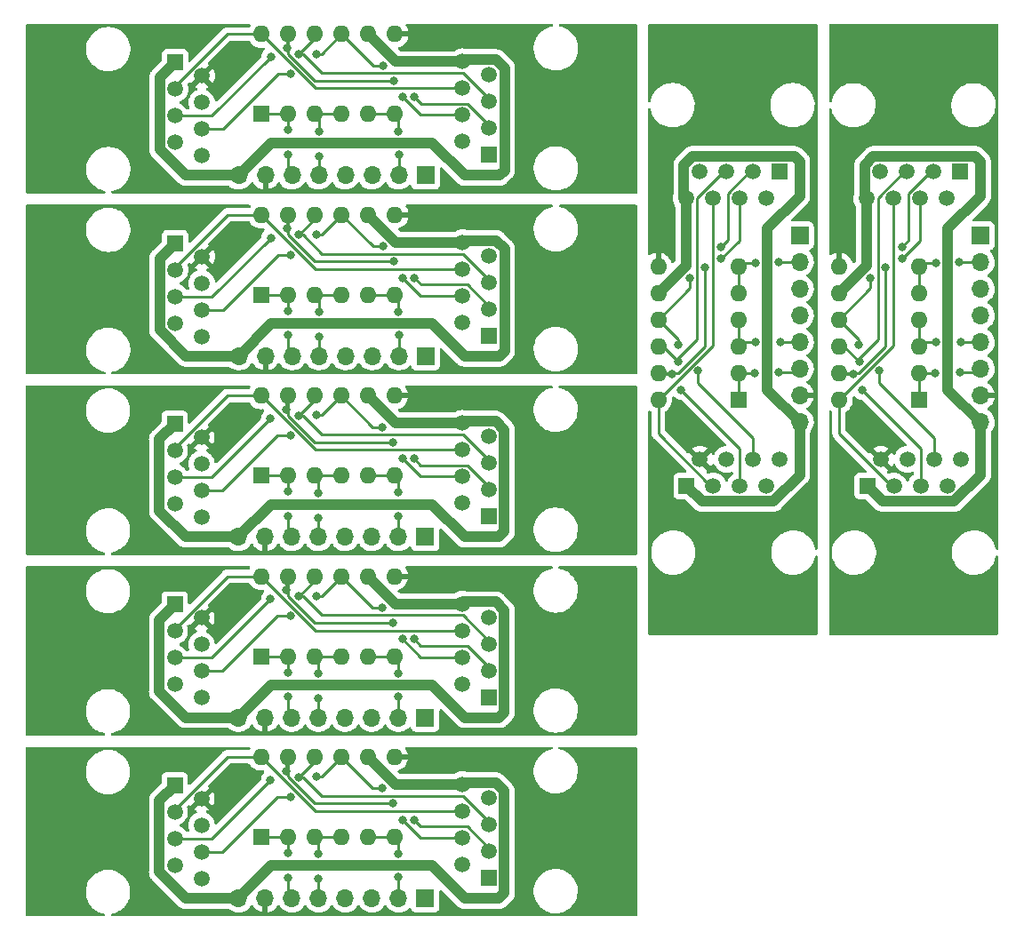
<source format=gbr>
%TF.GenerationSoftware,KiCad,Pcbnew,(6.0.1)*%
%TF.CreationDate,2022-05-21T12:22:48-05:00*%
%TF.ProjectId,modulo,6d6f6475-6c6f-42e6-9b69-6361645f7063,rev?*%
%TF.SameCoordinates,Original*%
%TF.FileFunction,Copper,L1,Top*%
%TF.FilePolarity,Positive*%
%FSLAX46Y46*%
G04 Gerber Fmt 4.6, Leading zero omitted, Abs format (unit mm)*
G04 Created by KiCad (PCBNEW (6.0.1)) date 2022-05-21 12:22:48*
%MOMM*%
%LPD*%
G01*
G04 APERTURE LIST*
%TA.AperFunction,ComponentPad*%
%ADD10R,1.600000X1.600000*%
%TD*%
%TA.AperFunction,ComponentPad*%
%ADD11O,1.600000X1.600000*%
%TD*%
%TA.AperFunction,ComponentPad*%
%ADD12R,1.500000X1.500000*%
%TD*%
%TA.AperFunction,ComponentPad*%
%ADD13C,1.500000*%
%TD*%
%TA.AperFunction,ComponentPad*%
%ADD14R,1.700000X1.700000*%
%TD*%
%TA.AperFunction,ComponentPad*%
%ADD15O,1.700000X1.700000*%
%TD*%
%TA.AperFunction,ViaPad*%
%ADD16C,0.800000*%
%TD*%
%TA.AperFunction,Conductor*%
%ADD17C,1.000000*%
%TD*%
%TA.AperFunction,Conductor*%
%ADD18C,0.250000*%
%TD*%
G04 APERTURE END LIST*
D10*
%TO.P,SW2,1*%
%TO.N,Net-(J1-Pad6)*%
X129997200Y-78460600D03*
D11*
%TO.P,SW2,2*%
X129997200Y-75920600D03*
%TO.P,SW2,3*%
%TO.N,Net-(J1-Pad5)*%
X129997200Y-73380600D03*
%TO.P,SW2,4*%
X129997200Y-70840600D03*
%TO.P,SW2,5*%
%TO.N,Net-(J1-Pad2)*%
X129997200Y-68300600D03*
%TO.P,SW2,6*%
X129997200Y-65760600D03*
%TO.P,SW2,7*%
%TO.N,GND*%
X122377200Y-65760600D03*
%TO.P,SW2,8*%
%TO.N,+3V3*%
X122377200Y-68300600D03*
%TO.P,SW2,9*%
%TO.N,Net-(Entrada1-Pad6)*%
X122377200Y-70840600D03*
%TO.P,SW2,10*%
%TO.N,Net-(Entrada1-Pad4)*%
X122377200Y-73380600D03*
%TO.P,SW2,11*%
%TO.N,Net-(Entrada1-Pad5)*%
X122377200Y-75920600D03*
%TO.P,SW2,12*%
%TO.N,Net-(Entrada1-Pad3)*%
X122377200Y-78460600D03*
%TD*%
D12*
%TO.P,Salida,1*%
%TO.N,unconnected-(Salida1-Pad1)*%
X133898700Y-56763600D03*
D13*
%TO.P,Salida,2*%
%TO.N,unconnected-(Salida1-Pad2)*%
X132628700Y-59303600D03*
%TO.P,Salida,3*%
%TO.N,Net-(Entrada1-Pad6)*%
X131358700Y-56763600D03*
%TO.P,Salida,4*%
%TO.N,Net-(Entrada1-Pad5)*%
X130088700Y-59303600D03*
%TO.P,Salida,5*%
%TO.N,Net-(Entrada1-Pad4)*%
X128818700Y-56763600D03*
%TO.P,Salida,6*%
%TO.N,Net-(Entrada1-Pad3)*%
X127548700Y-59303600D03*
%TO.P,Salida,7*%
%TO.N,GND*%
X126278700Y-56763600D03*
%TO.P,Salida,8*%
%TO.N,+3V3*%
X125008700Y-59303600D03*
%TD*%
D10*
%TO.P,SW2,1*%
%TO.N,Net-(J1-Pad6)*%
X84556600Y-102920800D03*
D11*
%TO.P,SW2,2*%
X87096600Y-102920800D03*
%TO.P,SW2,3*%
%TO.N,Net-(J1-Pad5)*%
X89636600Y-102920800D03*
%TO.P,SW2,4*%
X92176600Y-102920800D03*
%TO.P,SW2,5*%
%TO.N,Net-(J1-Pad2)*%
X94716600Y-102920800D03*
%TO.P,SW2,6*%
X97256600Y-102920800D03*
%TO.P,SW2,7*%
%TO.N,GND*%
X97256600Y-95300800D03*
%TO.P,SW2,8*%
%TO.N,+3V3*%
X94716600Y-95300800D03*
%TO.P,SW2,9*%
%TO.N,Net-(Entrada1-Pad6)*%
X92176600Y-95300800D03*
%TO.P,SW2,10*%
%TO.N,Net-(Entrada1-Pad4)*%
X89636600Y-95300800D03*
%TO.P,SW2,11*%
%TO.N,Net-(Entrada1-Pad5)*%
X87096600Y-95300800D03*
%TO.P,SW2,12*%
%TO.N,Net-(Entrada1-Pad3)*%
X84556600Y-95300800D03*
%TD*%
D14*
%TO.P,J1,1,Pin_1*%
%TO.N,unconnected-(J1-Pad1)*%
X100202957Y-74320400D03*
D15*
%TO.P,J1,2,Pin_2*%
%TO.N,Net-(J1-Pad2)*%
X97662957Y-74320400D03*
%TO.P,J1,3,Pin_3*%
%TO.N,unconnected-(J1-Pad3)*%
X95122957Y-74320400D03*
%TO.P,J1,4,Pin_4*%
%TO.N,unconnected-(J1-Pad4)*%
X92582957Y-74320400D03*
%TO.P,J1,5,Pin_5*%
%TO.N,Net-(J1-Pad5)*%
X90042957Y-74320400D03*
%TO.P,J1,6,Pin_6*%
%TO.N,Net-(J1-Pad6)*%
X87502957Y-74320400D03*
%TO.P,J1,7,Pin_7*%
%TO.N,GND*%
X84962957Y-74320400D03*
%TO.P,J1,8,Pin_8*%
%TO.N,+3V3*%
X82422957Y-74320400D03*
%TD*%
D13*
%TO.P,Entrada,8*%
%TO.N,unconnected-(Entrada1-Pad8)*%
X151194077Y-84159388D03*
%TO.P,Entrada,7*%
%TO.N,unconnected-(Entrada1-Pad7)*%
X149924077Y-86699388D03*
%TO.P,Entrada,6*%
%TO.N,Net-(Entrada1-Pad6)*%
X148654077Y-84159388D03*
%TO.P,Entrada,5*%
%TO.N,Net-(Entrada1-Pad5)*%
X147384077Y-86699388D03*
%TO.P,Entrada,4*%
%TO.N,Net-(Entrada1-Pad4)*%
X146114077Y-84159388D03*
%TO.P,Entrada,3*%
%TO.N,Net-(Entrada1-Pad3)*%
X144844077Y-86699388D03*
%TO.P,Entrada,2*%
%TO.N,GND*%
X143574077Y-84159388D03*
D12*
%TO.P,Entrada,1*%
%TO.N,+3V3*%
X142304077Y-86699388D03*
%TD*%
%TO.P,Entrada,1*%
%TO.N,+3V3*%
X76321600Y-80783283D03*
D13*
%TO.P,Entrada,2*%
%TO.N,GND*%
X78861600Y-82053283D03*
%TO.P,Entrada,3*%
%TO.N,Net-(Entrada1-Pad3)*%
X76321600Y-83323283D03*
%TO.P,Entrada,4*%
%TO.N,Net-(Entrada1-Pad4)*%
X78861600Y-84593283D03*
%TO.P,Entrada,5*%
%TO.N,Net-(Entrada1-Pad5)*%
X76321600Y-85863283D03*
%TO.P,Entrada,6*%
%TO.N,Net-(Entrada1-Pad6)*%
X78861600Y-87133283D03*
%TO.P,Entrada,7*%
%TO.N,unconnected-(Entrada1-Pad7)*%
X76321600Y-88403283D03*
%TO.P,Entrada,8*%
%TO.N,unconnected-(Entrada1-Pad8)*%
X78861600Y-89673283D03*
%TD*%
D10*
%TO.P,SW2,1*%
%TO.N,Net-(J1-Pad6)*%
X84581957Y-68478400D03*
D11*
%TO.P,SW2,2*%
X87121957Y-68478400D03*
%TO.P,SW2,3*%
%TO.N,Net-(J1-Pad5)*%
X89661957Y-68478400D03*
%TO.P,SW2,4*%
X92201957Y-68478400D03*
%TO.P,SW2,5*%
%TO.N,Net-(J1-Pad2)*%
X94741957Y-68478400D03*
%TO.P,SW2,6*%
X97281957Y-68478400D03*
%TO.P,SW2,7*%
%TO.N,GND*%
X97281957Y-60858400D03*
%TO.P,SW2,8*%
%TO.N,+3V3*%
X94741957Y-60858400D03*
%TO.P,SW2,9*%
%TO.N,Net-(Entrada1-Pad6)*%
X92201957Y-60858400D03*
%TO.P,SW2,10*%
%TO.N,Net-(Entrada1-Pad4)*%
X89661957Y-60858400D03*
%TO.P,SW2,11*%
%TO.N,Net-(Entrada1-Pad5)*%
X87121957Y-60858400D03*
%TO.P,SW2,12*%
%TO.N,Net-(Entrada1-Pad3)*%
X84581957Y-60858400D03*
%TD*%
D10*
%TO.P,SW2,1*%
%TO.N,Net-(J1-Pad6)*%
X84556600Y-120142000D03*
D11*
%TO.P,SW2,2*%
X87096600Y-120142000D03*
%TO.P,SW2,3*%
%TO.N,Net-(J1-Pad5)*%
X89636600Y-120142000D03*
%TO.P,SW2,4*%
X92176600Y-120142000D03*
%TO.P,SW2,5*%
%TO.N,Net-(J1-Pad2)*%
X94716600Y-120142000D03*
%TO.P,SW2,6*%
X97256600Y-120142000D03*
%TO.P,SW2,7*%
%TO.N,GND*%
X97256600Y-112522000D03*
%TO.P,SW2,8*%
%TO.N,+3V3*%
X94716600Y-112522000D03*
%TO.P,SW2,9*%
%TO.N,Net-(Entrada1-Pad6)*%
X92176600Y-112522000D03*
%TO.P,SW2,10*%
%TO.N,Net-(Entrada1-Pad4)*%
X89636600Y-112522000D03*
%TO.P,SW2,11*%
%TO.N,Net-(Entrada1-Pad5)*%
X87096600Y-112522000D03*
%TO.P,SW2,12*%
%TO.N,Net-(Entrada1-Pad3)*%
X84556600Y-112522000D03*
%TD*%
D12*
%TO.P,Salida,1*%
%TO.N,unconnected-(Salida1-Pad1)*%
X106253600Y-89602283D03*
D13*
%TO.P,Salida,2*%
%TO.N,unconnected-(Salida1-Pad2)*%
X103713600Y-88332283D03*
%TO.P,Salida,3*%
%TO.N,Net-(Entrada1-Pad6)*%
X106253600Y-87062283D03*
%TO.P,Salida,4*%
%TO.N,Net-(Entrada1-Pad5)*%
X103713600Y-85792283D03*
%TO.P,Salida,5*%
%TO.N,Net-(Entrada1-Pad4)*%
X106253600Y-84522283D03*
%TO.P,Salida,6*%
%TO.N,Net-(Entrada1-Pad3)*%
X103713600Y-83252283D03*
%TO.P,Salida,7*%
%TO.N,GND*%
X106253600Y-81982283D03*
%TO.P,Salida,8*%
%TO.N,+3V3*%
X103713600Y-80712283D03*
%TD*%
D12*
%TO.P,Entrada,1*%
%TO.N,+3V3*%
X76321600Y-115224500D03*
D13*
%TO.P,Entrada,2*%
%TO.N,GND*%
X78861600Y-116494500D03*
%TO.P,Entrada,3*%
%TO.N,Net-(Entrada1-Pad3)*%
X76321600Y-117764500D03*
%TO.P,Entrada,4*%
%TO.N,Net-(Entrada1-Pad4)*%
X78861600Y-119034500D03*
%TO.P,Entrada,5*%
%TO.N,Net-(Entrada1-Pad5)*%
X76321600Y-120304500D03*
%TO.P,Entrada,6*%
%TO.N,Net-(Entrada1-Pad6)*%
X78861600Y-121574500D03*
%TO.P,Entrada,7*%
%TO.N,unconnected-(Entrada1-Pad7)*%
X76321600Y-122844500D03*
%TO.P,Entrada,8*%
%TO.N,unconnected-(Entrada1-Pad8)*%
X78861600Y-124114500D03*
%TD*%
D14*
%TO.P,J1,1,Pin_1*%
%TO.N,unconnected-(J1-Pad1)*%
X100177600Y-91542783D03*
D15*
%TO.P,J1,2,Pin_2*%
%TO.N,Net-(J1-Pad2)*%
X97637600Y-91542783D03*
%TO.P,J1,3,Pin_3*%
%TO.N,unconnected-(J1-Pad3)*%
X95097600Y-91542783D03*
%TO.P,J1,4,Pin_4*%
%TO.N,unconnected-(J1-Pad4)*%
X92557600Y-91542783D03*
%TO.P,J1,5,Pin_5*%
%TO.N,Net-(J1-Pad5)*%
X90017600Y-91542783D03*
%TO.P,J1,6,Pin_6*%
%TO.N,Net-(J1-Pad6)*%
X87477600Y-91542783D03*
%TO.P,J1,7,Pin_7*%
%TO.N,GND*%
X84937600Y-91542783D03*
%TO.P,J1,8,Pin_8*%
%TO.N,+3V3*%
X82397600Y-91542783D03*
%TD*%
D12*
%TO.P,Entrada,1*%
%TO.N,+3V3*%
X76346957Y-63560900D03*
D13*
%TO.P,Entrada,2*%
%TO.N,GND*%
X78886957Y-64830900D03*
%TO.P,Entrada,3*%
%TO.N,Net-(Entrada1-Pad3)*%
X76346957Y-66100900D03*
%TO.P,Entrada,4*%
%TO.N,Net-(Entrada1-Pad4)*%
X78886957Y-67370900D03*
%TO.P,Entrada,5*%
%TO.N,Net-(Entrada1-Pad5)*%
X76346957Y-68640900D03*
%TO.P,Entrada,6*%
%TO.N,Net-(Entrada1-Pad6)*%
X78886957Y-69910900D03*
%TO.P,Entrada,7*%
%TO.N,unconnected-(Entrada1-Pad7)*%
X76346957Y-71180900D03*
%TO.P,Entrada,8*%
%TO.N,unconnected-(Entrada1-Pad8)*%
X78886957Y-72450900D03*
%TD*%
D15*
%TO.P,J1,8,Pin_8*%
%TO.N,+3V3*%
X153063577Y-80623388D03*
%TO.P,J1,7,Pin_7*%
%TO.N,GND*%
X153063577Y-78083388D03*
%TO.P,J1,6,Pin_6*%
%TO.N,Net-(J1-Pad6)*%
X153063577Y-75543388D03*
%TO.P,J1,5,Pin_5*%
%TO.N,Net-(J1-Pad5)*%
X153063577Y-73003388D03*
%TO.P,J1,4,Pin_4*%
%TO.N,unconnected-(J1-Pad4)*%
X153063577Y-70463388D03*
%TO.P,J1,3,Pin_3*%
%TO.N,unconnected-(J1-Pad3)*%
X153063577Y-67923388D03*
%TO.P,J1,2,Pin_2*%
%TO.N,Net-(J1-Pad2)*%
X153063577Y-65383388D03*
D14*
%TO.P,J1,1,Pin_1*%
%TO.N,unconnected-(J1-Pad1)*%
X153063577Y-62843388D03*
%TD*%
D12*
%TO.P,Entrada,1*%
%TO.N,+3V3*%
X76321600Y-98003300D03*
D13*
%TO.P,Entrada,2*%
%TO.N,GND*%
X78861600Y-99273300D03*
%TO.P,Entrada,3*%
%TO.N,Net-(Entrada1-Pad3)*%
X76321600Y-100543300D03*
%TO.P,Entrada,4*%
%TO.N,Net-(Entrada1-Pad4)*%
X78861600Y-101813300D03*
%TO.P,Entrada,5*%
%TO.N,Net-(Entrada1-Pad5)*%
X76321600Y-103083300D03*
%TO.P,Entrada,6*%
%TO.N,Net-(Entrada1-Pad6)*%
X78861600Y-104353300D03*
%TO.P,Entrada,7*%
%TO.N,unconnected-(Entrada1-Pad7)*%
X76321600Y-105623300D03*
%TO.P,Entrada,8*%
%TO.N,unconnected-(Entrada1-Pad8)*%
X78861600Y-106893300D03*
%TD*%
D14*
%TO.P,J1,1,Pin_1*%
%TO.N,unconnected-(J1-Pad1)*%
X100177600Y-108762800D03*
D15*
%TO.P,J1,2,Pin_2*%
%TO.N,Net-(J1-Pad2)*%
X97637600Y-108762800D03*
%TO.P,J1,3,Pin_3*%
%TO.N,unconnected-(J1-Pad3)*%
X95097600Y-108762800D03*
%TO.P,J1,4,Pin_4*%
%TO.N,unconnected-(J1-Pad4)*%
X92557600Y-108762800D03*
%TO.P,J1,5,Pin_5*%
%TO.N,Net-(J1-Pad5)*%
X90017600Y-108762800D03*
%TO.P,J1,6,Pin_6*%
%TO.N,Net-(J1-Pad6)*%
X87477600Y-108762800D03*
%TO.P,J1,7,Pin_7*%
%TO.N,GND*%
X84937600Y-108762800D03*
%TO.P,J1,8,Pin_8*%
%TO.N,+3V3*%
X82397600Y-108762800D03*
%TD*%
D14*
%TO.P,J1,1,Pin_1*%
%TO.N,unconnected-(J1-Pad1)*%
X100177600Y-125984000D03*
D15*
%TO.P,J1,2,Pin_2*%
%TO.N,Net-(J1-Pad2)*%
X97637600Y-125984000D03*
%TO.P,J1,3,Pin_3*%
%TO.N,unconnected-(J1-Pad3)*%
X95097600Y-125984000D03*
%TO.P,J1,4,Pin_4*%
%TO.N,unconnected-(J1-Pad4)*%
X92557600Y-125984000D03*
%TO.P,J1,5,Pin_5*%
%TO.N,Net-(J1-Pad5)*%
X90017600Y-125984000D03*
%TO.P,J1,6,Pin_6*%
%TO.N,Net-(J1-Pad6)*%
X87477600Y-125984000D03*
%TO.P,J1,7,Pin_7*%
%TO.N,GND*%
X84937600Y-125984000D03*
%TO.P,J1,8,Pin_8*%
%TO.N,+3V3*%
X82397600Y-125984000D03*
%TD*%
D12*
%TO.P,Salida,1*%
%TO.N,unconnected-(Salida1-Pad1)*%
X106279000Y-55158700D03*
D13*
%TO.P,Salida,2*%
%TO.N,unconnected-(Salida1-Pad2)*%
X103739000Y-53888700D03*
%TO.P,Salida,3*%
%TO.N,Net-(Entrada1-Pad6)*%
X106279000Y-52618700D03*
%TO.P,Salida,4*%
%TO.N,Net-(Entrada1-Pad5)*%
X103739000Y-51348700D03*
%TO.P,Salida,5*%
%TO.N,Net-(Entrada1-Pad4)*%
X106279000Y-50078700D03*
%TO.P,Salida,6*%
%TO.N,Net-(Entrada1-Pad3)*%
X103739000Y-48808700D03*
%TO.P,Salida,7*%
%TO.N,GND*%
X106279000Y-47538700D03*
%TO.P,Salida,8*%
%TO.N,+3V3*%
X103739000Y-46268700D03*
%TD*%
D12*
%TO.P,Salida,1*%
%TO.N,unconnected-(Salida1-Pad1)*%
X106253600Y-106822300D03*
D13*
%TO.P,Salida,2*%
%TO.N,unconnected-(Salida1-Pad2)*%
X103713600Y-105552300D03*
%TO.P,Salida,3*%
%TO.N,Net-(Entrada1-Pad6)*%
X106253600Y-104282300D03*
%TO.P,Salida,4*%
%TO.N,Net-(Entrada1-Pad5)*%
X103713600Y-103012300D03*
%TO.P,Salida,5*%
%TO.N,Net-(Entrada1-Pad4)*%
X106253600Y-101742300D03*
%TO.P,Salida,6*%
%TO.N,Net-(Entrada1-Pad3)*%
X103713600Y-100472300D03*
%TO.P,Salida,7*%
%TO.N,GND*%
X106253600Y-99202300D03*
%TO.P,Salida,8*%
%TO.N,+3V3*%
X103713600Y-97932300D03*
%TD*%
D12*
%TO.P,Salida,1*%
%TO.N,unconnected-(Salida1-Pad1)*%
X106253600Y-124043500D03*
D13*
%TO.P,Salida,2*%
%TO.N,unconnected-(Salida1-Pad2)*%
X103713600Y-122773500D03*
%TO.P,Salida,3*%
%TO.N,Net-(Entrada1-Pad6)*%
X106253600Y-121503500D03*
%TO.P,Salida,4*%
%TO.N,Net-(Entrada1-Pad5)*%
X103713600Y-120233500D03*
%TO.P,Salida,5*%
%TO.N,Net-(Entrada1-Pad4)*%
X106253600Y-118963500D03*
%TO.P,Salida,6*%
%TO.N,Net-(Entrada1-Pad3)*%
X103713600Y-117693500D03*
%TO.P,Salida,7*%
%TO.N,GND*%
X106253600Y-116423500D03*
%TO.P,Salida,8*%
%TO.N,+3V3*%
X103713600Y-115153500D03*
%TD*%
D11*
%TO.P,SW2,12*%
%TO.N,Net-(Entrada1-Pad3)*%
X139601577Y-78464388D03*
%TO.P,SW2,11*%
%TO.N,Net-(Entrada1-Pad5)*%
X139601577Y-75924388D03*
%TO.P,SW2,10*%
%TO.N,Net-(Entrada1-Pad4)*%
X139601577Y-73384388D03*
%TO.P,SW2,9*%
%TO.N,Net-(Entrada1-Pad6)*%
X139601577Y-70844388D03*
%TO.P,SW2,8*%
%TO.N,+3V3*%
X139601577Y-68304388D03*
%TO.P,SW2,7*%
%TO.N,GND*%
X139601577Y-65764388D03*
%TO.P,SW2,6*%
%TO.N,Net-(J1-Pad2)*%
X147221577Y-65764388D03*
%TO.P,SW2,5*%
X147221577Y-68304388D03*
%TO.P,SW2,4*%
%TO.N,Net-(J1-Pad5)*%
X147221577Y-70844388D03*
%TO.P,SW2,3*%
X147221577Y-73384388D03*
%TO.P,SW2,2*%
%TO.N,Net-(J1-Pad6)*%
X147221577Y-75924388D03*
D10*
%TO.P,SW2,1*%
X147221577Y-78464388D03*
%TD*%
D12*
%TO.P,Entrada,1*%
%TO.N,+3V3*%
X76347000Y-46339700D03*
D13*
%TO.P,Entrada,2*%
%TO.N,GND*%
X78887000Y-47609700D03*
%TO.P,Entrada,3*%
%TO.N,Net-(Entrada1-Pad3)*%
X76347000Y-48879700D03*
%TO.P,Entrada,4*%
%TO.N,Net-(Entrada1-Pad4)*%
X78887000Y-50149700D03*
%TO.P,Entrada,5*%
%TO.N,Net-(Entrada1-Pad5)*%
X76347000Y-51419700D03*
%TO.P,Entrada,6*%
%TO.N,Net-(Entrada1-Pad6)*%
X78887000Y-52689700D03*
%TO.P,Entrada,7*%
%TO.N,unconnected-(Entrada1-Pad7)*%
X76347000Y-53959700D03*
%TO.P,Entrada,8*%
%TO.N,unconnected-(Entrada1-Pad8)*%
X78887000Y-55229700D03*
%TD*%
D10*
%TO.P,SW2,1*%
%TO.N,Net-(J1-Pad6)*%
X84556600Y-85700783D03*
D11*
%TO.P,SW2,2*%
X87096600Y-85700783D03*
%TO.P,SW2,3*%
%TO.N,Net-(J1-Pad5)*%
X89636600Y-85700783D03*
%TO.P,SW2,4*%
X92176600Y-85700783D03*
%TO.P,SW2,5*%
%TO.N,Net-(J1-Pad2)*%
X94716600Y-85700783D03*
%TO.P,SW2,6*%
X97256600Y-85700783D03*
%TO.P,SW2,7*%
%TO.N,GND*%
X97256600Y-78080783D03*
%TO.P,SW2,8*%
%TO.N,+3V3*%
X94716600Y-78080783D03*
%TO.P,SW2,9*%
%TO.N,Net-(Entrada1-Pad6)*%
X92176600Y-78080783D03*
%TO.P,SW2,10*%
%TO.N,Net-(Entrada1-Pad4)*%
X89636600Y-78080783D03*
%TO.P,SW2,11*%
%TO.N,Net-(Entrada1-Pad5)*%
X87096600Y-78080783D03*
%TO.P,SW2,12*%
%TO.N,Net-(Entrada1-Pad3)*%
X84556600Y-78080783D03*
%TD*%
D12*
%TO.P,Entrada,1*%
%TO.N,+3V3*%
X125079700Y-86695600D03*
D13*
%TO.P,Entrada,2*%
%TO.N,GND*%
X126349700Y-84155600D03*
%TO.P,Entrada,3*%
%TO.N,Net-(Entrada1-Pad3)*%
X127619700Y-86695600D03*
%TO.P,Entrada,4*%
%TO.N,Net-(Entrada1-Pad4)*%
X128889700Y-84155600D03*
%TO.P,Entrada,5*%
%TO.N,Net-(Entrada1-Pad5)*%
X130159700Y-86695600D03*
%TO.P,Entrada,6*%
%TO.N,Net-(Entrada1-Pad6)*%
X131429700Y-84155600D03*
%TO.P,Entrada,7*%
%TO.N,unconnected-(Entrada1-Pad7)*%
X132699700Y-86695600D03*
%TO.P,Entrada,8*%
%TO.N,unconnected-(Entrada1-Pad8)*%
X133969700Y-84155600D03*
%TD*%
%TO.P,Salida,8*%
%TO.N,+3V3*%
X142233077Y-59307388D03*
%TO.P,Salida,7*%
%TO.N,GND*%
X143503077Y-56767388D03*
%TO.P,Salida,6*%
%TO.N,Net-(Entrada1-Pad3)*%
X144773077Y-59307388D03*
%TO.P,Salida,5*%
%TO.N,Net-(Entrada1-Pad4)*%
X146043077Y-56767388D03*
%TO.P,Salida,4*%
%TO.N,Net-(Entrada1-Pad5)*%
X147313077Y-59307388D03*
%TO.P,Salida,3*%
%TO.N,Net-(Entrada1-Pad6)*%
X148583077Y-56767388D03*
%TO.P,Salida,2*%
%TO.N,unconnected-(Salida1-Pad2)*%
X149853077Y-59307388D03*
D12*
%TO.P,Salida,1*%
%TO.N,unconnected-(Salida1-Pad1)*%
X151123077Y-56767388D03*
%TD*%
D14*
%TO.P,J1,1,Pin_1*%
%TO.N,unconnected-(J1-Pad1)*%
X100203000Y-57099200D03*
D15*
%TO.P,J1,2,Pin_2*%
%TO.N,Net-(J1-Pad2)*%
X97663000Y-57099200D03*
%TO.P,J1,3,Pin_3*%
%TO.N,unconnected-(J1-Pad3)*%
X95123000Y-57099200D03*
%TO.P,J1,4,Pin_4*%
%TO.N,unconnected-(J1-Pad4)*%
X92583000Y-57099200D03*
%TO.P,J1,5,Pin_5*%
%TO.N,Net-(J1-Pad5)*%
X90043000Y-57099200D03*
%TO.P,J1,6,Pin_6*%
%TO.N,Net-(J1-Pad6)*%
X87503000Y-57099200D03*
%TO.P,J1,7,Pin_7*%
%TO.N,GND*%
X84963000Y-57099200D03*
%TO.P,J1,8,Pin_8*%
%TO.N,+3V3*%
X82423000Y-57099200D03*
%TD*%
D14*
%TO.P,J1,1,Pin_1*%
%TO.N,unconnected-(J1-Pad1)*%
X135839200Y-62839600D03*
D15*
%TO.P,J1,2,Pin_2*%
%TO.N,Net-(J1-Pad2)*%
X135839200Y-65379600D03*
%TO.P,J1,3,Pin_3*%
%TO.N,unconnected-(J1-Pad3)*%
X135839200Y-67919600D03*
%TO.P,J1,4,Pin_4*%
%TO.N,unconnected-(J1-Pad4)*%
X135839200Y-70459600D03*
%TO.P,J1,5,Pin_5*%
%TO.N,Net-(J1-Pad5)*%
X135839200Y-72999600D03*
%TO.P,J1,6,Pin_6*%
%TO.N,Net-(J1-Pad6)*%
X135839200Y-75539600D03*
%TO.P,J1,7,Pin_7*%
%TO.N,GND*%
X135839200Y-78079600D03*
%TO.P,J1,8,Pin_8*%
%TO.N,+3V3*%
X135839200Y-80619600D03*
%TD*%
D10*
%TO.P,SW2,1*%
%TO.N,Net-(J1-Pad6)*%
X84582000Y-51257200D03*
D11*
%TO.P,SW2,2*%
X87122000Y-51257200D03*
%TO.P,SW2,3*%
%TO.N,Net-(J1-Pad5)*%
X89662000Y-51257200D03*
%TO.P,SW2,4*%
X92202000Y-51257200D03*
%TO.P,SW2,5*%
%TO.N,Net-(J1-Pad2)*%
X94742000Y-51257200D03*
%TO.P,SW2,6*%
X97282000Y-51257200D03*
%TO.P,SW2,7*%
%TO.N,GND*%
X97282000Y-43637200D03*
%TO.P,SW2,8*%
%TO.N,+3V3*%
X94742000Y-43637200D03*
%TO.P,SW2,9*%
%TO.N,Net-(Entrada1-Pad6)*%
X92202000Y-43637200D03*
%TO.P,SW2,10*%
%TO.N,Net-(Entrada1-Pad4)*%
X89662000Y-43637200D03*
%TO.P,SW2,11*%
%TO.N,Net-(Entrada1-Pad5)*%
X87122000Y-43637200D03*
%TO.P,SW2,12*%
%TO.N,Net-(Entrada1-Pad3)*%
X84582000Y-43637200D03*
%TD*%
D12*
%TO.P,Salida,1*%
%TO.N,unconnected-(Salida1-Pad1)*%
X106278957Y-72379900D03*
D13*
%TO.P,Salida,2*%
%TO.N,unconnected-(Salida1-Pad2)*%
X103738957Y-71109900D03*
%TO.P,Salida,3*%
%TO.N,Net-(Entrada1-Pad6)*%
X106278957Y-69839900D03*
%TO.P,Salida,4*%
%TO.N,Net-(Entrada1-Pad5)*%
X103738957Y-68569900D03*
%TO.P,Salida,5*%
%TO.N,Net-(Entrada1-Pad4)*%
X106278957Y-67299900D03*
%TO.P,Salida,6*%
%TO.N,Net-(Entrada1-Pad3)*%
X103738957Y-66029900D03*
%TO.P,Salida,7*%
%TO.N,GND*%
X106278957Y-64759900D03*
%TO.P,Salida,8*%
%TO.N,+3V3*%
X103738957Y-63489900D03*
%TD*%
D16*
%TO.N,GND*%
X64617600Y-115011200D03*
X139449177Y-98301788D03*
X64719200Y-79147583D03*
X131876800Y-98196400D03*
X118922800Y-90882383D03*
X142192377Y-44656988D03*
X64820800Y-122021600D03*
X64820800Y-87580383D03*
X64719200Y-112369600D03*
X118846557Y-72237600D03*
X118313200Y-79350783D03*
X152403177Y-44098188D03*
X133756400Y-44196000D03*
X118338557Y-62128400D03*
X64820800Y-104800400D03*
X64846157Y-70358000D03*
X118364000Y-80671583D03*
X118948200Y-56438800D03*
X64846200Y-53136800D03*
X64770000Y-108254800D03*
X64744557Y-61925200D03*
X118770400Y-88088383D03*
X118440200Y-47650400D03*
X64770000Y-125476000D03*
X118795757Y-70866000D03*
X118846600Y-55016400D03*
X64719200Y-113588800D03*
X64617600Y-97790000D03*
X152555577Y-98250988D03*
X64846200Y-54914800D03*
X118922800Y-125323600D03*
X64643000Y-46126400D03*
X64744600Y-43484800D03*
X64719200Y-77928383D03*
X118821200Y-106680000D03*
X118364000Y-97891600D03*
X118313200Y-96570800D03*
X123444000Y-98298000D03*
X132384800Y-44246800D03*
X150879177Y-98200188D03*
X122224800Y-98298000D03*
X64617600Y-80569983D03*
X118795800Y-53644800D03*
X118948157Y-73660000D03*
X118414800Y-116535200D03*
X140871577Y-44707788D03*
X142090777Y-98403388D03*
X118821200Y-89459983D03*
X118770400Y-105308400D03*
X118821200Y-123901200D03*
X118922800Y-108102400D03*
X64770000Y-91034783D03*
X149609177Y-44250588D03*
X64642957Y-63347600D03*
X118770400Y-122529600D03*
X118389357Y-63449200D03*
X64744600Y-44704000D03*
X64719200Y-96367600D03*
X133654800Y-98196400D03*
X64795357Y-73812400D03*
X64795400Y-56591200D03*
X64719200Y-95148400D03*
X118414800Y-82093983D03*
X126390400Y-44602400D03*
X150980777Y-44199788D03*
X118440157Y-64871600D03*
X124866400Y-98399600D03*
X123647200Y-44704000D03*
X140668377Y-98301788D03*
X64846157Y-72136000D03*
X118313200Y-113792000D03*
X135331200Y-98247200D03*
X118364000Y-115112800D03*
X64744557Y-60706000D03*
X64820800Y-106578400D03*
X64820800Y-123799600D03*
X64820800Y-89358383D03*
X118414800Y-99314000D03*
X135178800Y-44094400D03*
X143614777Y-44606188D03*
X118389400Y-46228000D03*
X118338600Y-44907200D03*
X124968000Y-44653200D03*
X149101177Y-98200188D03*
%TO.N,Net-(Entrada1-Pad4)*%
X88168058Y-45562942D03*
X141527319Y-74878330D03*
X88168015Y-62784142D03*
X124302942Y-74874542D03*
X88142658Y-114447742D03*
X88142658Y-80006525D03*
X88142658Y-97226542D03*
%TO.N,Net-(Entrada1-Pad5)*%
X141785977Y-77575388D03*
X140922377Y-76051388D03*
X97129600Y-99747800D03*
X85445600Y-97485200D03*
X85470957Y-63042800D03*
X98018600Y-49631600D03*
X97993200Y-101295200D03*
X86994957Y-62179200D03*
X97155000Y-48084200D03*
X128371600Y-65024000D03*
X126824200Y-65887600D03*
X123698000Y-76047600D03*
X144048577Y-65891388D03*
X86995000Y-44958000D03*
X85445600Y-114706400D03*
X97154957Y-65305400D03*
X97129600Y-82527783D03*
X97993200Y-118516400D03*
X97129600Y-116969000D03*
X145595977Y-65027788D03*
X86969600Y-96621600D03*
X85471000Y-45821600D03*
X85445600Y-80265183D03*
X86969600Y-113842800D03*
X98018557Y-66852800D03*
X124561600Y-77571600D03*
X97993200Y-84075183D03*
X86969600Y-79401583D03*
%TO.N,Net-(Entrada1-Pad6)*%
X141481177Y-73206588D03*
X89814400Y-114401600D03*
X128371600Y-63906400D03*
X87333600Y-116323600D03*
X89839800Y-45516800D03*
X96138957Y-63855600D03*
X89814400Y-97180400D03*
X96113600Y-81077983D03*
X87359000Y-47438800D03*
X124256800Y-73202800D03*
X96113600Y-115519200D03*
X142598777Y-66907388D03*
X87333600Y-81882383D03*
X96113600Y-98298000D03*
X99136157Y-66852800D03*
X87358957Y-64660000D03*
X89839757Y-62738000D03*
X89814400Y-79960383D03*
X125374400Y-66903600D03*
X145595977Y-63910188D03*
X99136200Y-49631600D03*
X87333600Y-99102400D03*
X99110800Y-118516400D03*
X126178800Y-75683600D03*
X99110800Y-84075183D03*
X96139000Y-46634400D03*
X143403177Y-75687388D03*
X99110800Y-101295200D03*
%TO.N,Net-(J1-Pad2)*%
X97612157Y-70104000D03*
X97663000Y-55099900D03*
X97612200Y-52882800D03*
X97586800Y-87326383D03*
X133839900Y-65379600D03*
X97662957Y-72321100D03*
X97586800Y-104546400D03*
X97637600Y-106763500D03*
X97586800Y-121767600D03*
X151064277Y-65383388D03*
X131622800Y-65430400D03*
X97637600Y-89543483D03*
X97637600Y-123984700D03*
X148847177Y-65434188D03*
%TO.N,Net-(J1-Pad5)*%
X90042957Y-72491600D03*
X134010400Y-72999600D03*
X90017600Y-106934000D03*
X90042957Y-70122100D03*
X90017600Y-124155200D03*
X90017600Y-121785700D03*
X90043000Y-52900900D03*
X90017600Y-104564500D03*
X90043000Y-55270400D03*
X151234777Y-73003388D03*
X131640900Y-72999600D03*
X148865277Y-73003388D03*
X90017600Y-87344483D03*
X90017600Y-89713983D03*
%TO.N,Net-(J1-Pad6)*%
X87147400Y-55118000D03*
X133858000Y-75895200D03*
X87071200Y-104444800D03*
X87096557Y-70002400D03*
X131521200Y-75946000D03*
X87147357Y-72339200D03*
X87071200Y-87224783D03*
X87071200Y-121666000D03*
X87122000Y-89561583D03*
X87122000Y-124002800D03*
X151082377Y-75898988D03*
X87122000Y-106781600D03*
X148745577Y-75949788D03*
X87096600Y-52781200D03*
%TD*%
D17*
%TO.N,+3V3*%
X142233077Y-65672888D02*
X139601577Y-68304388D01*
X85496400Y-122885200D02*
X100838000Y-122885200D01*
X74897489Y-54602889D02*
X77393800Y-57099200D01*
X103936800Y-108762800D02*
X107212122Y-108762800D01*
X97373500Y-46268700D02*
X94742000Y-43637200D01*
X103893111Y-114973989D02*
X103713600Y-115153500D01*
X142304077Y-86699388D02*
X143753588Y-88148899D01*
X153063577Y-55808866D02*
X152572588Y-55317877D01*
X74872089Y-116674011D02*
X74872089Y-123487689D01*
X107703111Y-91051794D02*
X107703111Y-81339094D01*
X97348100Y-115153500D02*
X94716600Y-112522000D01*
X82422957Y-74320400D02*
X85521757Y-71221600D01*
X135839200Y-85648800D02*
X135839200Y-80619600D01*
X74872089Y-99452811D02*
X74872089Y-106266489D01*
X106896789Y-80532772D02*
X103893111Y-80532772D01*
X74897446Y-71824089D02*
X77393757Y-74320400D01*
X77368400Y-108762800D02*
X82397600Y-108762800D01*
X74872089Y-89046472D02*
X77368400Y-91542783D01*
X103936800Y-91542783D02*
X107212122Y-91542783D01*
X76321600Y-98003300D02*
X74872089Y-99452811D01*
X125635511Y-55314089D02*
X124829189Y-56120411D01*
X100838000Y-88443983D02*
X103936800Y-91542783D01*
X142859888Y-55317877D02*
X142053566Y-56124199D01*
X124829189Y-59124089D02*
X125008700Y-59303600D01*
X85496400Y-105664000D02*
X100838000Y-105664000D01*
X85496400Y-88443983D02*
X100838000Y-88443983D01*
X135839200Y-80619600D02*
X132740400Y-77520800D01*
X132740400Y-77520800D02*
X132740400Y-62179200D01*
X74897489Y-47789211D02*
X74897489Y-54602889D01*
X106896789Y-97752789D02*
X103893111Y-97752789D01*
X152572588Y-55317877D02*
X142859888Y-55317877D01*
X107703111Y-98559111D02*
X106896789Y-97752789D01*
X107703111Y-108271811D02*
X107703111Y-98559111D01*
X82397600Y-108762800D02*
X85496400Y-105664000D01*
X85521800Y-54000400D02*
X100863400Y-54000400D01*
X124829189Y-56120411D02*
X124829189Y-59124089D01*
X74872089Y-123487689D02*
X77368400Y-125984000D01*
X103739000Y-46268700D02*
X97373500Y-46268700D01*
X107728468Y-64116711D02*
X106922146Y-63310389D01*
X100838000Y-122885200D02*
X103936800Y-125984000D01*
X153063577Y-85652588D02*
X153063577Y-80623388D01*
X82397600Y-91542783D02*
X85496400Y-88443983D01*
X143753588Y-88148899D02*
X150567266Y-88148899D01*
X77393757Y-74320400D02*
X82422957Y-74320400D01*
X76346957Y-63560900D02*
X74897446Y-65010411D01*
X125079700Y-86695600D02*
X126529211Y-88145111D01*
X103713600Y-80712283D02*
X97348100Y-80712283D01*
X107212122Y-91542783D02*
X107703111Y-91051794D01*
X107237522Y-57099200D02*
X107728511Y-56608211D01*
X103738957Y-63489900D02*
X97373457Y-63489900D01*
X76321600Y-80783283D02*
X74872089Y-82232794D01*
X74872089Y-82232794D02*
X74872089Y-89046472D01*
X107703111Y-81339094D02*
X106896789Y-80532772D01*
X142053566Y-59127877D02*
X142233077Y-59307388D01*
X103893111Y-97752789D02*
X103713600Y-97932300D01*
X106922146Y-63310389D02*
X103918468Y-63310389D01*
X103962157Y-74320400D02*
X107237479Y-74320400D01*
X150567266Y-88148899D02*
X153063577Y-85652588D01*
X107728468Y-73829411D02*
X107728468Y-64116711D01*
X100863357Y-71221600D02*
X103962157Y-74320400D01*
X142233077Y-59307388D02*
X142233077Y-65672888D01*
X133342889Y-88145111D02*
X135839200Y-85648800D01*
X100838000Y-105664000D02*
X103936800Y-108762800D01*
X85521757Y-71221600D02*
X100863357Y-71221600D01*
X77368400Y-125984000D02*
X82397600Y-125984000D01*
X153063577Y-80623388D02*
X149964777Y-77524588D01*
X142053566Y-56124199D02*
X142053566Y-59127877D01*
X149964777Y-77524588D02*
X149964777Y-62182988D01*
X82423000Y-57099200D02*
X85521800Y-54000400D01*
X76347000Y-46339700D02*
X74897489Y-47789211D01*
X107728511Y-56608211D02*
X107728511Y-46895511D01*
X135348211Y-55314089D02*
X125635511Y-55314089D01*
X103918468Y-63310389D02*
X103738957Y-63489900D01*
X100863400Y-54000400D02*
X103962200Y-57099200D01*
X103713600Y-97932300D02*
X97348100Y-97932300D01*
X74872089Y-106266489D02*
X77368400Y-108762800D01*
X107703111Y-115780311D02*
X106896789Y-114973989D01*
X77368400Y-91542783D02*
X82397600Y-91542783D01*
X153063577Y-59084188D02*
X153063577Y-55808866D01*
X135839200Y-55805078D02*
X135348211Y-55314089D01*
X132740400Y-62179200D02*
X135839200Y-59080400D01*
X107728511Y-46895511D02*
X106922189Y-46089189D01*
X103936800Y-125984000D02*
X107212122Y-125984000D01*
X106922189Y-46089189D02*
X103918511Y-46089189D01*
X125008700Y-65669100D02*
X122377200Y-68300600D01*
X106896789Y-114973989D02*
X103893111Y-114973989D01*
X135839200Y-59080400D02*
X135839200Y-55805078D01*
X74897446Y-65010411D02*
X74897446Y-71824089D01*
X103918511Y-46089189D02*
X103739000Y-46268700D01*
X97348100Y-97932300D02*
X94716600Y-95300800D01*
X97373457Y-63489900D02*
X94741957Y-60858400D01*
X76321600Y-115224500D02*
X74872089Y-116674011D01*
X107703111Y-125493011D02*
X107703111Y-115780311D01*
X97348100Y-80712283D02*
X94716600Y-78080783D01*
X77393800Y-57099200D02*
X82423000Y-57099200D01*
X107237479Y-74320400D02*
X107728468Y-73829411D01*
X103893111Y-80532772D02*
X103713600Y-80712283D01*
X149964777Y-62182988D02*
X153063577Y-59084188D01*
X126529211Y-88145111D02*
X133342889Y-88145111D01*
X125008700Y-59303600D02*
X125008700Y-65669100D01*
X107212122Y-125984000D02*
X107703111Y-125493011D01*
X103962200Y-57099200D02*
X107237522Y-57099200D01*
X107212122Y-108762800D02*
X107703111Y-108271811D01*
X103713600Y-115153500D02*
X97348100Y-115153500D01*
X82397600Y-125984000D02*
X85496400Y-122885200D01*
D18*
%TO.N,Net-(Entrada1-Pad3)*%
X127548700Y-73289100D02*
X127548700Y-59303600D01*
X89753500Y-48808700D02*
X103739000Y-48808700D01*
X76321600Y-83073694D02*
X81314511Y-78080783D01*
X81339868Y-60858400D02*
X84581957Y-60858400D01*
X81314511Y-78080783D02*
X84556600Y-78080783D01*
X84556600Y-78080783D02*
X89728100Y-83252283D01*
X76321600Y-100543300D02*
X76321600Y-100293711D01*
X139601577Y-78464388D02*
X144773077Y-73292888D01*
X127370111Y-86695600D02*
X122377200Y-81702689D01*
X76346957Y-66100900D02*
X76346957Y-65851311D01*
X81339911Y-43637200D02*
X84582000Y-43637200D01*
X89728100Y-83252283D02*
X103713600Y-83252283D01*
X76321600Y-117514911D02*
X81314511Y-112522000D01*
X122377200Y-81702689D02*
X122377200Y-78460600D01*
X89728100Y-117693500D02*
X103713600Y-117693500D01*
X144773077Y-73292888D02*
X144773077Y-59307388D01*
X76347000Y-48630111D02*
X81339911Y-43637200D01*
X84556600Y-112522000D02*
X89728100Y-117693500D01*
X144844077Y-86699388D02*
X144594488Y-86699388D01*
X81314511Y-95300800D02*
X84556600Y-95300800D01*
X76321600Y-100293711D02*
X81314511Y-95300800D01*
X81314511Y-112522000D02*
X84556600Y-112522000D01*
X84581957Y-60858400D02*
X89753457Y-66029900D01*
X76347000Y-48879700D02*
X76347000Y-48630111D01*
X76321600Y-83323283D02*
X76321600Y-83073694D01*
X144594488Y-86699388D02*
X139601577Y-81706477D01*
X127619700Y-86695600D02*
X127370111Y-86695600D01*
X139601577Y-81706477D02*
X139601577Y-78464388D01*
X84582000Y-43637200D02*
X89753500Y-48808700D01*
X76346957Y-65851311D02*
X81339868Y-60858400D01*
X122377200Y-78460600D02*
X127548700Y-73289100D01*
X89753457Y-66029900D02*
X103738957Y-66029900D01*
X89728100Y-100472300D02*
X103713600Y-100472300D01*
X76321600Y-117764500D02*
X76321600Y-117514911D01*
X84556600Y-95300800D02*
X89728100Y-100472300D01*
%TO.N,Net-(Entrada1-Pad4)*%
X89636600Y-95732600D02*
X89636600Y-95300800D01*
X88168015Y-62784142D02*
X89661957Y-61290200D01*
X90359111Y-81803272D02*
X103784178Y-81803272D01*
X106279000Y-49829111D02*
X106279000Y-50078700D01*
X103809535Y-64580889D02*
X106278957Y-67050311D01*
X89636600Y-112953800D02*
X89636600Y-112522000D01*
X88168058Y-45562942D02*
X89662000Y-44069000D01*
X140033377Y-73384388D02*
X139601577Y-73384388D01*
X90359111Y-116244489D02*
X103784178Y-116244489D01*
X90384468Y-64580889D02*
X103809535Y-64580889D01*
X88142658Y-80006525D02*
X88539742Y-80006525D01*
X88539742Y-114447742D02*
X90322400Y-116230400D01*
X88142658Y-80006525D02*
X89636600Y-78512583D01*
X88168015Y-62784142D02*
X88565099Y-62784142D01*
X145793488Y-56767388D02*
X146043077Y-56767388D01*
X88142658Y-97226542D02*
X88539742Y-97226542D01*
X106253600Y-118713911D02*
X106253600Y-118963500D01*
X103784178Y-99023289D02*
X106253600Y-101492711D01*
X88142658Y-97226542D02*
X89636600Y-95732600D01*
X124302942Y-74477458D02*
X126085600Y-72694800D01*
X88142658Y-114447742D02*
X88539742Y-114447742D01*
X88565099Y-62784142D02*
X90347757Y-64566800D01*
X89661957Y-61290200D02*
X89661957Y-60858400D01*
X106278957Y-67050311D02*
X106278957Y-67299900D01*
X103784178Y-81803272D02*
X106253600Y-84272694D01*
X106253600Y-101492711D02*
X106253600Y-101742300D01*
X103809578Y-47359689D02*
X106279000Y-49829111D01*
X141527319Y-74878330D02*
X140033377Y-73384388D01*
X143324066Y-72661877D02*
X143324066Y-59236810D01*
X106253600Y-84272694D02*
X106253600Y-84522283D01*
X88539742Y-97226542D02*
X90322400Y-99009200D01*
X88142658Y-114447742D02*
X89636600Y-112953800D01*
X128569111Y-56763600D02*
X128818700Y-56763600D01*
X89662000Y-44069000D02*
X89662000Y-43637200D01*
X143324066Y-59236810D02*
X145793488Y-56767388D01*
X88168058Y-45562942D02*
X88565142Y-45562942D01*
X141527319Y-74481246D02*
X143309977Y-72698588D01*
X89636600Y-78512583D02*
X89636600Y-78080783D01*
X103784178Y-116244489D02*
X106253600Y-118713911D01*
X122809000Y-73380600D02*
X122377200Y-73380600D01*
X90384511Y-47359689D02*
X103809578Y-47359689D01*
X90359111Y-99023289D02*
X103784178Y-99023289D01*
X88565142Y-45562942D02*
X90347800Y-47345600D01*
X126099689Y-59233022D02*
X128569111Y-56763600D01*
X124302942Y-74874542D02*
X124302942Y-74477458D01*
X124302942Y-74874542D02*
X122809000Y-73380600D01*
X126099689Y-72658089D02*
X126099689Y-59233022D01*
X141527319Y-74878330D02*
X141527319Y-74481246D01*
X88539742Y-80006525D02*
X90322400Y-81789183D01*
%TO.N,Net-(Entrada1-Pad5)*%
X86969600Y-78207783D02*
X87096600Y-78080783D01*
X123698000Y-76047600D02*
X122504200Y-76047600D01*
X122377200Y-75920600D02*
X124281482Y-75920600D01*
X140922377Y-76051388D02*
X139728577Y-76051388D01*
X99735700Y-51348700D02*
X103739000Y-51348700D01*
X89913957Y-65305400D02*
X97154957Y-65305400D01*
X147384077Y-86699388D02*
X147384077Y-83173488D01*
X89636959Y-82525424D02*
X89840159Y-82525424D01*
X86969600Y-112649000D02*
X87096600Y-112522000D01*
X87096600Y-79985065D02*
X89636959Y-82525424D01*
X89662316Y-65303041D02*
X89865516Y-65303041D01*
X97993200Y-101295200D02*
X99710300Y-103012300D01*
X124281482Y-75920600D02*
X126821841Y-73380241D01*
X87122000Y-43637200D02*
X87122000Y-45541482D01*
X89636959Y-99745441D02*
X89840159Y-99745441D01*
X89914000Y-48084200D02*
X97155000Y-48084200D01*
X98018557Y-66852800D02*
X99735657Y-68569900D01*
X99710300Y-120233500D02*
X103713600Y-120233500D01*
X79847500Y-85863283D02*
X85445600Y-80265183D01*
X130159700Y-86695600D02*
X130159700Y-83169700D01*
X87096600Y-112522000D02*
X87096600Y-114426282D01*
X97993200Y-118516400D02*
X99710300Y-120233500D01*
X86969600Y-79401583D02*
X86969600Y-78207783D01*
X86994957Y-62179200D02*
X86994957Y-60985400D01*
X99710300Y-85792283D02*
X103713600Y-85792283D01*
X147313077Y-63310688D02*
X147313077Y-59307388D01*
X89662359Y-48081841D02*
X89865559Y-48081841D01*
X79847500Y-103083300D02*
X85445600Y-97485200D01*
X86994957Y-60985400D02*
X87121957Y-60858400D01*
X87096600Y-114426282D02*
X89636959Y-116966641D01*
X144046218Y-73384029D02*
X144046218Y-73180829D01*
X89888600Y-99747800D02*
X97129600Y-99747800D01*
X130088700Y-63306900D02*
X130088700Y-59303600D01*
X87121957Y-60858400D02*
X87121957Y-62762682D01*
X76321600Y-85863283D02*
X79847500Y-85863283D01*
X86995000Y-43764200D02*
X87122000Y-43637200D01*
X79872857Y-68640900D02*
X85470957Y-63042800D01*
X76321600Y-120304500D02*
X79847500Y-120304500D01*
X128371600Y-65024000D02*
X130088700Y-63306900D01*
X89888600Y-82527783D02*
X97129600Y-82527783D01*
X87121957Y-62762682D02*
X89662316Y-65303041D01*
X126821841Y-73380241D02*
X126821841Y-73177041D01*
X79872900Y-51419700D02*
X85471000Y-45821600D01*
X89636959Y-116966641D02*
X89840159Y-116966641D01*
X86969600Y-113842800D02*
X86969600Y-112649000D01*
X86969600Y-96621600D02*
X86969600Y-95427800D01*
X76347000Y-51419700D02*
X79872900Y-51419700D01*
X99735657Y-68569900D02*
X103738957Y-68569900D01*
X144048577Y-73132388D02*
X144048577Y-65891388D01*
X145595977Y-65027788D02*
X147313077Y-63310688D01*
X139728577Y-76051388D02*
X139601577Y-75924388D01*
X86995000Y-44958000D02*
X86995000Y-43764200D01*
X99710300Y-103012300D02*
X103713600Y-103012300D01*
X97993200Y-84075183D02*
X99710300Y-85792283D01*
X98018600Y-49631600D02*
X99735700Y-51348700D01*
X147384077Y-83173488D02*
X141785977Y-77575388D01*
X126824200Y-73128600D02*
X126824200Y-65887600D01*
X139601577Y-75924388D02*
X141505859Y-75924388D01*
X79847500Y-120304500D02*
X85445600Y-114706400D01*
X122504200Y-76047600D02*
X122377200Y-75920600D01*
X89888600Y-116969000D02*
X97129600Y-116969000D01*
X76346957Y-68640900D02*
X79872857Y-68640900D01*
X87096600Y-95300800D02*
X87096600Y-97205082D01*
X130159700Y-83169700D02*
X124561600Y-77571600D01*
X76321600Y-103083300D02*
X79847500Y-103083300D01*
X141505859Y-75924388D02*
X144046218Y-73384029D01*
X87096600Y-97205082D02*
X89636959Y-99745441D01*
X87096600Y-78080783D02*
X87096600Y-79985065D01*
X86969600Y-95427800D02*
X87096600Y-95300800D01*
X87122000Y-45541482D02*
X89662359Y-48081841D01*
%TO.N,Net-(Entrada1-Pad6)*%
X142598777Y-67847188D02*
X142598777Y-66907388D01*
X124256800Y-73202800D02*
X124256800Y-72720200D01*
X80900435Y-69910900D02*
X86151335Y-64660000D01*
X106253600Y-121239600D02*
X106253600Y-121503500D01*
X148319177Y-56767388D02*
X148583077Y-56767388D01*
X86125978Y-81882383D02*
X87333600Y-81882383D01*
X86125978Y-99102400D02*
X87333600Y-99102400D01*
X95199200Y-46634400D02*
X96139000Y-46634400D01*
X126178800Y-76891222D02*
X126178800Y-75683600D01*
X148654077Y-82145910D02*
X143403177Y-76895010D01*
X104198389Y-50274189D02*
X106279000Y-52354800D01*
X104172989Y-101937789D02*
X106253600Y-104018400D01*
X131429700Y-84155600D02*
X131429700Y-82142122D01*
X141481177Y-72723988D02*
X139601577Y-70844388D01*
X106278957Y-69576000D02*
X106278957Y-69839900D01*
X104172989Y-84717772D02*
X106253600Y-86798383D01*
X131429700Y-82142122D02*
X126178800Y-76891222D01*
X80900478Y-52689700D02*
X86151378Y-47438800D01*
X124256800Y-72720200D02*
X122377200Y-70840600D01*
X104172989Y-119158989D02*
X106253600Y-121239600D01*
X90322400Y-45516800D02*
X92202000Y-43637200D01*
X143403177Y-76895010D02*
X143403177Y-75687388D01*
X99136157Y-66852800D02*
X99778746Y-67495389D01*
X99778746Y-67495389D02*
X104198346Y-67495389D01*
X99753389Y-84717772D02*
X104172989Y-84717772D01*
X145595977Y-63910188D02*
X146238566Y-63267599D01*
X128371600Y-63906400D02*
X129014189Y-63263811D01*
X90297000Y-114401600D02*
X92176600Y-112522000D01*
X146238566Y-63267599D02*
X146238566Y-58847999D01*
X90322357Y-62738000D02*
X92201957Y-60858400D01*
X89814400Y-79960383D02*
X90297000Y-79960383D01*
X99110800Y-101295200D02*
X99753389Y-101937789D01*
X90297000Y-79960383D02*
X92176600Y-78080783D01*
X95173800Y-81077983D02*
X96113600Y-81077983D01*
X92176600Y-78080783D02*
X95173800Y-81077983D01*
X95173800Y-98298000D02*
X96113600Y-98298000D01*
X131094800Y-56763600D02*
X131358700Y-56763600D01*
X78861600Y-121574500D02*
X80875078Y-121574500D01*
X122377200Y-70840600D02*
X125374400Y-67843400D01*
X86151335Y-64660000D02*
X87358957Y-64660000D01*
X86125978Y-116323600D02*
X87333600Y-116323600D01*
X99110800Y-84075183D02*
X99753389Y-84717772D01*
X78887000Y-52689700D02*
X80900478Y-52689700D01*
X92201957Y-60858400D02*
X95199157Y-63855600D01*
X95199157Y-63855600D02*
X96138957Y-63855600D01*
X92202000Y-43637200D02*
X95199200Y-46634400D01*
X99753389Y-119158989D02*
X104172989Y-119158989D01*
X99110800Y-118516400D02*
X99753389Y-119158989D01*
X92176600Y-95300800D02*
X95173800Y-98298000D01*
X80875078Y-87133283D02*
X86125978Y-81882383D01*
X106279000Y-52354800D02*
X106279000Y-52618700D01*
X78886957Y-69910900D02*
X80900435Y-69910900D01*
X146238566Y-58847999D02*
X148319177Y-56767388D01*
X80875078Y-121574500D02*
X86125978Y-116323600D01*
X99778789Y-50274189D02*
X104198389Y-50274189D01*
X106253600Y-86798383D02*
X106253600Y-87062283D01*
X106253600Y-104018400D02*
X106253600Y-104282300D01*
X78861600Y-87133283D02*
X80875078Y-87133283D01*
X141481177Y-73206588D02*
X141481177Y-72723988D01*
X125374400Y-67843400D02*
X125374400Y-66903600D01*
X78861600Y-104353300D02*
X80875078Y-104353300D01*
X86151378Y-47438800D02*
X87359000Y-47438800D01*
X89814400Y-114401600D02*
X90297000Y-114401600D01*
X148654077Y-84159388D02*
X148654077Y-82145910D01*
X95173800Y-115519200D02*
X96113600Y-115519200D01*
X129014189Y-58844211D02*
X131094800Y-56763600D01*
X104198346Y-67495389D02*
X106278957Y-69576000D01*
X89839757Y-62738000D02*
X90322357Y-62738000D01*
X90297000Y-97180400D02*
X92176600Y-95300800D01*
X139601577Y-70844388D02*
X142598777Y-67847188D01*
X80875078Y-104353300D02*
X86125978Y-99102400D01*
X89814400Y-97180400D02*
X90297000Y-97180400D01*
X99753389Y-101937789D02*
X104172989Y-101937789D01*
X92176600Y-112522000D02*
X95173800Y-115519200D01*
X129014189Y-63263811D02*
X129014189Y-58844211D01*
X89839800Y-45516800D02*
X90322400Y-45516800D01*
X99136200Y-49631600D02*
X99778789Y-50274189D01*
%TO.N,Net-(J1-Pad2)*%
X147221577Y-68304388D02*
X147221577Y-65764388D01*
X97637600Y-125984000D02*
X97637600Y-123984700D01*
X135839200Y-65379600D02*
X133839900Y-65379600D01*
X97663000Y-57099200D02*
X97663000Y-55099900D01*
X148847177Y-65434188D02*
X147551777Y-65434188D01*
X94716600Y-102920800D02*
X97256600Y-102920800D01*
X97612157Y-70104000D02*
X97612157Y-68808600D01*
X129997200Y-68300600D02*
X129997200Y-65760600D01*
X97662957Y-74320400D02*
X97662957Y-72321100D01*
X97586800Y-103251000D02*
X97256600Y-102920800D01*
X131622800Y-65430400D02*
X130327400Y-65430400D01*
X153063577Y-65383388D02*
X151064277Y-65383388D01*
X97612200Y-52882800D02*
X97612200Y-51587400D01*
X97612200Y-51587400D02*
X97282000Y-51257200D01*
X97637600Y-108762800D02*
X97637600Y-106763500D01*
X147551777Y-65434188D02*
X147221577Y-65764388D01*
X97586800Y-120472200D02*
X97256600Y-120142000D01*
X130327400Y-65430400D02*
X129997200Y-65760600D01*
X94742000Y-51257200D02*
X97282000Y-51257200D01*
X97586800Y-86030983D02*
X97256600Y-85700783D01*
X94716600Y-85700783D02*
X97256600Y-85700783D01*
X97586800Y-87326383D02*
X97586800Y-86030983D01*
X94741957Y-68478400D02*
X97281957Y-68478400D01*
X97586800Y-104546400D02*
X97586800Y-103251000D01*
X97637600Y-91542783D02*
X97637600Y-89543483D01*
X97612157Y-68808600D02*
X97281957Y-68478400D01*
X94716600Y-120142000D02*
X97256600Y-120142000D01*
X97586800Y-121767600D02*
X97586800Y-120472200D01*
%TO.N,Net-(J1-Pad5)*%
X90043000Y-57099200D02*
X90043000Y-55270400D01*
X135839200Y-72999600D02*
X134010400Y-72999600D01*
X90017600Y-103301800D02*
X89636600Y-102920800D01*
X92176600Y-120142000D02*
X89636600Y-120142000D01*
X90042957Y-68859400D02*
X89661957Y-68478400D01*
X131640900Y-72999600D02*
X130378200Y-72999600D01*
X90017600Y-104564500D02*
X90017600Y-103301800D01*
X90017600Y-91542783D02*
X90017600Y-89713983D01*
X90017600Y-87344483D02*
X90017600Y-86081783D01*
X90017600Y-108762800D02*
X90017600Y-106934000D01*
X90043000Y-51638200D02*
X89662000Y-51257200D01*
X90043000Y-52900900D02*
X90043000Y-51638200D01*
X90017600Y-120523000D02*
X89636600Y-120142000D01*
X148865277Y-73003388D02*
X147602577Y-73003388D01*
X90017600Y-86081783D02*
X89636600Y-85700783D01*
X92176600Y-102920800D02*
X89636600Y-102920800D01*
X147602577Y-73003388D02*
X147221577Y-73384388D01*
X130378200Y-72999600D02*
X129997200Y-73380600D01*
X92202000Y-51257200D02*
X89662000Y-51257200D01*
X92201957Y-68478400D02*
X89661957Y-68478400D01*
X90017600Y-121785700D02*
X90017600Y-120523000D01*
X129997200Y-70840600D02*
X129997200Y-73380600D01*
X92176600Y-85700783D02*
X89636600Y-85700783D01*
X90042957Y-74320400D02*
X90042957Y-72491600D01*
X90042957Y-70122100D02*
X90042957Y-68859400D01*
X90017600Y-125984000D02*
X90017600Y-124155200D01*
X153063577Y-73003388D02*
X151234777Y-73003388D01*
X147221577Y-70844388D02*
X147221577Y-73384388D01*
%TO.N,Net-(J1-Pad6)*%
X87121957Y-68478400D02*
X87121957Y-69977000D01*
X87122000Y-106781600D02*
X87122000Y-108407200D01*
X87147400Y-55118000D02*
X87147400Y-56743600D01*
X87121957Y-69977000D02*
X87096557Y-70002400D01*
X87122000Y-89561583D02*
X87122000Y-91187183D01*
X87096600Y-120142000D02*
X87096600Y-121640600D01*
X87122000Y-108407200D02*
X87477600Y-108762800D01*
X129997200Y-75920600D02*
X131495800Y-75920600D01*
X135483600Y-75895200D02*
X135839200Y-75539600D01*
X131495800Y-75920600D02*
X131521200Y-75946000D01*
X84556600Y-120142000D02*
X87096600Y-120142000D01*
X133858000Y-75895200D02*
X135483600Y-75895200D01*
X147221577Y-75924388D02*
X148720177Y-75924388D01*
X84556600Y-85700783D02*
X87096600Y-85700783D01*
X87122000Y-51257200D02*
X87122000Y-52755800D01*
X87096600Y-85700783D02*
X87096600Y-87199383D01*
X151082377Y-75898988D02*
X152707977Y-75898988D01*
X87122000Y-125628400D02*
X87477600Y-125984000D01*
X87147357Y-72339200D02*
X87147357Y-73964800D01*
X84556600Y-102920800D02*
X87096600Y-102920800D01*
X87147357Y-73964800D02*
X87502957Y-74320400D01*
X87147400Y-56743600D02*
X87503000Y-57099200D01*
X87122000Y-91187183D02*
X87477600Y-91542783D01*
X129997200Y-78460600D02*
X129997200Y-75920600D01*
X147221577Y-78464388D02*
X147221577Y-75924388D01*
X84582000Y-51257200D02*
X87122000Y-51257200D01*
X87096600Y-102920800D02*
X87096600Y-104419400D01*
X84581957Y-68478400D02*
X87121957Y-68478400D01*
X148720177Y-75924388D02*
X148745577Y-75949788D01*
X87096600Y-121640600D02*
X87071200Y-121666000D01*
X87122000Y-124002800D02*
X87122000Y-125628400D01*
X87096600Y-87199383D02*
X87071200Y-87224783D01*
X87096600Y-104419400D02*
X87071200Y-104444800D01*
X87122000Y-52755800D02*
X87096600Y-52781200D01*
X152707977Y-75898988D02*
X153063577Y-75543388D01*
%TD*%
%TA.AperFunction,Conductor*%
%TO.N,GND*%
G36*
X154732898Y-42695790D02*
G01*
X154779391Y-42749446D01*
X154790777Y-42801788D01*
X154790777Y-92645940D01*
X154770775Y-92714061D01*
X154717119Y-92760554D01*
X154646845Y-92770658D01*
X154582265Y-92741164D01*
X154543881Y-92681438D01*
X154539855Y-92662387D01*
X154536369Y-92635908D01*
X154535809Y-92631654D01*
X154459948Y-92354352D01*
X154347154Y-92089912D01*
X154199516Y-91843227D01*
X154019764Y-91618860D01*
X153811226Y-91420965D01*
X153577760Y-91253202D01*
X153555920Y-91241638D01*
X153532731Y-91229360D01*
X153323685Y-91118676D01*
X153053704Y-91019877D01*
X152772813Y-90958633D01*
X152741762Y-90956189D01*
X152549795Y-90941081D01*
X152549786Y-90941081D01*
X152547338Y-90940888D01*
X152391806Y-90940888D01*
X152389670Y-90941034D01*
X152389659Y-90941034D01*
X152181529Y-90955223D01*
X152181523Y-90955224D01*
X152177252Y-90955515D01*
X152173057Y-90956384D01*
X152173055Y-90956384D01*
X152036493Y-90984665D01*
X151895735Y-91013814D01*
X151624734Y-91109781D01*
X151369265Y-91241638D01*
X151365764Y-91244099D01*
X151365760Y-91244101D01*
X151355671Y-91251192D01*
X151134054Y-91406947D01*
X150923455Y-91602648D01*
X150741364Y-91825120D01*
X150591150Y-92070246D01*
X150475594Y-92333490D01*
X150396833Y-92609982D01*
X150356326Y-92894604D01*
X150356304Y-92898893D01*
X150356303Y-92898900D01*
X150354842Y-93177805D01*
X150354820Y-93182091D01*
X150392345Y-93467122D01*
X150468206Y-93744424D01*
X150581000Y-94008864D01*
X150728638Y-94255549D01*
X150908390Y-94479916D01*
X151116928Y-94677811D01*
X151350394Y-94845574D01*
X151354189Y-94847583D01*
X151354190Y-94847584D01*
X151375946Y-94859103D01*
X151604469Y-94980100D01*
X151874450Y-95078899D01*
X152155341Y-95140143D01*
X152183918Y-95142392D01*
X152378359Y-95157695D01*
X152378368Y-95157695D01*
X152380816Y-95157888D01*
X152536348Y-95157888D01*
X152538484Y-95157742D01*
X152538495Y-95157742D01*
X152746625Y-95143553D01*
X152746631Y-95143552D01*
X152750902Y-95143261D01*
X152755097Y-95142392D01*
X152755099Y-95142392D01*
X152891661Y-95114111D01*
X153032419Y-95084962D01*
X153303420Y-94988995D01*
X153558889Y-94857138D01*
X153562390Y-94854677D01*
X153562394Y-94854675D01*
X153676495Y-94774483D01*
X153794100Y-94691829D01*
X154004699Y-94496128D01*
X154186790Y-94273656D01*
X154337004Y-94028530D01*
X154452560Y-93765286D01*
X154531321Y-93488794D01*
X154540034Y-93427572D01*
X154569435Y-93362949D01*
X154629106Y-93324480D01*
X154700102Y-93324378D01*
X154759883Y-93362676D01*
X154789469Y-93427215D01*
X154790777Y-93445325D01*
X154790777Y-100766588D01*
X154770775Y-100834709D01*
X154717119Y-100881202D01*
X154664777Y-100892588D01*
X138762377Y-100892588D01*
X138694256Y-100872586D01*
X138647763Y-100818930D01*
X138636377Y-100766588D01*
X138636377Y-93182091D01*
X138924820Y-93182091D01*
X138962345Y-93467122D01*
X139038206Y-93744424D01*
X139151000Y-94008864D01*
X139298638Y-94255549D01*
X139478390Y-94479916D01*
X139686928Y-94677811D01*
X139920394Y-94845574D01*
X139924189Y-94847583D01*
X139924190Y-94847584D01*
X139945946Y-94859103D01*
X140174469Y-94980100D01*
X140444450Y-95078899D01*
X140725341Y-95140143D01*
X140753918Y-95142392D01*
X140948359Y-95157695D01*
X140948368Y-95157695D01*
X140950816Y-95157888D01*
X141106348Y-95157888D01*
X141108484Y-95157742D01*
X141108495Y-95157742D01*
X141316625Y-95143553D01*
X141316631Y-95143552D01*
X141320902Y-95143261D01*
X141325097Y-95142392D01*
X141325099Y-95142392D01*
X141461661Y-95114111D01*
X141602419Y-95084962D01*
X141873420Y-94988995D01*
X142128889Y-94857138D01*
X142132390Y-94854677D01*
X142132394Y-94854675D01*
X142246495Y-94774483D01*
X142364100Y-94691829D01*
X142574699Y-94496128D01*
X142756790Y-94273656D01*
X142907004Y-94028530D01*
X143022560Y-93765286D01*
X143101321Y-93488794D01*
X143141828Y-93204172D01*
X143141922Y-93186339D01*
X143143312Y-92920971D01*
X143143312Y-92920964D01*
X143143334Y-92916685D01*
X143105809Y-92631654D01*
X143029948Y-92354352D01*
X142917154Y-92089912D01*
X142769516Y-91843227D01*
X142589764Y-91618860D01*
X142381226Y-91420965D01*
X142147760Y-91253202D01*
X142125920Y-91241638D01*
X142102731Y-91229360D01*
X141893685Y-91118676D01*
X141623704Y-91019877D01*
X141342813Y-90958633D01*
X141311762Y-90956189D01*
X141119795Y-90941081D01*
X141119786Y-90941081D01*
X141117338Y-90940888D01*
X140961806Y-90940888D01*
X140959670Y-90941034D01*
X140959659Y-90941034D01*
X140751529Y-90955223D01*
X140751523Y-90955224D01*
X140747252Y-90955515D01*
X140743057Y-90956384D01*
X140743055Y-90956384D01*
X140606493Y-90984665D01*
X140465735Y-91013814D01*
X140194734Y-91109781D01*
X139939265Y-91241638D01*
X139935764Y-91244099D01*
X139935760Y-91244101D01*
X139925671Y-91251192D01*
X139704054Y-91406947D01*
X139493455Y-91602648D01*
X139311364Y-91825120D01*
X139161150Y-92070246D01*
X139045594Y-92333490D01*
X138966833Y-92609982D01*
X138926326Y-92894604D01*
X138926304Y-92898893D01*
X138926303Y-92898900D01*
X138924842Y-93177805D01*
X138924820Y-93182091D01*
X138636377Y-93182091D01*
X138636377Y-79627975D01*
X138656379Y-79559854D01*
X138710035Y-79513361D01*
X138780309Y-79503257D01*
X138834648Y-79524762D01*
X138914348Y-79580569D01*
X138958676Y-79636026D01*
X138968077Y-79683782D01*
X138968077Y-81627710D01*
X138967550Y-81638893D01*
X138965875Y-81646386D01*
X138966124Y-81654312D01*
X138966124Y-81654313D01*
X138968015Y-81714463D01*
X138968077Y-81718422D01*
X138968077Y-81746333D01*
X138968574Y-81750267D01*
X138968574Y-81750268D01*
X138968582Y-81750333D01*
X138969515Y-81762170D01*
X138970904Y-81806366D01*
X138976555Y-81825816D01*
X138980564Y-81845177D01*
X138983103Y-81865274D01*
X138986022Y-81872645D01*
X138986022Y-81872647D01*
X138999381Y-81906389D01*
X139003226Y-81917619D01*
X139015559Y-81960070D01*
X139019592Y-81966889D01*
X139019594Y-81966894D01*
X139025870Y-81977505D01*
X139034565Y-81995253D01*
X139042025Y-82014094D01*
X139046687Y-82020510D01*
X139046687Y-82020511D01*
X139068013Y-82049864D01*
X139074529Y-82059784D01*
X139092524Y-82090211D01*
X139097035Y-82097839D01*
X139111356Y-82112160D01*
X139124196Y-82127193D01*
X139136105Y-82143584D01*
X139142211Y-82148635D01*
X139170182Y-82171775D01*
X139178961Y-82179765D01*
X142224989Y-85225793D01*
X142259015Y-85288105D01*
X142253950Y-85358920D01*
X142211403Y-85415756D01*
X142144883Y-85440567D01*
X142135894Y-85440888D01*
X141505943Y-85440888D01*
X141443761Y-85447643D01*
X141307372Y-85498773D01*
X141190816Y-85586127D01*
X141103462Y-85702683D01*
X141052332Y-85839072D01*
X141045577Y-85901254D01*
X141045577Y-87497522D01*
X141052332Y-87559704D01*
X141103462Y-87696093D01*
X141190816Y-87812649D01*
X141307372Y-87900003D01*
X141443761Y-87951133D01*
X141505943Y-87957888D01*
X142084151Y-87957888D01*
X142152272Y-87977890D01*
X142173246Y-87994792D01*
X142996737Y-88818282D01*
X143005839Y-88828426D01*
X143029556Y-88857924D01*
X143034284Y-88861891D01*
X143068009Y-88890190D01*
X143071657Y-88893371D01*
X143073469Y-88895014D01*
X143075663Y-88897208D01*
X143108937Y-88924541D01*
X143109735Y-88925203D01*
X143181062Y-88985053D01*
X143185732Y-88987621D01*
X143189849Y-88991002D01*
X143209667Y-89001628D01*
X143271674Y-89034876D01*
X143272833Y-89035505D01*
X143348969Y-89077361D01*
X143348977Y-89077364D01*
X143354375Y-89080332D01*
X143359457Y-89081944D01*
X143364151Y-89084461D01*
X143453119Y-89111661D01*
X143454147Y-89111981D01*
X143542894Y-89140134D01*
X143548190Y-89140728D01*
X143553286Y-89142286D01*
X143645845Y-89151689D01*
X143646981Y-89151810D01*
X143680596Y-89155580D01*
X143693318Y-89157007D01*
X143693322Y-89157007D01*
X143696815Y-89157399D01*
X143700342Y-89157399D01*
X143701327Y-89157454D01*
X143707007Y-89157901D01*
X143736413Y-89160888D01*
X143743925Y-89161651D01*
X143743927Y-89161651D01*
X143750050Y-89162273D01*
X143795696Y-89157958D01*
X143807555Y-89157399D01*
X150505423Y-89157399D01*
X150519030Y-89158136D01*
X150550528Y-89161558D01*
X150550533Y-89161558D01*
X150556654Y-89162223D01*
X150582904Y-89159926D01*
X150606654Y-89157849D01*
X150611480Y-89157520D01*
X150613952Y-89157399D01*
X150617035Y-89157399D01*
X150629004Y-89156225D01*
X150659772Y-89153209D01*
X150661085Y-89153087D01*
X150705350Y-89149214D01*
X150753679Y-89144986D01*
X150758798Y-89143499D01*
X150764099Y-89142979D01*
X150853100Y-89116108D01*
X150854233Y-89115773D01*
X150937680Y-89091529D01*
X150937684Y-89091527D01*
X150943602Y-89089808D01*
X150948334Y-89087355D01*
X150953435Y-89085815D01*
X150960439Y-89082091D01*
X151035526Y-89042168D01*
X151036692Y-89041556D01*
X151113719Y-89001628D01*
X151119192Y-88998791D01*
X151123355Y-88995468D01*
X151128062Y-88992965D01*
X151200184Y-88934144D01*
X151201040Y-88933453D01*
X151240239Y-88902161D01*
X151242743Y-88899657D01*
X151243461Y-88899015D01*
X151247794Y-88895314D01*
X151281328Y-88867964D01*
X151310554Y-88832636D01*
X151318543Y-88823857D01*
X153732956Y-86409443D01*
X153743099Y-86400341D01*
X153767795Y-86380485D01*
X153772602Y-86376620D01*
X153804869Y-86338166D01*
X153808049Y-86334519D01*
X153809692Y-86332707D01*
X153811886Y-86330513D01*
X153839219Y-86297239D01*
X153839925Y-86296388D01*
X153859632Y-86272903D01*
X153899731Y-86225114D01*
X153902299Y-86220444D01*
X153905680Y-86216327D01*
X153949554Y-86134502D01*
X153950183Y-86133343D01*
X153992039Y-86057207D01*
X153992042Y-86057199D01*
X153995010Y-86051801D01*
X153996622Y-86046719D01*
X153999139Y-86042025D01*
X154026324Y-85953111D01*
X154026716Y-85951853D01*
X154052949Y-85869155D01*
X154054812Y-85863282D01*
X154055406Y-85857991D01*
X154056965Y-85852890D01*
X154066367Y-85760325D01*
X154066502Y-85759058D01*
X154071685Y-85712858D01*
X154071685Y-85712853D01*
X154072077Y-85709361D01*
X154072077Y-85705836D01*
X154072132Y-85704851D01*
X154072581Y-85699147D01*
X154076329Y-85662254D01*
X154076329Y-85662249D01*
X154076951Y-85656126D01*
X154072636Y-85610479D01*
X154072077Y-85598621D01*
X154072077Y-81587358D01*
X154092079Y-81519237D01*
X154100037Y-81508508D01*
X154101673Y-81506877D01*
X154232030Y-81325465D01*
X154331007Y-81125199D01*
X154395947Y-80911457D01*
X154425106Y-80689978D01*
X154426733Y-80623388D01*
X154408429Y-80400749D01*
X154354008Y-80184090D01*
X154264931Y-79979228D01*
X154184471Y-79854856D01*
X154146399Y-79796005D01*
X154146397Y-79796002D01*
X154143591Y-79791665D01*
X153993247Y-79626439D01*
X153989196Y-79623240D01*
X153989192Y-79623236D01*
X153821991Y-79491188D01*
X153821987Y-79491186D01*
X153817936Y-79487986D01*
X153776146Y-79464917D01*
X153726175Y-79414485D01*
X153711403Y-79345042D01*
X153736519Y-79278636D01*
X153763871Y-79252029D01*
X153938905Y-79127180D01*
X153946777Y-79120527D01*
X154097629Y-78970200D01*
X154104307Y-78962353D01*
X154228580Y-78789408D01*
X154233890Y-78780571D01*
X154328247Y-78589655D01*
X154332046Y-78580060D01*
X154393954Y-78376298D01*
X154396132Y-78366225D01*
X154397563Y-78355350D01*
X154395352Y-78341166D01*
X154382194Y-78337388D01*
X152935577Y-78337388D01*
X152867456Y-78317386D01*
X152820963Y-78263730D01*
X152809577Y-78211388D01*
X152809577Y-77955388D01*
X152829579Y-77887267D01*
X152883235Y-77840774D01*
X152935577Y-77829388D01*
X154381921Y-77829388D01*
X154395452Y-77825415D01*
X154396757Y-77816335D01*
X154354791Y-77649263D01*
X154351471Y-77639512D01*
X154266549Y-77444202D01*
X154261682Y-77435127D01*
X154146003Y-77256314D01*
X154139713Y-77248145D01*
X153996383Y-77090628D01*
X153988850Y-77083603D01*
X153821716Y-76951610D01*
X153813133Y-76945908D01*
X153776179Y-76925508D01*
X153726208Y-76875075D01*
X153711436Y-76805633D01*
X153736552Y-76739227D01*
X153763904Y-76712620D01*
X153791703Y-76692791D01*
X153943437Y-76584561D01*
X153950168Y-76577854D01*
X154098012Y-76430525D01*
X154101673Y-76426877D01*
X154232030Y-76245465D01*
X154240052Y-76229235D01*
X154328713Y-76049841D01*
X154328714Y-76049839D01*
X154331007Y-76045199D01*
X154395947Y-75831457D01*
X154425106Y-75609978D01*
X154426733Y-75543388D01*
X154408429Y-75320749D01*
X154354008Y-75104090D01*
X154264931Y-74899228D01*
X154212154Y-74817647D01*
X154146399Y-74716005D01*
X154146397Y-74716002D01*
X154143591Y-74711665D01*
X153993247Y-74546439D01*
X153989196Y-74543240D01*
X153989192Y-74543236D01*
X153821991Y-74411188D01*
X153821987Y-74411186D01*
X153817936Y-74407986D01*
X153776630Y-74385184D01*
X153726661Y-74334752D01*
X153711889Y-74265309D01*
X153737005Y-74198904D01*
X153764357Y-74172297D01*
X153808180Y-74141038D01*
X153943437Y-74044561D01*
X153950134Y-74037888D01*
X154057492Y-73930904D01*
X154101673Y-73886877D01*
X154111247Y-73873554D01*
X154229012Y-73709665D01*
X154232030Y-73705465D01*
X154247587Y-73673989D01*
X154328713Y-73509841D01*
X154328714Y-73509839D01*
X154331007Y-73505199D01*
X154367712Y-73384388D01*
X154394442Y-73296411D01*
X154394442Y-73296409D01*
X154395947Y-73291457D01*
X154425106Y-73069978D01*
X154426733Y-73003388D01*
X154408429Y-72780749D01*
X154354008Y-72564090D01*
X154264931Y-72359228D01*
X154194721Y-72250700D01*
X154146399Y-72176005D01*
X154146397Y-72176002D01*
X154143591Y-72171665D01*
X153993247Y-72006439D01*
X153989196Y-72003240D01*
X153989192Y-72003236D01*
X153821991Y-71871188D01*
X153821987Y-71871186D01*
X153817936Y-71867986D01*
X153776630Y-71845184D01*
X153726661Y-71794752D01*
X153711889Y-71725309D01*
X153737005Y-71658904D01*
X153764357Y-71632297D01*
X153808180Y-71601038D01*
X153943437Y-71504561D01*
X153951878Y-71496150D01*
X154098012Y-71350525D01*
X154101673Y-71346877D01*
X154161171Y-71264077D01*
X154229012Y-71169665D01*
X154232030Y-71165465D01*
X154275362Y-71077790D01*
X154328713Y-70969841D01*
X154328714Y-70969839D01*
X154331007Y-70965199D01*
X154395947Y-70751457D01*
X154425106Y-70529978D01*
X154426264Y-70482580D01*
X154426651Y-70466753D01*
X154426651Y-70466749D01*
X154426733Y-70463388D01*
X154408429Y-70240749D01*
X154354008Y-70024090D01*
X154264931Y-69819228D01*
X154212154Y-69737647D01*
X154146399Y-69636005D01*
X154146397Y-69636002D01*
X154143591Y-69631665D01*
X153993247Y-69466439D01*
X153989196Y-69463240D01*
X153989192Y-69463236D01*
X153821991Y-69331188D01*
X153821987Y-69331186D01*
X153817936Y-69327986D01*
X153776630Y-69305184D01*
X153726661Y-69254752D01*
X153711889Y-69185309D01*
X153737005Y-69118904D01*
X153764357Y-69092297D01*
X153808180Y-69061038D01*
X153943437Y-68964561D01*
X153951878Y-68956150D01*
X154098012Y-68810525D01*
X154101673Y-68806877D01*
X154161171Y-68724077D01*
X154229012Y-68629665D01*
X154232030Y-68625465D01*
X154275362Y-68537790D01*
X154328713Y-68429841D01*
X154328714Y-68429839D01*
X154331007Y-68425199D01*
X154395947Y-68211457D01*
X154425106Y-67989978D01*
X154426733Y-67923388D01*
X154408429Y-67700749D01*
X154354008Y-67484090D01*
X154264931Y-67279228D01*
X154206047Y-67188207D01*
X154146399Y-67096005D01*
X154146397Y-67096002D01*
X154143591Y-67091665D01*
X153993247Y-66926439D01*
X153989196Y-66923240D01*
X153989192Y-66923236D01*
X153821991Y-66791188D01*
X153821987Y-66791186D01*
X153817936Y-66787986D01*
X153776630Y-66765184D01*
X153726661Y-66714752D01*
X153711889Y-66645309D01*
X153737005Y-66578904D01*
X153764357Y-66552297D01*
X153808180Y-66521038D01*
X153943437Y-66424561D01*
X153950134Y-66417888D01*
X154064065Y-66304354D01*
X154101673Y-66266877D01*
X154111247Y-66253554D01*
X154229012Y-66089665D01*
X154232030Y-66085465D01*
X154236188Y-66077053D01*
X154328713Y-65889841D01*
X154328714Y-65889839D01*
X154331007Y-65885199D01*
X154395947Y-65671457D01*
X154425106Y-65449978D01*
X154425188Y-65446628D01*
X154426651Y-65386753D01*
X154426651Y-65386749D01*
X154426733Y-65383388D01*
X154408429Y-65160749D01*
X154354008Y-64944090D01*
X154264931Y-64739228D01*
X154194564Y-64630457D01*
X154146399Y-64556005D01*
X154146397Y-64556002D01*
X154143591Y-64551665D01*
X154140109Y-64547838D01*
X153996375Y-64389876D01*
X153965323Y-64326030D01*
X153973718Y-64255531D01*
X154018894Y-64200763D01*
X154045338Y-64187094D01*
X154151874Y-64147155D01*
X154160282Y-64144003D01*
X154276838Y-64056649D01*
X154364192Y-63940093D01*
X154415322Y-63803704D01*
X154422077Y-63741522D01*
X154422077Y-61945254D01*
X154415322Y-61883072D01*
X154364192Y-61746683D01*
X154276838Y-61630127D01*
X154160282Y-61542773D01*
X154023893Y-61491643D01*
X153961711Y-61484888D01*
X152393301Y-61484888D01*
X152325180Y-61464886D01*
X152278687Y-61411230D01*
X152268583Y-61340956D01*
X152298077Y-61276376D01*
X152304206Y-61269793D01*
X153732956Y-59841043D01*
X153743099Y-59831941D01*
X153767795Y-59812085D01*
X153772602Y-59808220D01*
X153804869Y-59769766D01*
X153808049Y-59766119D01*
X153809692Y-59764307D01*
X153811886Y-59762113D01*
X153839219Y-59728839D01*
X153839925Y-59727988D01*
X153895772Y-59661432D01*
X153899731Y-59656714D01*
X153902299Y-59652044D01*
X153905680Y-59647927D01*
X153949554Y-59566102D01*
X153950183Y-59564943D01*
X153992039Y-59488807D01*
X153992042Y-59488799D01*
X153995010Y-59483401D01*
X153996622Y-59478319D01*
X153999139Y-59473625D01*
X154026339Y-59384657D01*
X154026685Y-59383546D01*
X154052582Y-59301913D01*
X154054812Y-59294882D01*
X154055406Y-59289586D01*
X154056964Y-59284490D01*
X154066367Y-59191931D01*
X154066488Y-59190795D01*
X154072077Y-59140961D01*
X154072077Y-59137434D01*
X154072132Y-59136449D01*
X154072579Y-59130769D01*
X154076951Y-59087726D01*
X154072636Y-59042079D01*
X154072077Y-59030221D01*
X154072077Y-55870708D01*
X154072814Y-55857101D01*
X154076236Y-55825603D01*
X154076236Y-55825598D01*
X154076901Y-55819477D01*
X154072527Y-55769475D01*
X154072198Y-55764650D01*
X154072077Y-55762179D01*
X154072077Y-55759097D01*
X154067886Y-55716355D01*
X154067764Y-55715040D01*
X154060200Y-55628585D01*
X154059664Y-55622453D01*
X154058177Y-55617334D01*
X154057657Y-55612033D01*
X154030795Y-55523060D01*
X154030439Y-55521860D01*
X154004486Y-55432529D01*
X154002032Y-55427795D01*
X154000493Y-55422697D01*
X153956893Y-55340697D01*
X153956279Y-55339529D01*
X153916303Y-55262407D01*
X153916302Y-55262406D01*
X153913469Y-55256940D01*
X153910146Y-55252777D01*
X153907643Y-55248070D01*
X153848822Y-55175948D01*
X153848131Y-55175092D01*
X153816839Y-55135893D01*
X153814335Y-55133389D01*
X153813693Y-55132671D01*
X153809992Y-55128338D01*
X153782642Y-55094804D01*
X153747307Y-55065572D01*
X153738541Y-55057595D01*
X153329439Y-54648494D01*
X153320337Y-54638350D01*
X153300485Y-54613659D01*
X153296620Y-54608852D01*
X153258166Y-54576585D01*
X153254519Y-54573405D01*
X153252707Y-54571762D01*
X153250513Y-54569568D01*
X153217239Y-54542235D01*
X153216441Y-54541573D01*
X153145114Y-54481723D01*
X153140444Y-54479155D01*
X153136327Y-54475774D01*
X153054502Y-54431900D01*
X153053343Y-54431271D01*
X152977207Y-54389415D01*
X152977199Y-54389412D01*
X152971801Y-54386444D01*
X152966719Y-54384832D01*
X152962025Y-54382315D01*
X152873057Y-54355115D01*
X152872029Y-54354795D01*
X152783282Y-54326642D01*
X152777986Y-54326048D01*
X152772890Y-54324490D01*
X152680331Y-54315087D01*
X152679195Y-54314966D01*
X152645580Y-54311196D01*
X152632858Y-54309769D01*
X152632854Y-54309769D01*
X152629361Y-54309377D01*
X152625834Y-54309377D01*
X152624849Y-54309322D01*
X152619169Y-54308875D01*
X152589763Y-54305888D01*
X152582251Y-54305125D01*
X152582249Y-54305125D01*
X152576126Y-54304503D01*
X152533847Y-54308500D01*
X152530479Y-54308818D01*
X152518621Y-54309377D01*
X142921738Y-54309377D01*
X142908130Y-54308640D01*
X142876625Y-54305217D01*
X142876621Y-54305217D01*
X142870500Y-54304552D01*
X142864361Y-54305089D01*
X142864357Y-54305089D01*
X142820477Y-54308928D01*
X142815640Y-54309258D01*
X142813202Y-54309377D01*
X142810119Y-54309377D01*
X142807062Y-54309677D01*
X142807057Y-54309677D01*
X142767468Y-54313559D01*
X142766153Y-54313681D01*
X142679611Y-54321252D01*
X142679609Y-54321252D01*
X142673475Y-54321789D01*
X142668351Y-54323278D01*
X142663055Y-54323797D01*
X142574060Y-54350666D01*
X142572973Y-54350988D01*
X142483552Y-54376968D01*
X142478820Y-54379421D01*
X142473719Y-54380961D01*
X142468288Y-54383849D01*
X142468280Y-54383852D01*
X142391568Y-54424640D01*
X142390402Y-54425252D01*
X142378241Y-54431556D01*
X142307963Y-54467985D01*
X142303802Y-54471307D01*
X142299092Y-54473811D01*
X142294318Y-54477705D01*
X142294316Y-54477706D01*
X142227056Y-54532563D01*
X142226030Y-54533392D01*
X142186916Y-54564615D01*
X142184425Y-54567106D01*
X142183698Y-54567756D01*
X142179349Y-54571471D01*
X142145826Y-54598812D01*
X142141903Y-54603554D01*
X142141901Y-54603556D01*
X142116591Y-54634150D01*
X142108601Y-54642930D01*
X141384187Y-55367344D01*
X141374044Y-55376446D01*
X141344541Y-55400167D01*
X141317386Y-55432529D01*
X141312275Y-55438620D01*
X141309094Y-55442268D01*
X141307451Y-55444080D01*
X141305257Y-55446274D01*
X141277924Y-55479548D01*
X141277262Y-55480346D01*
X141217412Y-55551673D01*
X141214844Y-55556343D01*
X141211463Y-55560460D01*
X141186977Y-55606127D01*
X141167589Y-55642285D01*
X141166960Y-55643444D01*
X141125104Y-55719580D01*
X141125101Y-55719588D01*
X141122133Y-55724986D01*
X141120521Y-55730068D01*
X141118004Y-55734762D01*
X141090804Y-55823730D01*
X141090484Y-55824758D01*
X141062331Y-55913505D01*
X141061737Y-55918801D01*
X141060179Y-55923897D01*
X141059556Y-55930033D01*
X141050784Y-56016386D01*
X141050655Y-56017592D01*
X141045066Y-56067426D01*
X141045066Y-56070953D01*
X141045011Y-56071938D01*
X141044564Y-56077618D01*
X141040192Y-56120661D01*
X141040772Y-56126792D01*
X141044507Y-56166308D01*
X141045066Y-56178166D01*
X141045066Y-58862046D01*
X141040773Y-58894658D01*
X140988962Y-59088017D01*
X140969770Y-59307388D01*
X140988962Y-59526759D01*
X141045957Y-59739464D01*
X141079821Y-59812085D01*
X141136696Y-59934054D01*
X141139021Y-59939041D01*
X141185561Y-60005508D01*
X141201790Y-60028685D01*
X141224577Y-60100955D01*
X141224577Y-65202963D01*
X141204575Y-65271084D01*
X141187672Y-65292058D01*
X141059239Y-65420491D01*
X140996927Y-65454517D01*
X140926112Y-65449452D01*
X140869276Y-65406905D01*
X140848438Y-65364008D01*
X140836816Y-65320635D01*
X140833067Y-65310335D01*
X140740991Y-65112877D01*
X140735508Y-65103381D01*
X140610549Y-64924921D01*
X140603493Y-64916513D01*
X140449452Y-64762472D01*
X140441044Y-64755416D01*
X140262584Y-64630457D01*
X140253088Y-64624974D01*
X140055630Y-64532898D01*
X140045338Y-64529152D01*
X139873074Y-64482994D01*
X139858978Y-64483330D01*
X139855577Y-64491272D01*
X139855577Y-65892388D01*
X139835575Y-65960509D01*
X139781919Y-66007002D01*
X139729577Y-66018388D01*
X139473577Y-66018388D01*
X139405456Y-65998386D01*
X139358963Y-65944730D01*
X139347577Y-65892388D01*
X139347577Y-64496421D01*
X139343604Y-64482890D01*
X139335055Y-64481661D01*
X139157816Y-64529152D01*
X139147524Y-64532898D01*
X138950066Y-64624974D01*
X138940571Y-64630457D01*
X138834648Y-64704625D01*
X138767374Y-64727313D01*
X138698514Y-64710028D01*
X138649929Y-64658259D01*
X138636377Y-64601412D01*
X138636377Y-50820836D01*
X138656379Y-50752715D01*
X138710035Y-50706222D01*
X138780309Y-50696118D01*
X138844889Y-50725612D01*
X138883273Y-50785338D01*
X138887299Y-50804388D01*
X138891345Y-50835122D01*
X138967206Y-51112424D01*
X139080000Y-51376864D01*
X139227638Y-51623549D01*
X139407390Y-51847916D01*
X139615928Y-52045811D01*
X139849394Y-52213574D01*
X139853189Y-52215583D01*
X139853190Y-52215584D01*
X139874946Y-52227103D01*
X140103469Y-52348100D01*
X140373450Y-52446899D01*
X140654341Y-52508143D01*
X140682918Y-52510392D01*
X140877359Y-52525695D01*
X140877368Y-52525695D01*
X140879816Y-52525888D01*
X141035348Y-52525888D01*
X141037484Y-52525742D01*
X141037495Y-52525742D01*
X141245625Y-52511553D01*
X141245631Y-52511552D01*
X141249902Y-52511261D01*
X141254097Y-52510392D01*
X141254099Y-52510392D01*
X141390661Y-52482111D01*
X141531419Y-52452962D01*
X141802420Y-52356995D01*
X142057889Y-52225138D01*
X142061390Y-52222677D01*
X142061394Y-52222675D01*
X142175494Y-52142484D01*
X142293100Y-52059829D01*
X142503699Y-51864128D01*
X142685790Y-51641656D01*
X142836004Y-51396530D01*
X142951560Y-51133286D01*
X143030321Y-50856794D01*
X143070828Y-50572172D01*
X143070922Y-50554339D01*
X143070944Y-50550091D01*
X150283820Y-50550091D01*
X150321345Y-50835122D01*
X150397206Y-51112424D01*
X150510000Y-51376864D01*
X150657638Y-51623549D01*
X150837390Y-51847916D01*
X151045928Y-52045811D01*
X151279394Y-52213574D01*
X151283189Y-52215583D01*
X151283190Y-52215584D01*
X151304946Y-52227103D01*
X151533469Y-52348100D01*
X151803450Y-52446899D01*
X152084341Y-52508143D01*
X152112918Y-52510392D01*
X152307359Y-52525695D01*
X152307368Y-52525695D01*
X152309816Y-52525888D01*
X152465348Y-52525888D01*
X152467484Y-52525742D01*
X152467495Y-52525742D01*
X152675625Y-52511553D01*
X152675631Y-52511552D01*
X152679902Y-52511261D01*
X152684097Y-52510392D01*
X152684099Y-52510392D01*
X152820661Y-52482111D01*
X152961419Y-52452962D01*
X153232420Y-52356995D01*
X153487889Y-52225138D01*
X153491390Y-52222677D01*
X153491394Y-52222675D01*
X153605494Y-52142484D01*
X153723100Y-52059829D01*
X153933699Y-51864128D01*
X154115790Y-51641656D01*
X154266004Y-51396530D01*
X154381560Y-51133286D01*
X154460321Y-50856794D01*
X154500828Y-50572172D01*
X154500922Y-50554339D01*
X154502312Y-50288971D01*
X154502312Y-50288964D01*
X154502334Y-50284685D01*
X154464809Y-49999654D01*
X154388948Y-49722352D01*
X154276154Y-49457912D01*
X154128516Y-49211227D01*
X153948764Y-48986860D01*
X153740226Y-48788965D01*
X153506760Y-48621202D01*
X153484920Y-48609638D01*
X153461731Y-48597360D01*
X153252685Y-48486676D01*
X152982704Y-48387877D01*
X152701813Y-48326633D01*
X152670762Y-48324189D01*
X152478795Y-48309081D01*
X152478786Y-48309081D01*
X152476338Y-48308888D01*
X152320806Y-48308888D01*
X152318670Y-48309034D01*
X152318659Y-48309034D01*
X152110529Y-48323223D01*
X152110523Y-48323224D01*
X152106252Y-48323515D01*
X152102057Y-48324384D01*
X152102055Y-48324384D01*
X151965494Y-48352664D01*
X151824735Y-48381814D01*
X151553734Y-48477781D01*
X151298265Y-48609638D01*
X151294764Y-48612099D01*
X151294760Y-48612101D01*
X151284671Y-48619192D01*
X151063054Y-48774947D01*
X150852455Y-48970648D01*
X150670364Y-49193120D01*
X150520150Y-49438246D01*
X150404594Y-49701490D01*
X150325833Y-49977982D01*
X150285326Y-50262604D01*
X150285304Y-50266893D01*
X150285303Y-50266900D01*
X150283842Y-50545805D01*
X150283820Y-50550091D01*
X143070944Y-50550091D01*
X143072312Y-50288971D01*
X143072312Y-50288964D01*
X143072334Y-50284685D01*
X143034809Y-49999654D01*
X142958948Y-49722352D01*
X142846154Y-49457912D01*
X142698516Y-49211227D01*
X142518764Y-48986860D01*
X142310226Y-48788965D01*
X142076760Y-48621202D01*
X142054920Y-48609638D01*
X142031731Y-48597360D01*
X141822685Y-48486676D01*
X141552704Y-48387877D01*
X141271813Y-48326633D01*
X141240762Y-48324189D01*
X141048795Y-48309081D01*
X141048786Y-48309081D01*
X141046338Y-48308888D01*
X140890806Y-48308888D01*
X140888670Y-48309034D01*
X140888659Y-48309034D01*
X140680529Y-48323223D01*
X140680523Y-48323224D01*
X140676252Y-48323515D01*
X140672057Y-48324384D01*
X140672055Y-48324384D01*
X140535494Y-48352664D01*
X140394735Y-48381814D01*
X140123734Y-48477781D01*
X139868265Y-48609638D01*
X139864764Y-48612099D01*
X139864760Y-48612101D01*
X139854671Y-48619192D01*
X139633054Y-48774947D01*
X139422455Y-48970648D01*
X139240364Y-49193120D01*
X139090150Y-49438246D01*
X138974594Y-49701490D01*
X138895833Y-49977982D01*
X138895229Y-49982229D01*
X138887120Y-50039204D01*
X138857719Y-50103827D01*
X138798048Y-50142296D01*
X138727052Y-50142398D01*
X138667271Y-50104100D01*
X138637685Y-50039561D01*
X138636377Y-50021451D01*
X138636377Y-42801788D01*
X138656379Y-42733667D01*
X138710035Y-42687174D01*
X138762377Y-42675788D01*
X154664777Y-42675788D01*
X154732898Y-42695790D01*
G37*
%TD.AperFunction*%
%TA.AperFunction,Conductor*%
G36*
X141099008Y-78174339D02*
G01*
X141118745Y-78192083D01*
X141156376Y-78233876D01*
X141174724Y-78254254D01*
X141329225Y-78366506D01*
X141335253Y-78369190D01*
X141335255Y-78369191D01*
X141351218Y-78376298D01*
X141503689Y-78444182D01*
X141572993Y-78458913D01*
X141684033Y-78482516D01*
X141684038Y-78482516D01*
X141690490Y-78483888D01*
X141746383Y-78483888D01*
X141814504Y-78503890D01*
X141835478Y-78520793D01*
X146011920Y-82697236D01*
X146045946Y-82759548D01*
X146040881Y-82830364D01*
X145998334Y-82887199D01*
X145933807Y-82911851D01*
X145900194Y-82914792D01*
X145900184Y-82914794D01*
X145894706Y-82915273D01*
X145682001Y-82972268D01*
X145620312Y-83001034D01*
X145487411Y-83063006D01*
X145487406Y-83063009D01*
X145482424Y-83065332D01*
X145477917Y-83068488D01*
X145477915Y-83068489D01*
X145306550Y-83188480D01*
X145306547Y-83188482D01*
X145302039Y-83191639D01*
X145146328Y-83347350D01*
X145143171Y-83351858D01*
X145143169Y-83351861D01*
X145051290Y-83483078D01*
X145020021Y-83527735D01*
X145017698Y-83532717D01*
X145017695Y-83532722D01*
X144957996Y-83660748D01*
X144911079Y-83714033D01*
X144842801Y-83733494D01*
X144774841Y-83712952D01*
X144729606Y-83660748D01*
X144670023Y-83532971D01*
X144664543Y-83523481D01*
X144635666Y-83482239D01*
X144625190Y-83473865D01*
X144611743Y-83480933D01*
X143946098Y-84146577D01*
X143938485Y-84160520D01*
X143938616Y-84162354D01*
X143942867Y-84168968D01*
X144612468Y-84838568D01*
X144624238Y-84844995D01*
X144636253Y-84835699D01*
X144664543Y-84795295D01*
X144670023Y-84785805D01*
X144729606Y-84658028D01*
X144776523Y-84604743D01*
X144844801Y-84585282D01*
X144912761Y-84605824D01*
X144957996Y-84658028D01*
X145017695Y-84786054D01*
X145017698Y-84786059D01*
X145020021Y-84791041D01*
X145146328Y-84971426D01*
X145302039Y-85127137D01*
X145482423Y-85253444D01*
X145682001Y-85346508D01*
X145894706Y-85403503D01*
X146114077Y-85422695D01*
X146333448Y-85403503D01*
X146546153Y-85346508D01*
X146551135Y-85344185D01*
X146551143Y-85344182D01*
X146571326Y-85334770D01*
X146641518Y-85324108D01*
X146706331Y-85353088D01*
X146745187Y-85412507D01*
X146750577Y-85448964D01*
X146750577Y-85541034D01*
X146730575Y-85609155D01*
X146696849Y-85644246D01*
X146671131Y-85662254D01*
X146576550Y-85728480D01*
X146576547Y-85728482D01*
X146572039Y-85731639D01*
X146416328Y-85887350D01*
X146413171Y-85891858D01*
X146413169Y-85891861D01*
X146304281Y-86047369D01*
X146290021Y-86067735D01*
X146287698Y-86072717D01*
X146287695Y-86072722D01*
X146228272Y-86200157D01*
X146181355Y-86253442D01*
X146113078Y-86272903D01*
X146045118Y-86252361D01*
X145999882Y-86200157D01*
X145940459Y-86072722D01*
X145940456Y-86072717D01*
X145938133Y-86067735D01*
X145923873Y-86047369D01*
X145814985Y-85891861D01*
X145814983Y-85891858D01*
X145811826Y-85887350D01*
X145656115Y-85731639D01*
X145475731Y-85605332D01*
X145276153Y-85512268D01*
X145063448Y-85455273D01*
X144844077Y-85436081D01*
X144624706Y-85455273D01*
X144611413Y-85458835D01*
X144417307Y-85510846D01*
X144417305Y-85510847D01*
X144412001Y-85512268D01*
X144407819Y-85514218D01*
X144337236Y-85518704D01*
X144275900Y-85484895D01*
X144216691Y-85425686D01*
X144182665Y-85363374D01*
X144187730Y-85292559D01*
X144233517Y-85233377D01*
X144251225Y-85220978D01*
X144259600Y-85210501D01*
X144252531Y-85197053D01*
X143214867Y-84159388D01*
X142535688Y-83480210D01*
X142523916Y-83473782D01*
X142511900Y-83483078D01*
X142500089Y-83499947D01*
X142444633Y-83544277D01*
X142374013Y-83551588D01*
X142307779Y-83516774D01*
X141899280Y-83108275D01*
X142888554Y-83108275D01*
X142895622Y-83121722D01*
X143561266Y-83787367D01*
X143575209Y-83794980D01*
X143577043Y-83794849D01*
X143583657Y-83790598D01*
X144253257Y-83120997D01*
X144259684Y-83109227D01*
X144250390Y-83097213D01*
X144209989Y-83068924D01*
X144200493Y-83063441D01*
X144010964Y-82975062D01*
X144000672Y-82971316D01*
X143798676Y-82917192D01*
X143787881Y-82915289D01*
X143579552Y-82897062D01*
X143568602Y-82897062D01*
X143360273Y-82915289D01*
X143349478Y-82917192D01*
X143147482Y-82971316D01*
X143137190Y-82975062D01*
X142947660Y-83063442D01*
X142938170Y-83068922D01*
X142896928Y-83097799D01*
X142888554Y-83108275D01*
X141899280Y-83108275D01*
X140271982Y-81480977D01*
X140237956Y-81418665D01*
X140235077Y-81391882D01*
X140235077Y-79683782D01*
X140255079Y-79615661D01*
X140288806Y-79580569D01*
X140441366Y-79473745D01*
X140441369Y-79473743D01*
X140445877Y-79470586D01*
X140607775Y-79308688D01*
X140739100Y-79121137D01*
X140741423Y-79116155D01*
X140741426Y-79116150D01*
X140833538Y-78918613D01*
X140833538Y-78918612D01*
X140835861Y-78913631D01*
X140895120Y-78692475D01*
X140915075Y-78464388D01*
X140899588Y-78287374D01*
X140913577Y-78217770D01*
X140962976Y-78166778D01*
X141032102Y-78150587D01*
X141099008Y-78174339D01*
G37*
%TD.AperFunction*%
%TD*%
%TA.AperFunction,Conductor*%
%TO.N,GND*%
G36*
X83461134Y-111576802D02*
G01*
X83507627Y-111630458D01*
X83517731Y-111700732D01*
X83496226Y-111755071D01*
X83440419Y-111834771D01*
X83384962Y-111879099D01*
X83337206Y-111888500D01*
X81393274Y-111888500D01*
X81382090Y-111887973D01*
X81374602Y-111886299D01*
X81366679Y-111886548D01*
X81306544Y-111888438D01*
X81302586Y-111888500D01*
X81274655Y-111888500D01*
X81270740Y-111888995D01*
X81270736Y-111888995D01*
X81270678Y-111889003D01*
X81270649Y-111889006D01*
X81258807Y-111889939D01*
X81214621Y-111891327D01*
X81197255Y-111896372D01*
X81195169Y-111896978D01*
X81175817Y-111900986D01*
X81163579Y-111902532D01*
X81163577Y-111902533D01*
X81155714Y-111903526D01*
X81114597Y-111919806D01*
X81103396Y-111923641D01*
X81060917Y-111935982D01*
X81054098Y-111940015D01*
X81054093Y-111940017D01*
X81043482Y-111946293D01*
X81025732Y-111954990D01*
X81006894Y-111962448D01*
X81000478Y-111967109D01*
X81000477Y-111967110D01*
X80971136Y-111988428D01*
X80961212Y-111994947D01*
X80929971Y-112013422D01*
X80929966Y-112013426D01*
X80923148Y-112017458D01*
X80908824Y-112031782D01*
X80893792Y-112044621D01*
X80877404Y-112056528D01*
X80851936Y-112087314D01*
X80849223Y-112090593D01*
X80841233Y-112099373D01*
X77795195Y-115145411D01*
X77732883Y-115179437D01*
X77662068Y-115174372D01*
X77605232Y-115131825D01*
X77580421Y-115065305D01*
X77580100Y-115056316D01*
X77580100Y-114426366D01*
X77573345Y-114364184D01*
X77522215Y-114227795D01*
X77434861Y-114111239D01*
X77318305Y-114023885D01*
X77181916Y-113972755D01*
X77119734Y-113966000D01*
X75523466Y-113966000D01*
X75461284Y-113972755D01*
X75324895Y-114023885D01*
X75208339Y-114111239D01*
X75120985Y-114227795D01*
X75069855Y-114364184D01*
X75063100Y-114426366D01*
X75063100Y-115004574D01*
X75043098Y-115072695D01*
X75026196Y-115093669D01*
X74202706Y-115917160D01*
X74192562Y-115926262D01*
X74163064Y-115949979D01*
X74159097Y-115954707D01*
X74130798Y-115988432D01*
X74127617Y-115992080D01*
X74125974Y-115993892D01*
X74123780Y-115996086D01*
X74096447Y-116029360D01*
X74095785Y-116030158D01*
X74035935Y-116101485D01*
X74033367Y-116106155D01*
X74029986Y-116110272D01*
X73998949Y-116168156D01*
X73986112Y-116192097D01*
X73985483Y-116193256D01*
X73943627Y-116269392D01*
X73943624Y-116269400D01*
X73940656Y-116274798D01*
X73939044Y-116279880D01*
X73936527Y-116284574D01*
X73909327Y-116373542D01*
X73909007Y-116374570D01*
X73880854Y-116463317D01*
X73880260Y-116468613D01*
X73878702Y-116473709D01*
X73877892Y-116481689D01*
X73869307Y-116566198D01*
X73869178Y-116567404D01*
X73863589Y-116617238D01*
X73863589Y-116620765D01*
X73863534Y-116621750D01*
X73863087Y-116627430D01*
X73858715Y-116670473D01*
X73859295Y-116676604D01*
X73863030Y-116716120D01*
X73863589Y-116727978D01*
X73863589Y-123425846D01*
X73862852Y-123439453D01*
X73862048Y-123446859D01*
X73858765Y-123477077D01*
X73859302Y-123483212D01*
X73863139Y-123527077D01*
X73863468Y-123531903D01*
X73863589Y-123534375D01*
X73863589Y-123537458D01*
X73863890Y-123540526D01*
X73867779Y-123580195D01*
X73867901Y-123581508D01*
X73868595Y-123589435D01*
X73876002Y-123674102D01*
X73877489Y-123679221D01*
X73878009Y-123684522D01*
X73904880Y-123773523D01*
X73905215Y-123774656D01*
X73931180Y-123864025D01*
X73933633Y-123868757D01*
X73935173Y-123873858D01*
X73938067Y-123879301D01*
X73978820Y-123955949D01*
X73979432Y-123957115D01*
X74005047Y-124006530D01*
X74022197Y-124039615D01*
X74025520Y-124043778D01*
X74028023Y-124048485D01*
X74086844Y-124120607D01*
X74087535Y-124121463D01*
X74118827Y-124160662D01*
X74121331Y-124163166D01*
X74121973Y-124163884D01*
X74125674Y-124168217D01*
X74153024Y-124201751D01*
X74157771Y-124205678D01*
X74157773Y-124205680D01*
X74188351Y-124230976D01*
X74197131Y-124238966D01*
X75404369Y-125446203D01*
X76611545Y-126653379D01*
X76620647Y-126663522D01*
X76644368Y-126693025D01*
X76649096Y-126696992D01*
X76682821Y-126725291D01*
X76686469Y-126728472D01*
X76688281Y-126730115D01*
X76690475Y-126732309D01*
X76723749Y-126759642D01*
X76724547Y-126760304D01*
X76795874Y-126820154D01*
X76800544Y-126822722D01*
X76804661Y-126826103D01*
X76824479Y-126836729D01*
X76886486Y-126869977D01*
X76887645Y-126870606D01*
X76963781Y-126912462D01*
X76963789Y-126912465D01*
X76969187Y-126915433D01*
X76974269Y-126917045D01*
X76978963Y-126919562D01*
X77017152Y-126931238D01*
X77067877Y-126946747D01*
X77069135Y-126947139D01*
X77157706Y-126975235D01*
X77162997Y-126975829D01*
X77168098Y-126977388D01*
X77260663Y-126986790D01*
X77261850Y-126986916D01*
X77291238Y-126990213D01*
X77308130Y-126992108D01*
X77308135Y-126992108D01*
X77311627Y-126992500D01*
X77315152Y-126992500D01*
X77316137Y-126992555D01*
X77321832Y-126993003D01*
X77333742Y-126994213D01*
X77358734Y-126996752D01*
X77358739Y-126996752D01*
X77364862Y-126997374D01*
X77410508Y-126993059D01*
X77422367Y-126992500D01*
X81439993Y-126992500D01*
X81508114Y-127012502D01*
X81520477Y-127021555D01*
X81615726Y-127100632D01*
X81808600Y-127213338D01*
X82017292Y-127293030D01*
X82022360Y-127294061D01*
X82022363Y-127294062D01*
X82116435Y-127313201D01*
X82236197Y-127337567D01*
X82241372Y-127337757D01*
X82241374Y-127337757D01*
X82454273Y-127345564D01*
X82454277Y-127345564D01*
X82459437Y-127345753D01*
X82464557Y-127345097D01*
X82464559Y-127345097D01*
X82675888Y-127318025D01*
X82675889Y-127318025D01*
X82681016Y-127317368D01*
X82685966Y-127315883D01*
X82890029Y-127254661D01*
X82890034Y-127254659D01*
X82894984Y-127253174D01*
X83095594Y-127154896D01*
X83277460Y-127025173D01*
X83290176Y-127012502D01*
X83384986Y-126918022D01*
X83435696Y-126867489D01*
X83459645Y-126834161D01*
X83566053Y-126686077D01*
X83567240Y-126686930D01*
X83614560Y-126643362D01*
X83684497Y-126631145D01*
X83749938Y-126658678D01*
X83777766Y-126690511D01*
X83835294Y-126784388D01*
X83841377Y-126792699D01*
X83980813Y-126953667D01*
X83988180Y-126960883D01*
X84152034Y-127096916D01*
X84160481Y-127102831D01*
X84344356Y-127210279D01*
X84353642Y-127214729D01*
X84552601Y-127290703D01*
X84562499Y-127293579D01*
X84665850Y-127314606D01*
X84679899Y-127313410D01*
X84683600Y-127303065D01*
X84683600Y-125856000D01*
X84703602Y-125787879D01*
X84757258Y-125741386D01*
X84809600Y-125730000D01*
X85065600Y-125730000D01*
X85133721Y-125750002D01*
X85180214Y-125803658D01*
X85191600Y-125856000D01*
X85191600Y-127302517D01*
X85195664Y-127316359D01*
X85209078Y-127318393D01*
X85215784Y-127317534D01*
X85225862Y-127315392D01*
X85429855Y-127254191D01*
X85439442Y-127250433D01*
X85630695Y-127156739D01*
X85639545Y-127151464D01*
X85812928Y-127027792D01*
X85820800Y-127021139D01*
X85971652Y-126870812D01*
X85978330Y-126862965D01*
X86105622Y-126685819D01*
X86106879Y-126686722D01*
X86153973Y-126643362D01*
X86223911Y-126631145D01*
X86289351Y-126658678D01*
X86317179Y-126690511D01*
X86377587Y-126789088D01*
X86523850Y-126957938D01*
X86695726Y-127100632D01*
X86888600Y-127213338D01*
X87097292Y-127293030D01*
X87102360Y-127294061D01*
X87102363Y-127294062D01*
X87196435Y-127313201D01*
X87316197Y-127337567D01*
X87321372Y-127337757D01*
X87321374Y-127337757D01*
X87534273Y-127345564D01*
X87534277Y-127345564D01*
X87539437Y-127345753D01*
X87544557Y-127345097D01*
X87544559Y-127345097D01*
X87755888Y-127318025D01*
X87755889Y-127318025D01*
X87761016Y-127317368D01*
X87765966Y-127315883D01*
X87970029Y-127254661D01*
X87970034Y-127254659D01*
X87974984Y-127253174D01*
X88175594Y-127154896D01*
X88357460Y-127025173D01*
X88370176Y-127012502D01*
X88464986Y-126918022D01*
X88515696Y-126867489D01*
X88539645Y-126834161D01*
X88646053Y-126686077D01*
X88647376Y-126687028D01*
X88694245Y-126643857D01*
X88764180Y-126631625D01*
X88829626Y-126659144D01*
X88857475Y-126690994D01*
X88917587Y-126789088D01*
X89063850Y-126957938D01*
X89235726Y-127100632D01*
X89428600Y-127213338D01*
X89637292Y-127293030D01*
X89642360Y-127294061D01*
X89642363Y-127294062D01*
X89736435Y-127313201D01*
X89856197Y-127337567D01*
X89861372Y-127337757D01*
X89861374Y-127337757D01*
X90074273Y-127345564D01*
X90074277Y-127345564D01*
X90079437Y-127345753D01*
X90084557Y-127345097D01*
X90084559Y-127345097D01*
X90295888Y-127318025D01*
X90295889Y-127318025D01*
X90301016Y-127317368D01*
X90305966Y-127315883D01*
X90510029Y-127254661D01*
X90510034Y-127254659D01*
X90514984Y-127253174D01*
X90715594Y-127154896D01*
X90897460Y-127025173D01*
X90910176Y-127012502D01*
X91004986Y-126918022D01*
X91055696Y-126867489D01*
X91079645Y-126834161D01*
X91186053Y-126686077D01*
X91187376Y-126687028D01*
X91234245Y-126643857D01*
X91304180Y-126631625D01*
X91369626Y-126659144D01*
X91397475Y-126690994D01*
X91457587Y-126789088D01*
X91603850Y-126957938D01*
X91775726Y-127100632D01*
X91968600Y-127213338D01*
X92177292Y-127293030D01*
X92182360Y-127294061D01*
X92182363Y-127294062D01*
X92276435Y-127313201D01*
X92396197Y-127337567D01*
X92401372Y-127337757D01*
X92401374Y-127337757D01*
X92614273Y-127345564D01*
X92614277Y-127345564D01*
X92619437Y-127345753D01*
X92624557Y-127345097D01*
X92624559Y-127345097D01*
X92835888Y-127318025D01*
X92835889Y-127318025D01*
X92841016Y-127317368D01*
X92845966Y-127315883D01*
X93050029Y-127254661D01*
X93050034Y-127254659D01*
X93054984Y-127253174D01*
X93255594Y-127154896D01*
X93437460Y-127025173D01*
X93450176Y-127012502D01*
X93544986Y-126918022D01*
X93595696Y-126867489D01*
X93619645Y-126834161D01*
X93726053Y-126686077D01*
X93727376Y-126687028D01*
X93774245Y-126643857D01*
X93844180Y-126631625D01*
X93909626Y-126659144D01*
X93937475Y-126690994D01*
X93997587Y-126789088D01*
X94143850Y-126957938D01*
X94315726Y-127100632D01*
X94508600Y-127213338D01*
X94717292Y-127293030D01*
X94722360Y-127294061D01*
X94722363Y-127294062D01*
X94816435Y-127313201D01*
X94936197Y-127337567D01*
X94941372Y-127337757D01*
X94941374Y-127337757D01*
X95154273Y-127345564D01*
X95154277Y-127345564D01*
X95159437Y-127345753D01*
X95164557Y-127345097D01*
X95164559Y-127345097D01*
X95375888Y-127318025D01*
X95375889Y-127318025D01*
X95381016Y-127317368D01*
X95385966Y-127315883D01*
X95590029Y-127254661D01*
X95590034Y-127254659D01*
X95594984Y-127253174D01*
X95795594Y-127154896D01*
X95977460Y-127025173D01*
X95990176Y-127012502D01*
X96084986Y-126918022D01*
X96135696Y-126867489D01*
X96159645Y-126834161D01*
X96266053Y-126686077D01*
X96267376Y-126687028D01*
X96314245Y-126643857D01*
X96384180Y-126631625D01*
X96449626Y-126659144D01*
X96477475Y-126690994D01*
X96537587Y-126789088D01*
X96683850Y-126957938D01*
X96855726Y-127100632D01*
X97048600Y-127213338D01*
X97257292Y-127293030D01*
X97262360Y-127294061D01*
X97262363Y-127294062D01*
X97356435Y-127313201D01*
X97476197Y-127337567D01*
X97481372Y-127337757D01*
X97481374Y-127337757D01*
X97694273Y-127345564D01*
X97694277Y-127345564D01*
X97699437Y-127345753D01*
X97704557Y-127345097D01*
X97704559Y-127345097D01*
X97915888Y-127318025D01*
X97915889Y-127318025D01*
X97921016Y-127317368D01*
X97925966Y-127315883D01*
X98130029Y-127254661D01*
X98130034Y-127254659D01*
X98134984Y-127253174D01*
X98335594Y-127154896D01*
X98517460Y-127025173D01*
X98625691Y-126917319D01*
X98688062Y-126883404D01*
X98758868Y-126888592D01*
X98815630Y-126931238D01*
X98832612Y-126962341D01*
X98852513Y-127015426D01*
X98876985Y-127080705D01*
X98964339Y-127197261D01*
X99080895Y-127284615D01*
X99217284Y-127335745D01*
X99279466Y-127342500D01*
X101075734Y-127342500D01*
X101137916Y-127335745D01*
X101274305Y-127284615D01*
X101390861Y-127197261D01*
X101478215Y-127080705D01*
X101529345Y-126944316D01*
X101536100Y-126882134D01*
X101536100Y-125313724D01*
X101556102Y-125245603D01*
X101609758Y-125199110D01*
X101680032Y-125189006D01*
X101744612Y-125218500D01*
X101751195Y-125224629D01*
X103179945Y-126653379D01*
X103189047Y-126663522D01*
X103212768Y-126693025D01*
X103217496Y-126696992D01*
X103251221Y-126725291D01*
X103254869Y-126728472D01*
X103256681Y-126730115D01*
X103258875Y-126732309D01*
X103292149Y-126759642D01*
X103292947Y-126760304D01*
X103364274Y-126820154D01*
X103368944Y-126822722D01*
X103373061Y-126826103D01*
X103392879Y-126836729D01*
X103454886Y-126869977D01*
X103456045Y-126870606D01*
X103532181Y-126912462D01*
X103532189Y-126912465D01*
X103537587Y-126915433D01*
X103542669Y-126917045D01*
X103547363Y-126919562D01*
X103636331Y-126946762D01*
X103637359Y-126947082D01*
X103726106Y-126975235D01*
X103731402Y-126975829D01*
X103736498Y-126977387D01*
X103829057Y-126986790D01*
X103830193Y-126986911D01*
X103863808Y-126990681D01*
X103876530Y-126992108D01*
X103876534Y-126992108D01*
X103880027Y-126992500D01*
X103883554Y-126992500D01*
X103884539Y-126992555D01*
X103890219Y-126993002D01*
X103919625Y-126995989D01*
X103927137Y-126996752D01*
X103927139Y-126996752D01*
X103933262Y-126997374D01*
X103978908Y-126993059D01*
X103990767Y-126992500D01*
X107150279Y-126992500D01*
X107163886Y-126993237D01*
X107195384Y-126996659D01*
X107195389Y-126996659D01*
X107201510Y-126997324D01*
X107227760Y-126995027D01*
X107251510Y-126992950D01*
X107256336Y-126992621D01*
X107258808Y-126992500D01*
X107261891Y-126992500D01*
X107273860Y-126991326D01*
X107304628Y-126988310D01*
X107305941Y-126988188D01*
X107350206Y-126984315D01*
X107398535Y-126980087D01*
X107403654Y-126978600D01*
X107408955Y-126978080D01*
X107497956Y-126951209D01*
X107499089Y-126950874D01*
X107582536Y-126926630D01*
X107582540Y-126926628D01*
X107588458Y-126924909D01*
X107593190Y-126922456D01*
X107598291Y-126920916D01*
X107605295Y-126917192D01*
X107680382Y-126877269D01*
X107681548Y-126876657D01*
X107758575Y-126836729D01*
X107764048Y-126833892D01*
X107768211Y-126830569D01*
X107772918Y-126828066D01*
X107845040Y-126769245D01*
X107845896Y-126768554D01*
X107885095Y-126737262D01*
X107887599Y-126734758D01*
X107888317Y-126734116D01*
X107892650Y-126730415D01*
X107926184Y-126703065D01*
X107955416Y-126667730D01*
X107963393Y-126658964D01*
X108372494Y-126249862D01*
X108382638Y-126240760D01*
X108407329Y-126220908D01*
X108412136Y-126217043D01*
X108444431Y-126178555D01*
X108447589Y-126174936D01*
X108449235Y-126173121D01*
X108451420Y-126170936D01*
X108453375Y-126168556D01*
X108453384Y-126168546D01*
X108478660Y-126137775D01*
X108479502Y-126136760D01*
X108513477Y-126096270D01*
X108539265Y-126065537D01*
X108541834Y-126060863D01*
X108545213Y-126056750D01*
X108549552Y-126048659D01*
X108589066Y-125974964D01*
X108589695Y-125973804D01*
X108631575Y-125897625D01*
X108631576Y-125897623D01*
X108634544Y-125892224D01*
X108636156Y-125887142D01*
X108638673Y-125882448D01*
X108665873Y-125793480D01*
X108666219Y-125792369D01*
X108667644Y-125787879D01*
X108694346Y-125703705D01*
X108694940Y-125698409D01*
X108696498Y-125693313D01*
X108705901Y-125600754D01*
X108706022Y-125599618D01*
X108711611Y-125549784D01*
X108711611Y-125546257D01*
X108711666Y-125545272D01*
X108712113Y-125539592D01*
X108716485Y-125496549D01*
X108712170Y-125450902D01*
X108711948Y-125446203D01*
X110494343Y-125446203D01*
X110494902Y-125450447D01*
X110494902Y-125450451D01*
X110506032Y-125534988D01*
X110531868Y-125731234D01*
X110607729Y-126008536D01*
X110609413Y-126012484D01*
X110706782Y-126240760D01*
X110720523Y-126272976D01*
X110868161Y-126519661D01*
X111047913Y-126744028D01*
X111145600Y-126836729D01*
X111240336Y-126926630D01*
X111256451Y-126941923D01*
X111489917Y-127109686D01*
X111493712Y-127111695D01*
X111493713Y-127111696D01*
X111515469Y-127123215D01*
X111743992Y-127244212D01*
X111854398Y-127284615D01*
X111999616Y-127337757D01*
X112013973Y-127343011D01*
X112294864Y-127404255D01*
X112323441Y-127406504D01*
X112517882Y-127421807D01*
X112517891Y-127421807D01*
X112520339Y-127422000D01*
X112675871Y-127422000D01*
X112678007Y-127421854D01*
X112678018Y-127421854D01*
X112886148Y-127407665D01*
X112886154Y-127407664D01*
X112890425Y-127407373D01*
X112894620Y-127406504D01*
X112894622Y-127406504D01*
X113031183Y-127378224D01*
X113171942Y-127349074D01*
X113442943Y-127253107D01*
X113551143Y-127197261D01*
X113694605Y-127123215D01*
X113694606Y-127123215D01*
X113698412Y-127121250D01*
X113701913Y-127118789D01*
X113701917Y-127118787D01*
X113835116Y-127025173D01*
X113933623Y-126955941D01*
X114064963Y-126833892D01*
X114141079Y-126763161D01*
X114141081Y-126763158D01*
X114144222Y-126760240D01*
X114326313Y-126537768D01*
X114476527Y-126292642D01*
X114592083Y-126029398D01*
X114670844Y-125752906D01*
X114711351Y-125468284D01*
X114711443Y-125450902D01*
X114712835Y-125185083D01*
X114712835Y-125185076D01*
X114712857Y-125180797D01*
X114709715Y-125156926D01*
X114687350Y-124987051D01*
X114675332Y-124895766D01*
X114599471Y-124618464D01*
X114559085Y-124523781D01*
X114488363Y-124357976D01*
X114488361Y-124357972D01*
X114486677Y-124354024D01*
X114397895Y-124205680D01*
X114341243Y-124111021D01*
X114341240Y-124111017D01*
X114339039Y-124107339D01*
X114159287Y-123882972D01*
X114008200Y-123739596D01*
X113953858Y-123688027D01*
X113953855Y-123688025D01*
X113950749Y-123685077D01*
X113717283Y-123517314D01*
X113695443Y-123505750D01*
X113652186Y-123482847D01*
X113463208Y-123382788D01*
X113233058Y-123298565D01*
X113197258Y-123285464D01*
X113197256Y-123285463D01*
X113193227Y-123283989D01*
X112912336Y-123222745D01*
X112881285Y-123220301D01*
X112689318Y-123205193D01*
X112689309Y-123205193D01*
X112686861Y-123205000D01*
X112531329Y-123205000D01*
X112529193Y-123205146D01*
X112529182Y-123205146D01*
X112321052Y-123219335D01*
X112321046Y-123219336D01*
X112316775Y-123219627D01*
X112312580Y-123220496D01*
X112312578Y-123220496D01*
X112192485Y-123245366D01*
X112035258Y-123277926D01*
X111764257Y-123373893D01*
X111508788Y-123505750D01*
X111505287Y-123508211D01*
X111505283Y-123508213D01*
X111410561Y-123574785D01*
X111273577Y-123671059D01*
X111202237Y-123737352D01*
X111162094Y-123774656D01*
X111062978Y-123866760D01*
X110880887Y-124089232D01*
X110730673Y-124334358D01*
X110728947Y-124338291D01*
X110728946Y-124338292D01*
X110725945Y-124345128D01*
X110615117Y-124597602D01*
X110613942Y-124601729D01*
X110613941Y-124601730D01*
X110584366Y-124705554D01*
X110536356Y-124874094D01*
X110495849Y-125158716D01*
X110495827Y-125163005D01*
X110495826Y-125163012D01*
X110494365Y-125441917D01*
X110494343Y-125446203D01*
X108711948Y-125446203D01*
X108711611Y-125439044D01*
X108711611Y-115842161D01*
X108712348Y-115828553D01*
X108715771Y-115797048D01*
X108715771Y-115797044D01*
X108716436Y-115790923D01*
X108714100Y-115764215D01*
X108712060Y-115740900D01*
X108711730Y-115736063D01*
X108711611Y-115733625D01*
X108711611Y-115730542D01*
X108711311Y-115727480D01*
X108707429Y-115687891D01*
X108707307Y-115686576D01*
X108699736Y-115600034D01*
X108699736Y-115600032D01*
X108699199Y-115593898D01*
X108697710Y-115588774D01*
X108697191Y-115583478D01*
X108670322Y-115494483D01*
X108669981Y-115493333D01*
X108664656Y-115475005D01*
X108644020Y-115403975D01*
X108641567Y-115399243D01*
X108640027Y-115394142D01*
X108637139Y-115388711D01*
X108637136Y-115388703D01*
X108596348Y-115311991D01*
X108595736Y-115310825D01*
X108555840Y-115233859D01*
X108553003Y-115228386D01*
X108549681Y-115224225D01*
X108547177Y-115219515D01*
X108488423Y-115147476D01*
X108487594Y-115146450D01*
X108458568Y-115110089D01*
X108456373Y-115107339D01*
X108453882Y-115104848D01*
X108453232Y-115104121D01*
X108449517Y-115099772D01*
X108433771Y-115080466D01*
X108422176Y-115066249D01*
X108417434Y-115062326D01*
X108417432Y-115062324D01*
X108386838Y-115037014D01*
X108378058Y-115029024D01*
X107653644Y-114304610D01*
X107644542Y-114294467D01*
X107624686Y-114269771D01*
X107620821Y-114264964D01*
X107582367Y-114232697D01*
X107578720Y-114229517D01*
X107576908Y-114227874D01*
X107574714Y-114225680D01*
X107541440Y-114198347D01*
X107540642Y-114197685D01*
X107469315Y-114137835D01*
X107464645Y-114135267D01*
X107460528Y-114131886D01*
X107402644Y-114100849D01*
X107378703Y-114088012D01*
X107377544Y-114087383D01*
X107301408Y-114045527D01*
X107301400Y-114045524D01*
X107296002Y-114042556D01*
X107290920Y-114040944D01*
X107286226Y-114038427D01*
X107197258Y-114011227D01*
X107196230Y-114010907D01*
X107107483Y-113982754D01*
X107102187Y-113982160D01*
X107097091Y-113980602D01*
X107004532Y-113971199D01*
X107003396Y-113971078D01*
X106969781Y-113967308D01*
X106957059Y-113965881D01*
X106957055Y-113965881D01*
X106953562Y-113965489D01*
X106950035Y-113965489D01*
X106949050Y-113965434D01*
X106943370Y-113964987D01*
X106913964Y-113962000D01*
X106906452Y-113961237D01*
X106906450Y-113961237D01*
X106900327Y-113960615D01*
X106858048Y-113964612D01*
X106854680Y-113964930D01*
X106842822Y-113965489D01*
X104158942Y-113965489D01*
X104126330Y-113961196D01*
X103962696Y-113917350D01*
X103932971Y-113909385D01*
X103713600Y-113890193D01*
X103494229Y-113909385D01*
X103281524Y-113966380D01*
X103242417Y-113984616D01*
X103086928Y-114057121D01*
X103086925Y-114057123D01*
X103081947Y-114059444D01*
X103048424Y-114082917D01*
X102992303Y-114122213D01*
X102920033Y-114145000D01*
X97818025Y-114145000D01*
X97749904Y-114124998D01*
X97728930Y-114108095D01*
X97600497Y-113979662D01*
X97566471Y-113917350D01*
X97571536Y-113846535D01*
X97614083Y-113789699D01*
X97656980Y-113768861D01*
X97700353Y-113757239D01*
X97710653Y-113753490D01*
X97908111Y-113661414D01*
X97917607Y-113655931D01*
X98096067Y-113530972D01*
X98104475Y-113523916D01*
X98258516Y-113369875D01*
X98265572Y-113361467D01*
X98390531Y-113183007D01*
X98396014Y-113173511D01*
X98488090Y-112976053D01*
X98491836Y-112965761D01*
X98537994Y-112793497D01*
X98537658Y-112779401D01*
X98529716Y-112776000D01*
X97128600Y-112776000D01*
X97060479Y-112755998D01*
X97013986Y-112702342D01*
X97002600Y-112650000D01*
X97002600Y-112394000D01*
X97022602Y-112325879D01*
X97076258Y-112279386D01*
X97128600Y-112268000D01*
X98524567Y-112268000D01*
X98538098Y-112264027D01*
X98539327Y-112255478D01*
X98491836Y-112078239D01*
X98488090Y-112067947D01*
X98396014Y-111870489D01*
X98390531Y-111860994D01*
X98316363Y-111755071D01*
X98293675Y-111687797D01*
X98310960Y-111618937D01*
X98362729Y-111570352D01*
X98419576Y-111556800D01*
X112211282Y-111556800D01*
X112279403Y-111576802D01*
X112325896Y-111630458D01*
X112336000Y-111700732D01*
X112306506Y-111765312D01*
X112246780Y-111803696D01*
X112236833Y-111806182D01*
X112035258Y-111847926D01*
X111764257Y-111943893D01*
X111508788Y-112075750D01*
X111505287Y-112078211D01*
X111505283Y-112078213D01*
X111410561Y-112144785D01*
X111273577Y-112241059D01*
X111062978Y-112436760D01*
X110880887Y-112659232D01*
X110730673Y-112904358D01*
X110728947Y-112908291D01*
X110728946Y-112908292D01*
X110701111Y-112971701D01*
X110615117Y-113167602D01*
X110536356Y-113444094D01*
X110495849Y-113728716D01*
X110495827Y-113733005D01*
X110495826Y-113733012D01*
X110494365Y-114011917D01*
X110494343Y-114016203D01*
X110494902Y-114020447D01*
X110494902Y-114020451D01*
X110510504Y-114138961D01*
X110531868Y-114301234D01*
X110607729Y-114578536D01*
X110609413Y-114582484D01*
X110716266Y-114832995D01*
X110720523Y-114842976D01*
X110776974Y-114937299D01*
X110864982Y-115084349D01*
X110868161Y-115089661D01*
X111047913Y-115314028D01*
X111144038Y-115405247D01*
X111217548Y-115475005D01*
X111256451Y-115511923D01*
X111489917Y-115679686D01*
X111493712Y-115681695D01*
X111493713Y-115681696D01*
X111511948Y-115691351D01*
X111743992Y-115814212D01*
X111801719Y-115835337D01*
X111981108Y-115900984D01*
X112013973Y-115913011D01*
X112294864Y-115974255D01*
X112323441Y-115976504D01*
X112517882Y-115991807D01*
X112517891Y-115991807D01*
X112520339Y-115992000D01*
X112675871Y-115992000D01*
X112678007Y-115991854D01*
X112678018Y-115991854D01*
X112886148Y-115977665D01*
X112886154Y-115977664D01*
X112890425Y-115977373D01*
X112894620Y-115976504D01*
X112894622Y-115976504D01*
X113137232Y-115926262D01*
X113171942Y-115919074D01*
X113442943Y-115823107D01*
X113530962Y-115777677D01*
X113694605Y-115693215D01*
X113694606Y-115693215D01*
X113698412Y-115691250D01*
X113701913Y-115688789D01*
X113701917Y-115688787D01*
X113835244Y-115595083D01*
X113933623Y-115525941D01*
X114075128Y-115394446D01*
X114141079Y-115333161D01*
X114141081Y-115333158D01*
X114144222Y-115330240D01*
X114326313Y-115107768D01*
X114476527Y-114862642D01*
X114592083Y-114599398D01*
X114617494Y-114510194D01*
X114655613Y-114376376D01*
X114670844Y-114322906D01*
X114711351Y-114038284D01*
X114711393Y-114030410D01*
X114712835Y-113755083D01*
X114712835Y-113755076D01*
X114712857Y-113750797D01*
X114675332Y-113465766D01*
X114599471Y-113188464D01*
X114518647Y-112998976D01*
X114488363Y-112927976D01*
X114488361Y-112927972D01*
X114486677Y-112924024D01*
X114398086Y-112776000D01*
X114341243Y-112681021D01*
X114341240Y-112681017D01*
X114339039Y-112677339D01*
X114159287Y-112452972D01*
X113991674Y-112293913D01*
X113953858Y-112258027D01*
X113953855Y-112258025D01*
X113950749Y-112255077D01*
X113717283Y-112087314D01*
X113695443Y-112075750D01*
X113636656Y-112044624D01*
X113463208Y-111952788D01*
X113295258Y-111891327D01*
X113197258Y-111855464D01*
X113197256Y-111855463D01*
X113193227Y-111853989D01*
X112972707Y-111805908D01*
X112910411Y-111771853D01*
X112876416Y-111709525D01*
X112881514Y-111638711D01*
X112924088Y-111581896D01*
X112990620Y-111557117D01*
X112999549Y-111556800D01*
X120219200Y-111556800D01*
X120287321Y-111576802D01*
X120333814Y-111630458D01*
X120345200Y-111682800D01*
X120345200Y-127585200D01*
X120325198Y-127653321D01*
X120271542Y-127699814D01*
X120219200Y-127711200D01*
X70363918Y-127711200D01*
X70295797Y-127691198D01*
X70249304Y-127637542D01*
X70239200Y-127567268D01*
X70268694Y-127502688D01*
X70328420Y-127464304D01*
X70338367Y-127461818D01*
X70410818Y-127446814D01*
X70539942Y-127420074D01*
X70810943Y-127324107D01*
X71066412Y-127192250D01*
X71069913Y-127189789D01*
X71069917Y-127189787D01*
X71214900Y-127087891D01*
X71301623Y-127026941D01*
X71411571Y-126924771D01*
X71509079Y-126834161D01*
X71509081Y-126834158D01*
X71512222Y-126831240D01*
X71694313Y-126608768D01*
X71844527Y-126363642D01*
X71960083Y-126100398D01*
X71970014Y-126065537D01*
X72002727Y-125950695D01*
X72038844Y-125823906D01*
X72079351Y-125539284D01*
X72079445Y-125521451D01*
X72080835Y-125256083D01*
X72080835Y-125256076D01*
X72080857Y-125251797D01*
X72076474Y-125218500D01*
X72046423Y-124990243D01*
X72043332Y-124966766D01*
X72040250Y-124955498D01*
X72002586Y-124817822D01*
X71967471Y-124689464D01*
X71941169Y-124627800D01*
X71856363Y-124428976D01*
X71856361Y-124428972D01*
X71854677Y-124425024D01*
X71780127Y-124300460D01*
X71709243Y-124182021D01*
X71709240Y-124182017D01*
X71707039Y-124178339D01*
X71527287Y-123953972D01*
X71377942Y-123812249D01*
X71321858Y-123759027D01*
X71321855Y-123759025D01*
X71318749Y-123756077D01*
X71085283Y-123588314D01*
X71063443Y-123576750D01*
X70978741Y-123531903D01*
X70831208Y-123453788D01*
X70642687Y-123384799D01*
X70565258Y-123356464D01*
X70565256Y-123356463D01*
X70561227Y-123354989D01*
X70280336Y-123293745D01*
X70249285Y-123291301D01*
X70057318Y-123276193D01*
X70057309Y-123276193D01*
X70054861Y-123276000D01*
X69899329Y-123276000D01*
X69897193Y-123276146D01*
X69897182Y-123276146D01*
X69689052Y-123290335D01*
X69689046Y-123290336D01*
X69684775Y-123290627D01*
X69680580Y-123291496D01*
X69680578Y-123291496D01*
X69544017Y-123319776D01*
X69403258Y-123348926D01*
X69132257Y-123444893D01*
X69128448Y-123446859D01*
X69018156Y-123503785D01*
X68876788Y-123576750D01*
X68873287Y-123579211D01*
X68873283Y-123579213D01*
X68863194Y-123586304D01*
X68641577Y-123742059D01*
X68626492Y-123756077D01*
X68438678Y-123930605D01*
X68430978Y-123937760D01*
X68248887Y-124160232D01*
X68098673Y-124405358D01*
X68096947Y-124409291D01*
X68096946Y-124409292D01*
X67996174Y-124638858D01*
X67983117Y-124668602D01*
X67981942Y-124672729D01*
X67981941Y-124672730D01*
X67948250Y-124791004D01*
X67904356Y-124945094D01*
X67863849Y-125229716D01*
X67863827Y-125234005D01*
X67863826Y-125234012D01*
X67862599Y-125468284D01*
X67862343Y-125517203D01*
X67862902Y-125521447D01*
X67862902Y-125521451D01*
X67873352Y-125600824D01*
X67899868Y-125802234D01*
X67975729Y-126079536D01*
X67977413Y-126083484D01*
X68058239Y-126272976D01*
X68088523Y-126343976D01*
X68100293Y-126363642D01*
X68173410Y-126485811D01*
X68236161Y-126590661D01*
X68415913Y-126815028D01*
X68523575Y-126917195D01*
X68608066Y-126997374D01*
X68624451Y-127012923D01*
X68857917Y-127180686D01*
X68861712Y-127182695D01*
X68861713Y-127182696D01*
X68883469Y-127194215D01*
X69111992Y-127315212D01*
X69190454Y-127343925D01*
X69364632Y-127407665D01*
X69381973Y-127414011D01*
X69409781Y-127420074D01*
X69602493Y-127462092D01*
X69664789Y-127496147D01*
X69698784Y-127558475D01*
X69693686Y-127629289D01*
X69651112Y-127686104D01*
X69584580Y-127710883D01*
X69575651Y-127711200D01*
X62254400Y-127711200D01*
X62186279Y-127691198D01*
X62139786Y-127637542D01*
X62128400Y-127585200D01*
X62128400Y-114087203D01*
X67862343Y-114087203D01*
X67862902Y-114091447D01*
X67862902Y-114091451D01*
X67869009Y-114137835D01*
X67899868Y-114372234D01*
X67975729Y-114649536D01*
X67977413Y-114653484D01*
X68068517Y-114867072D01*
X68088523Y-114913976D01*
X68123405Y-114972259D01*
X68228272Y-115147479D01*
X68236161Y-115160661D01*
X68415913Y-115385028D01*
X68465752Y-115432323D01*
X68615137Y-115574084D01*
X68624451Y-115582923D01*
X68857917Y-115750686D01*
X68861712Y-115752695D01*
X68861713Y-115752696D01*
X68883153Y-115764048D01*
X69111992Y-115885212D01*
X69224166Y-115926262D01*
X69364632Y-115977665D01*
X69381973Y-115984011D01*
X69662864Y-116045255D01*
X69691441Y-116047504D01*
X69885882Y-116062807D01*
X69885891Y-116062807D01*
X69888339Y-116063000D01*
X70043871Y-116063000D01*
X70046007Y-116062854D01*
X70046018Y-116062854D01*
X70254148Y-116048665D01*
X70254154Y-116048664D01*
X70258425Y-116048373D01*
X70262620Y-116047504D01*
X70262622Y-116047504D01*
X70479982Y-116002491D01*
X70539942Y-115990074D01*
X70810943Y-115894107D01*
X70958621Y-115817885D01*
X71062605Y-115764215D01*
X71062606Y-115764215D01*
X71066412Y-115762250D01*
X71069913Y-115759789D01*
X71069917Y-115759787D01*
X71244898Y-115636808D01*
X71301623Y-115596941D01*
X71443326Y-115465262D01*
X71509079Y-115404161D01*
X71509081Y-115404158D01*
X71512222Y-115401240D01*
X71694313Y-115178768D01*
X71844527Y-114933642D01*
X71960083Y-114670398D01*
X72038844Y-114393906D01*
X72079351Y-114109284D01*
X72079445Y-114091451D01*
X72080835Y-113826083D01*
X72080835Y-113826076D01*
X72080857Y-113821797D01*
X72077796Y-113798541D01*
X72043892Y-113541022D01*
X72043332Y-113536766D01*
X71967471Y-113259464D01*
X71854677Y-112995024D01*
X71734066Y-112793497D01*
X71709243Y-112752021D01*
X71709240Y-112752017D01*
X71707039Y-112748339D01*
X71527287Y-112523972D01*
X71318749Y-112326077D01*
X71085283Y-112158314D01*
X71063443Y-112146750D01*
X70955922Y-112089821D01*
X70831208Y-112023788D01*
X70663589Y-111962448D01*
X70565258Y-111926464D01*
X70565256Y-111926463D01*
X70561227Y-111924989D01*
X70280336Y-111863745D01*
X70242179Y-111860742D01*
X70057318Y-111846193D01*
X70057309Y-111846193D01*
X70054861Y-111846000D01*
X69899329Y-111846000D01*
X69897193Y-111846146D01*
X69897182Y-111846146D01*
X69689052Y-111860335D01*
X69689046Y-111860336D01*
X69684775Y-111860627D01*
X69680580Y-111861496D01*
X69680578Y-111861496D01*
X69547790Y-111888995D01*
X69403258Y-111918926D01*
X69132257Y-112014893D01*
X69128448Y-112016859D01*
X68968580Y-112099373D01*
X68876788Y-112146750D01*
X68873287Y-112149211D01*
X68873283Y-112149213D01*
X68759183Y-112229404D01*
X68641577Y-112312059D01*
X68430978Y-112507760D01*
X68248887Y-112730232D01*
X68098673Y-112975358D01*
X67983117Y-113238602D01*
X67904356Y-113515094D01*
X67883801Y-113659523D01*
X67865275Y-113789699D01*
X67863849Y-113799716D01*
X67863827Y-113804005D01*
X67863826Y-113804012D01*
X67862365Y-114082917D01*
X67862343Y-114087203D01*
X62128400Y-114087203D01*
X62128400Y-111682800D01*
X62148402Y-111614679D01*
X62202058Y-111568186D01*
X62254400Y-111556800D01*
X83393013Y-111556800D01*
X83461134Y-111576802D01*
G37*
%TD.AperFunction*%
%TA.AperFunction,Conductor*%
G36*
X83405327Y-113175502D02*
G01*
X83440419Y-113209229D01*
X83547018Y-113361467D01*
X83550402Y-113366300D01*
X83712300Y-113528198D01*
X83716808Y-113531355D01*
X83716811Y-113531357D01*
X83781269Y-113576491D01*
X83899851Y-113659523D01*
X83904833Y-113661846D01*
X83904838Y-113661849D01*
X84086480Y-113746549D01*
X84107357Y-113756284D01*
X84112665Y-113757706D01*
X84112667Y-113757707D01*
X84323198Y-113814119D01*
X84323200Y-113814119D01*
X84328513Y-113815543D01*
X84556600Y-113835498D01*
X84562075Y-113835019D01*
X84562076Y-113835019D01*
X84727142Y-113820578D01*
X84796746Y-113834567D01*
X84847739Y-113883967D01*
X84863929Y-113953093D01*
X84840176Y-114019998D01*
X84831773Y-114030393D01*
X84706560Y-114169456D01*
X84611073Y-114334844D01*
X84552058Y-114516472D01*
X84551368Y-114523033D01*
X84551368Y-114523035D01*
X84534693Y-114681693D01*
X84507680Y-114747350D01*
X84498478Y-114757618D01*
X80323752Y-118932343D01*
X80261440Y-118966369D01*
X80190624Y-118961304D01*
X80133789Y-118918757D01*
X80109137Y-118854230D01*
X80106196Y-118820617D01*
X80106194Y-118820606D01*
X80105715Y-118815129D01*
X80048720Y-118602424D01*
X79985184Y-118466170D01*
X79957982Y-118407834D01*
X79957979Y-118407829D01*
X79955656Y-118402847D01*
X79950969Y-118396153D01*
X79832508Y-118226973D01*
X79832506Y-118226970D01*
X79829349Y-118222462D01*
X79673638Y-118066751D01*
X79493254Y-117940444D01*
X79488272Y-117938121D01*
X79488267Y-117938118D01*
X79360241Y-117878419D01*
X79306956Y-117831502D01*
X79287495Y-117763224D01*
X79308037Y-117695264D01*
X79360241Y-117650029D01*
X79488016Y-117590447D01*
X79497512Y-117584964D01*
X79538748Y-117556090D01*
X79547123Y-117545612D01*
X79540057Y-117532168D01*
X78874411Y-116866521D01*
X78860468Y-116858908D01*
X78858634Y-116859039D01*
X78852020Y-116863290D01*
X78182420Y-117532891D01*
X78175993Y-117544661D01*
X78185287Y-117556675D01*
X78225688Y-117584964D01*
X78235184Y-117590447D01*
X78362959Y-117650029D01*
X78416244Y-117696946D01*
X78435705Y-117765224D01*
X78415163Y-117833184D01*
X78362959Y-117878419D01*
X78234934Y-117938118D01*
X78234929Y-117938121D01*
X78229947Y-117940444D01*
X78225440Y-117943600D01*
X78225438Y-117943601D01*
X78054073Y-118063592D01*
X78054070Y-118063594D01*
X78049562Y-118066751D01*
X77893851Y-118222462D01*
X77890694Y-118226970D01*
X77890692Y-118226973D01*
X77772231Y-118396153D01*
X77767544Y-118402847D01*
X77765221Y-118407829D01*
X77765218Y-118407834D01*
X77738016Y-118466170D01*
X77674480Y-118602424D01*
X77617485Y-118815129D01*
X77598293Y-119034500D01*
X77617485Y-119253871D01*
X77674480Y-119466576D01*
X77676803Y-119471558D01*
X77676806Y-119471566D01*
X77686218Y-119491749D01*
X77696880Y-119561941D01*
X77667900Y-119626754D01*
X77608481Y-119665610D01*
X77572024Y-119671000D01*
X77479954Y-119671000D01*
X77411833Y-119650998D01*
X77376741Y-119617271D01*
X77362690Y-119597203D01*
X77300579Y-119508500D01*
X77292508Y-119496973D01*
X77292506Y-119496970D01*
X77289349Y-119492462D01*
X77133638Y-119336751D01*
X76953254Y-119210444D01*
X76948272Y-119208121D01*
X76948267Y-119208118D01*
X76820832Y-119148695D01*
X76767547Y-119101778D01*
X76748086Y-119033501D01*
X76768628Y-118965541D01*
X76820832Y-118920305D01*
X76948267Y-118860882D01*
X76948272Y-118860879D01*
X76953254Y-118858556D01*
X77084386Y-118766736D01*
X77129127Y-118735408D01*
X77129129Y-118735406D01*
X77133638Y-118732249D01*
X77289349Y-118576538D01*
X77308905Y-118548610D01*
X77412499Y-118400662D01*
X77412500Y-118400660D01*
X77415656Y-118396153D01*
X77417979Y-118391171D01*
X77417982Y-118391166D01*
X77477732Y-118263030D01*
X77508720Y-118196576D01*
X77565715Y-117983871D01*
X77584907Y-117764500D01*
X77565715Y-117545129D01*
X77508720Y-117332424D01*
X77506770Y-117328243D01*
X77502281Y-117257667D01*
X77536092Y-117196323D01*
X77595301Y-117137114D01*
X77657613Y-117103088D01*
X77728428Y-117108153D01*
X77787609Y-117153938D01*
X77800010Y-117171648D01*
X77810486Y-117180023D01*
X77823935Y-117172954D01*
X78501258Y-116495632D01*
X79226008Y-116495632D01*
X79226139Y-116497466D01*
X79230390Y-116504080D01*
X79899991Y-117173680D01*
X79911761Y-117180107D01*
X79923776Y-117170811D01*
X79952066Y-117130407D01*
X79957546Y-117120917D01*
X80045926Y-116931387D01*
X80049672Y-116921095D01*
X80103796Y-116719099D01*
X80105699Y-116708304D01*
X80123926Y-116499975D01*
X80123926Y-116489025D01*
X80105699Y-116280696D01*
X80103796Y-116269901D01*
X80049672Y-116067905D01*
X80045926Y-116057613D01*
X79957546Y-115868083D01*
X79952066Y-115858593D01*
X79923189Y-115817351D01*
X79912713Y-115808977D01*
X79899266Y-115816045D01*
X79233621Y-116481689D01*
X79226008Y-116495632D01*
X78501258Y-116495632D01*
X78861600Y-116135290D01*
X79540778Y-115456111D01*
X79547206Y-115444339D01*
X79537910Y-115432323D01*
X79521038Y-115420509D01*
X79476710Y-115365051D01*
X79469401Y-115294432D01*
X79504214Y-115228201D01*
X81540010Y-113192405D01*
X81602322Y-113158379D01*
X81629105Y-113155500D01*
X83337206Y-113155500D01*
X83405327Y-113175502D01*
G37*
%TD.AperFunction*%
%TD*%
%TA.AperFunction,Conductor*%
%TO.N,GND*%
G36*
X83486491Y-59913202D02*
G01*
X83532984Y-59966858D01*
X83543088Y-60037132D01*
X83521583Y-60091471D01*
X83465776Y-60171171D01*
X83410319Y-60215499D01*
X83362563Y-60224900D01*
X81418631Y-60224900D01*
X81407447Y-60224373D01*
X81399959Y-60222699D01*
X81392036Y-60222948D01*
X81331901Y-60224838D01*
X81327943Y-60224900D01*
X81300012Y-60224900D01*
X81296097Y-60225395D01*
X81296093Y-60225395D01*
X81296035Y-60225403D01*
X81296006Y-60225406D01*
X81284164Y-60226339D01*
X81239978Y-60227727D01*
X81222612Y-60232772D01*
X81220526Y-60233378D01*
X81201174Y-60237386D01*
X81188936Y-60238932D01*
X81188934Y-60238933D01*
X81181071Y-60239926D01*
X81139954Y-60256206D01*
X81128753Y-60260041D01*
X81086274Y-60272382D01*
X81079455Y-60276415D01*
X81079450Y-60276417D01*
X81068839Y-60282693D01*
X81051089Y-60291390D01*
X81032251Y-60298848D01*
X81025835Y-60303509D01*
X81025834Y-60303510D01*
X80996493Y-60324828D01*
X80986569Y-60331347D01*
X80955328Y-60349822D01*
X80955323Y-60349826D01*
X80948505Y-60353858D01*
X80934181Y-60368182D01*
X80919149Y-60381021D01*
X80902761Y-60392928D01*
X80877293Y-60423714D01*
X80874580Y-60426993D01*
X80866590Y-60435773D01*
X77820552Y-63481811D01*
X77758240Y-63515837D01*
X77687425Y-63510772D01*
X77630589Y-63468225D01*
X77605778Y-63401705D01*
X77605457Y-63392716D01*
X77605457Y-62762766D01*
X77598702Y-62700584D01*
X77547572Y-62564195D01*
X77460218Y-62447639D01*
X77343662Y-62360285D01*
X77207273Y-62309155D01*
X77145091Y-62302400D01*
X75548823Y-62302400D01*
X75486641Y-62309155D01*
X75350252Y-62360285D01*
X75233696Y-62447639D01*
X75146342Y-62564195D01*
X75095212Y-62700584D01*
X75088457Y-62762766D01*
X75088457Y-63340974D01*
X75068455Y-63409095D01*
X75051553Y-63430069D01*
X74228063Y-64253560D01*
X74217919Y-64262662D01*
X74188421Y-64286379D01*
X74184454Y-64291107D01*
X74156155Y-64324832D01*
X74152974Y-64328480D01*
X74151331Y-64330292D01*
X74149137Y-64332486D01*
X74121804Y-64365760D01*
X74121142Y-64366558D01*
X74061292Y-64437885D01*
X74058724Y-64442555D01*
X74055343Y-64446672D01*
X74024306Y-64504556D01*
X74011469Y-64528497D01*
X74010840Y-64529656D01*
X73968984Y-64605792D01*
X73968981Y-64605800D01*
X73966013Y-64611198D01*
X73964401Y-64616280D01*
X73961884Y-64620974D01*
X73934684Y-64709942D01*
X73934364Y-64710970D01*
X73906211Y-64799717D01*
X73905617Y-64805013D01*
X73904059Y-64810109D01*
X73903249Y-64818089D01*
X73894664Y-64902598D01*
X73894535Y-64903804D01*
X73888946Y-64953638D01*
X73888946Y-64957165D01*
X73888891Y-64958150D01*
X73888444Y-64963830D01*
X73884072Y-65006873D01*
X73884652Y-65013004D01*
X73888387Y-65052520D01*
X73888946Y-65064378D01*
X73888946Y-71762246D01*
X73888209Y-71775853D01*
X73887405Y-71783259D01*
X73884122Y-71813477D01*
X73884659Y-71819612D01*
X73888496Y-71863477D01*
X73888825Y-71868303D01*
X73888946Y-71870775D01*
X73888946Y-71873858D01*
X73889247Y-71876926D01*
X73893136Y-71916595D01*
X73893258Y-71917908D01*
X73893952Y-71925835D01*
X73901359Y-72010502D01*
X73902846Y-72015621D01*
X73903366Y-72020922D01*
X73930237Y-72109923D01*
X73930572Y-72111056D01*
X73956537Y-72200425D01*
X73958990Y-72205157D01*
X73960530Y-72210258D01*
X73963424Y-72215701D01*
X74004177Y-72292349D01*
X74004789Y-72293515D01*
X74030404Y-72342930D01*
X74047554Y-72376015D01*
X74050877Y-72380178D01*
X74053380Y-72384885D01*
X74112201Y-72457007D01*
X74112892Y-72457863D01*
X74144184Y-72497062D01*
X74146688Y-72499566D01*
X74147330Y-72500284D01*
X74151031Y-72504617D01*
X74178381Y-72538151D01*
X74183128Y-72542078D01*
X74183130Y-72542080D01*
X74213708Y-72567376D01*
X74222488Y-72575366D01*
X75429726Y-73782603D01*
X76636902Y-74989779D01*
X76646004Y-74999922D01*
X76669725Y-75029425D01*
X76674453Y-75033392D01*
X76708178Y-75061691D01*
X76711826Y-75064872D01*
X76713638Y-75066515D01*
X76715832Y-75068709D01*
X76749106Y-75096042D01*
X76749904Y-75096704D01*
X76821231Y-75156554D01*
X76825901Y-75159122D01*
X76830018Y-75162503D01*
X76849836Y-75173129D01*
X76911843Y-75206377D01*
X76913002Y-75207006D01*
X76989138Y-75248862D01*
X76989146Y-75248865D01*
X76994544Y-75251833D01*
X76999626Y-75253445D01*
X77004320Y-75255962D01*
X77042509Y-75267638D01*
X77093234Y-75283147D01*
X77094492Y-75283539D01*
X77183063Y-75311635D01*
X77188354Y-75312229D01*
X77193455Y-75313788D01*
X77286020Y-75323190D01*
X77287207Y-75323316D01*
X77316595Y-75326613D01*
X77333487Y-75328508D01*
X77333492Y-75328508D01*
X77336984Y-75328900D01*
X77340509Y-75328900D01*
X77341494Y-75328955D01*
X77347189Y-75329403D01*
X77359099Y-75330613D01*
X77384091Y-75333152D01*
X77384096Y-75333152D01*
X77390219Y-75333774D01*
X77435865Y-75329459D01*
X77447724Y-75328900D01*
X81465350Y-75328900D01*
X81533471Y-75348902D01*
X81545834Y-75357955D01*
X81641083Y-75437032D01*
X81833957Y-75549738D01*
X82042649Y-75629430D01*
X82047717Y-75630461D01*
X82047720Y-75630462D01*
X82141792Y-75649601D01*
X82261554Y-75673967D01*
X82266729Y-75674157D01*
X82266731Y-75674157D01*
X82479630Y-75681964D01*
X82479634Y-75681964D01*
X82484794Y-75682153D01*
X82489914Y-75681497D01*
X82489916Y-75681497D01*
X82701245Y-75654425D01*
X82701246Y-75654425D01*
X82706373Y-75653768D01*
X82711323Y-75652283D01*
X82915386Y-75591061D01*
X82915391Y-75591059D01*
X82920341Y-75589574D01*
X83120951Y-75491296D01*
X83302817Y-75361573D01*
X83315533Y-75348902D01*
X83410343Y-75254422D01*
X83461053Y-75203889D01*
X83485002Y-75170561D01*
X83591410Y-75022477D01*
X83592597Y-75023330D01*
X83639917Y-74979762D01*
X83709854Y-74967545D01*
X83775295Y-74995078D01*
X83803123Y-75026911D01*
X83860651Y-75120788D01*
X83866734Y-75129099D01*
X84006170Y-75290067D01*
X84013537Y-75297283D01*
X84177391Y-75433316D01*
X84185838Y-75439231D01*
X84369713Y-75546679D01*
X84378999Y-75551129D01*
X84577958Y-75627103D01*
X84587856Y-75629979D01*
X84691207Y-75651006D01*
X84705256Y-75649810D01*
X84708957Y-75639465D01*
X84708957Y-74192400D01*
X84728959Y-74124279D01*
X84782615Y-74077786D01*
X84834957Y-74066400D01*
X85090957Y-74066400D01*
X85159078Y-74086402D01*
X85205571Y-74140058D01*
X85216957Y-74192400D01*
X85216957Y-75638917D01*
X85221021Y-75652759D01*
X85234435Y-75654793D01*
X85241141Y-75653934D01*
X85251219Y-75651792D01*
X85455212Y-75590591D01*
X85464799Y-75586833D01*
X85656052Y-75493139D01*
X85664902Y-75487864D01*
X85838285Y-75364192D01*
X85846157Y-75357539D01*
X85997009Y-75207212D01*
X86003687Y-75199365D01*
X86130979Y-75022219D01*
X86132236Y-75023122D01*
X86179330Y-74979762D01*
X86249268Y-74967545D01*
X86314708Y-74995078D01*
X86342536Y-75026911D01*
X86402944Y-75125488D01*
X86549207Y-75294338D01*
X86721083Y-75437032D01*
X86913957Y-75549738D01*
X87122649Y-75629430D01*
X87127717Y-75630461D01*
X87127720Y-75630462D01*
X87221792Y-75649601D01*
X87341554Y-75673967D01*
X87346729Y-75674157D01*
X87346731Y-75674157D01*
X87559630Y-75681964D01*
X87559634Y-75681964D01*
X87564794Y-75682153D01*
X87569914Y-75681497D01*
X87569916Y-75681497D01*
X87781245Y-75654425D01*
X87781246Y-75654425D01*
X87786373Y-75653768D01*
X87791323Y-75652283D01*
X87995386Y-75591061D01*
X87995391Y-75591059D01*
X88000341Y-75589574D01*
X88200951Y-75491296D01*
X88382817Y-75361573D01*
X88395533Y-75348902D01*
X88490343Y-75254422D01*
X88541053Y-75203889D01*
X88565002Y-75170561D01*
X88671410Y-75022477D01*
X88672733Y-75023428D01*
X88719602Y-74980257D01*
X88789537Y-74968025D01*
X88854983Y-74995544D01*
X88882832Y-75027394D01*
X88942944Y-75125488D01*
X89089207Y-75294338D01*
X89261083Y-75437032D01*
X89453957Y-75549738D01*
X89662649Y-75629430D01*
X89667717Y-75630461D01*
X89667720Y-75630462D01*
X89761792Y-75649601D01*
X89881554Y-75673967D01*
X89886729Y-75674157D01*
X89886731Y-75674157D01*
X90099630Y-75681964D01*
X90099634Y-75681964D01*
X90104794Y-75682153D01*
X90109914Y-75681497D01*
X90109916Y-75681497D01*
X90321245Y-75654425D01*
X90321246Y-75654425D01*
X90326373Y-75653768D01*
X90331323Y-75652283D01*
X90535386Y-75591061D01*
X90535391Y-75591059D01*
X90540341Y-75589574D01*
X90740951Y-75491296D01*
X90922817Y-75361573D01*
X90935533Y-75348902D01*
X91030343Y-75254422D01*
X91081053Y-75203889D01*
X91105002Y-75170561D01*
X91211410Y-75022477D01*
X91212733Y-75023428D01*
X91259602Y-74980257D01*
X91329537Y-74968025D01*
X91394983Y-74995544D01*
X91422832Y-75027394D01*
X91482944Y-75125488D01*
X91629207Y-75294338D01*
X91801083Y-75437032D01*
X91993957Y-75549738D01*
X92202649Y-75629430D01*
X92207717Y-75630461D01*
X92207720Y-75630462D01*
X92301792Y-75649601D01*
X92421554Y-75673967D01*
X92426729Y-75674157D01*
X92426731Y-75674157D01*
X92639630Y-75681964D01*
X92639634Y-75681964D01*
X92644794Y-75682153D01*
X92649914Y-75681497D01*
X92649916Y-75681497D01*
X92861245Y-75654425D01*
X92861246Y-75654425D01*
X92866373Y-75653768D01*
X92871323Y-75652283D01*
X93075386Y-75591061D01*
X93075391Y-75591059D01*
X93080341Y-75589574D01*
X93280951Y-75491296D01*
X93462817Y-75361573D01*
X93475533Y-75348902D01*
X93570343Y-75254422D01*
X93621053Y-75203889D01*
X93645002Y-75170561D01*
X93751410Y-75022477D01*
X93752733Y-75023428D01*
X93799602Y-74980257D01*
X93869537Y-74968025D01*
X93934983Y-74995544D01*
X93962832Y-75027394D01*
X94022944Y-75125488D01*
X94169207Y-75294338D01*
X94341083Y-75437032D01*
X94533957Y-75549738D01*
X94742649Y-75629430D01*
X94747717Y-75630461D01*
X94747720Y-75630462D01*
X94841792Y-75649601D01*
X94961554Y-75673967D01*
X94966729Y-75674157D01*
X94966731Y-75674157D01*
X95179630Y-75681964D01*
X95179634Y-75681964D01*
X95184794Y-75682153D01*
X95189914Y-75681497D01*
X95189916Y-75681497D01*
X95401245Y-75654425D01*
X95401246Y-75654425D01*
X95406373Y-75653768D01*
X95411323Y-75652283D01*
X95615386Y-75591061D01*
X95615391Y-75591059D01*
X95620341Y-75589574D01*
X95820951Y-75491296D01*
X96002817Y-75361573D01*
X96015533Y-75348902D01*
X96110343Y-75254422D01*
X96161053Y-75203889D01*
X96185002Y-75170561D01*
X96291410Y-75022477D01*
X96292733Y-75023428D01*
X96339602Y-74980257D01*
X96409537Y-74968025D01*
X96474983Y-74995544D01*
X96502832Y-75027394D01*
X96562944Y-75125488D01*
X96709207Y-75294338D01*
X96881083Y-75437032D01*
X97073957Y-75549738D01*
X97282649Y-75629430D01*
X97287717Y-75630461D01*
X97287720Y-75630462D01*
X97381792Y-75649601D01*
X97501554Y-75673967D01*
X97506729Y-75674157D01*
X97506731Y-75674157D01*
X97719630Y-75681964D01*
X97719634Y-75681964D01*
X97724794Y-75682153D01*
X97729914Y-75681497D01*
X97729916Y-75681497D01*
X97941245Y-75654425D01*
X97941246Y-75654425D01*
X97946373Y-75653768D01*
X97951323Y-75652283D01*
X98155386Y-75591061D01*
X98155391Y-75591059D01*
X98160341Y-75589574D01*
X98360951Y-75491296D01*
X98542817Y-75361573D01*
X98651048Y-75253719D01*
X98713419Y-75219804D01*
X98784225Y-75224992D01*
X98840987Y-75267638D01*
X98857969Y-75298741D01*
X98877870Y-75351826D01*
X98902342Y-75417105D01*
X98989696Y-75533661D01*
X99106252Y-75621015D01*
X99242641Y-75672145D01*
X99304823Y-75678900D01*
X101101091Y-75678900D01*
X101163273Y-75672145D01*
X101299662Y-75621015D01*
X101416218Y-75533661D01*
X101503572Y-75417105D01*
X101554702Y-75280716D01*
X101561457Y-75218534D01*
X101561457Y-73650124D01*
X101581459Y-73582003D01*
X101635115Y-73535510D01*
X101705389Y-73525406D01*
X101769969Y-73554900D01*
X101776552Y-73561029D01*
X103205302Y-74989779D01*
X103214404Y-74999922D01*
X103238125Y-75029425D01*
X103242853Y-75033392D01*
X103276578Y-75061691D01*
X103280226Y-75064872D01*
X103282038Y-75066515D01*
X103284232Y-75068709D01*
X103317506Y-75096042D01*
X103318304Y-75096704D01*
X103389631Y-75156554D01*
X103394301Y-75159122D01*
X103398418Y-75162503D01*
X103418236Y-75173129D01*
X103480243Y-75206377D01*
X103481402Y-75207006D01*
X103557538Y-75248862D01*
X103557546Y-75248865D01*
X103562944Y-75251833D01*
X103568026Y-75253445D01*
X103572720Y-75255962D01*
X103661688Y-75283162D01*
X103662716Y-75283482D01*
X103751463Y-75311635D01*
X103756759Y-75312229D01*
X103761855Y-75313787D01*
X103854414Y-75323190D01*
X103855550Y-75323311D01*
X103889165Y-75327081D01*
X103901887Y-75328508D01*
X103901891Y-75328508D01*
X103905384Y-75328900D01*
X103908911Y-75328900D01*
X103909896Y-75328955D01*
X103915576Y-75329402D01*
X103944982Y-75332389D01*
X103952494Y-75333152D01*
X103952496Y-75333152D01*
X103958619Y-75333774D01*
X104004265Y-75329459D01*
X104016124Y-75328900D01*
X107175636Y-75328900D01*
X107189243Y-75329637D01*
X107220741Y-75333059D01*
X107220746Y-75333059D01*
X107226867Y-75333724D01*
X107253117Y-75331427D01*
X107276867Y-75329350D01*
X107281693Y-75329021D01*
X107284165Y-75328900D01*
X107287248Y-75328900D01*
X107299217Y-75327726D01*
X107329985Y-75324710D01*
X107331298Y-75324588D01*
X107375563Y-75320715D01*
X107423892Y-75316487D01*
X107429011Y-75315000D01*
X107434312Y-75314480D01*
X107523313Y-75287609D01*
X107524446Y-75287274D01*
X107607893Y-75263030D01*
X107607897Y-75263028D01*
X107613815Y-75261309D01*
X107618547Y-75258856D01*
X107623648Y-75257316D01*
X107630652Y-75253592D01*
X107705739Y-75213669D01*
X107706905Y-75213057D01*
X107783932Y-75173129D01*
X107789405Y-75170292D01*
X107793568Y-75166969D01*
X107798275Y-75164466D01*
X107870397Y-75105645D01*
X107871253Y-75104954D01*
X107910452Y-75073662D01*
X107912956Y-75071158D01*
X107913674Y-75070516D01*
X107918007Y-75066815D01*
X107951541Y-75039465D01*
X107980773Y-75004130D01*
X107988750Y-74995364D01*
X108397851Y-74586262D01*
X108407995Y-74577160D01*
X108432686Y-74557308D01*
X108437493Y-74553443D01*
X108469788Y-74514955D01*
X108472946Y-74511336D01*
X108474592Y-74509521D01*
X108476777Y-74507336D01*
X108478732Y-74504956D01*
X108478741Y-74504946D01*
X108504017Y-74474175D01*
X108504859Y-74473160D01*
X108538834Y-74432670D01*
X108564622Y-74401937D01*
X108567191Y-74397263D01*
X108570570Y-74393150D01*
X108574909Y-74385059D01*
X108614423Y-74311364D01*
X108615052Y-74310204D01*
X108656932Y-74234025D01*
X108656933Y-74234023D01*
X108659901Y-74228624D01*
X108661513Y-74223542D01*
X108664030Y-74218848D01*
X108691230Y-74129880D01*
X108691576Y-74128769D01*
X108693001Y-74124279D01*
X108719703Y-74040105D01*
X108720297Y-74034809D01*
X108721855Y-74029713D01*
X108731258Y-73937154D01*
X108731379Y-73936018D01*
X108736968Y-73886184D01*
X108736968Y-73882657D01*
X108737023Y-73881672D01*
X108737470Y-73875992D01*
X108741842Y-73832949D01*
X108737527Y-73787302D01*
X108737305Y-73782603D01*
X110519700Y-73782603D01*
X110520259Y-73786847D01*
X110520259Y-73786851D01*
X110531389Y-73871388D01*
X110557225Y-74067634D01*
X110633086Y-74344936D01*
X110634770Y-74348884D01*
X110732139Y-74577160D01*
X110745880Y-74609376D01*
X110893518Y-74856061D01*
X111073270Y-75080428D01*
X111170957Y-75173129D01*
X111265693Y-75263030D01*
X111281808Y-75278323D01*
X111515274Y-75446086D01*
X111519069Y-75448095D01*
X111519070Y-75448096D01*
X111540826Y-75459615D01*
X111769349Y-75580612D01*
X111879755Y-75621015D01*
X112024973Y-75674157D01*
X112039330Y-75679411D01*
X112320221Y-75740655D01*
X112348798Y-75742904D01*
X112543239Y-75758207D01*
X112543248Y-75758207D01*
X112545696Y-75758400D01*
X112701228Y-75758400D01*
X112703364Y-75758254D01*
X112703375Y-75758254D01*
X112911505Y-75744065D01*
X112911511Y-75744064D01*
X112915782Y-75743773D01*
X112919977Y-75742904D01*
X112919979Y-75742904D01*
X113056541Y-75714623D01*
X113197299Y-75685474D01*
X113468300Y-75589507D01*
X113576500Y-75533661D01*
X113719962Y-75459615D01*
X113719963Y-75459615D01*
X113723769Y-75457650D01*
X113727270Y-75455189D01*
X113727274Y-75455187D01*
X113860473Y-75361573D01*
X113958980Y-75292341D01*
X114090320Y-75170292D01*
X114166436Y-75099561D01*
X114166438Y-75099558D01*
X114169579Y-75096640D01*
X114351670Y-74874168D01*
X114501884Y-74629042D01*
X114617440Y-74365798D01*
X114696201Y-74089306D01*
X114736708Y-73804684D01*
X114736800Y-73787302D01*
X114738192Y-73521483D01*
X114738192Y-73521476D01*
X114738214Y-73517197D01*
X114735072Y-73493326D01*
X114712707Y-73323451D01*
X114700689Y-73232166D01*
X114624828Y-72954864D01*
X114584442Y-72860181D01*
X114513720Y-72694376D01*
X114513718Y-72694372D01*
X114512034Y-72690424D01*
X114423252Y-72542080D01*
X114366600Y-72447421D01*
X114366597Y-72447417D01*
X114364396Y-72443739D01*
X114184644Y-72219372D01*
X114033557Y-72075996D01*
X113979215Y-72024427D01*
X113979212Y-72024425D01*
X113976106Y-72021477D01*
X113742640Y-71853714D01*
X113720800Y-71842150D01*
X113677543Y-71819247D01*
X113488565Y-71719188D01*
X113258415Y-71634965D01*
X113222615Y-71621864D01*
X113222613Y-71621863D01*
X113218584Y-71620389D01*
X112937693Y-71559145D01*
X112906642Y-71556701D01*
X112714675Y-71541593D01*
X112714666Y-71541593D01*
X112712218Y-71541400D01*
X112556686Y-71541400D01*
X112554550Y-71541546D01*
X112554539Y-71541546D01*
X112346409Y-71555735D01*
X112346403Y-71555736D01*
X112342132Y-71556027D01*
X112337937Y-71556896D01*
X112337935Y-71556896D01*
X112217842Y-71581766D01*
X112060615Y-71614326D01*
X111789614Y-71710293D01*
X111534145Y-71842150D01*
X111530644Y-71844611D01*
X111530640Y-71844613D01*
X111435918Y-71911185D01*
X111298934Y-72007459D01*
X111227594Y-72073752D01*
X111187451Y-72111056D01*
X111088335Y-72203160D01*
X110906244Y-72425632D01*
X110756030Y-72670758D01*
X110754304Y-72674691D01*
X110754303Y-72674692D01*
X110751302Y-72681528D01*
X110640474Y-72934002D01*
X110639299Y-72938129D01*
X110639298Y-72938130D01*
X110609723Y-73041954D01*
X110561713Y-73210494D01*
X110521206Y-73495116D01*
X110521184Y-73499405D01*
X110521183Y-73499412D01*
X110519722Y-73778317D01*
X110519700Y-73782603D01*
X108737305Y-73782603D01*
X108736968Y-73775444D01*
X108736968Y-64178561D01*
X108737705Y-64164953D01*
X108741128Y-64133448D01*
X108741128Y-64133444D01*
X108741793Y-64127323D01*
X108739457Y-64100615D01*
X108737417Y-64077300D01*
X108737087Y-64072463D01*
X108736968Y-64070025D01*
X108736968Y-64066942D01*
X108736668Y-64063880D01*
X108732786Y-64024291D01*
X108732664Y-64022976D01*
X108725093Y-63936434D01*
X108725093Y-63936432D01*
X108724556Y-63930298D01*
X108723067Y-63925174D01*
X108722548Y-63919878D01*
X108695679Y-63830883D01*
X108695338Y-63829733D01*
X108690013Y-63811405D01*
X108669377Y-63740375D01*
X108666924Y-63735643D01*
X108665384Y-63730542D01*
X108662496Y-63725111D01*
X108662493Y-63725103D01*
X108621705Y-63648391D01*
X108621093Y-63647225D01*
X108581197Y-63570259D01*
X108578360Y-63564786D01*
X108575038Y-63560625D01*
X108572534Y-63555915D01*
X108513780Y-63483876D01*
X108512951Y-63482850D01*
X108483925Y-63446489D01*
X108481730Y-63443739D01*
X108479239Y-63441248D01*
X108478589Y-63440521D01*
X108474874Y-63436172D01*
X108459128Y-63416866D01*
X108447533Y-63402649D01*
X108442791Y-63398726D01*
X108442789Y-63398724D01*
X108412195Y-63373414D01*
X108403415Y-63365424D01*
X107679001Y-62641010D01*
X107669899Y-62630867D01*
X107650043Y-62606171D01*
X107646178Y-62601364D01*
X107607724Y-62569097D01*
X107604077Y-62565917D01*
X107602265Y-62564274D01*
X107600071Y-62562080D01*
X107566797Y-62534747D01*
X107565999Y-62534085D01*
X107494672Y-62474235D01*
X107490002Y-62471667D01*
X107485885Y-62468286D01*
X107428001Y-62437249D01*
X107404060Y-62424412D01*
X107402901Y-62423783D01*
X107326765Y-62381927D01*
X107326757Y-62381924D01*
X107321359Y-62378956D01*
X107316277Y-62377344D01*
X107311583Y-62374827D01*
X107222615Y-62347627D01*
X107221587Y-62347307D01*
X107132840Y-62319154D01*
X107127544Y-62318560D01*
X107122448Y-62317002D01*
X107029889Y-62307599D01*
X107028753Y-62307478D01*
X106995138Y-62303708D01*
X106982416Y-62302281D01*
X106982412Y-62302281D01*
X106978919Y-62301889D01*
X106975392Y-62301889D01*
X106974407Y-62301834D01*
X106968727Y-62301387D01*
X106939321Y-62298400D01*
X106931809Y-62297637D01*
X106931807Y-62297637D01*
X106925684Y-62297015D01*
X106883405Y-62301012D01*
X106880037Y-62301330D01*
X106868179Y-62301889D01*
X104184299Y-62301889D01*
X104151687Y-62297596D01*
X103988053Y-62253750D01*
X103958328Y-62245785D01*
X103738957Y-62226593D01*
X103519586Y-62245785D01*
X103306881Y-62302780D01*
X103267774Y-62321016D01*
X103112285Y-62393521D01*
X103112282Y-62393523D01*
X103107304Y-62395844D01*
X103073781Y-62419317D01*
X103017660Y-62458613D01*
X102945390Y-62481400D01*
X97843382Y-62481400D01*
X97775261Y-62461398D01*
X97754287Y-62444495D01*
X97625854Y-62316062D01*
X97591828Y-62253750D01*
X97596893Y-62182935D01*
X97639440Y-62126099D01*
X97682337Y-62105261D01*
X97725710Y-62093639D01*
X97736010Y-62089890D01*
X97933468Y-61997814D01*
X97942964Y-61992331D01*
X98121424Y-61867372D01*
X98129832Y-61860316D01*
X98283873Y-61706275D01*
X98290929Y-61697867D01*
X98415888Y-61519407D01*
X98421371Y-61509911D01*
X98513447Y-61312453D01*
X98517193Y-61302161D01*
X98563351Y-61129897D01*
X98563015Y-61115801D01*
X98555073Y-61112400D01*
X97153957Y-61112400D01*
X97085836Y-61092398D01*
X97039343Y-61038742D01*
X97027957Y-60986400D01*
X97027957Y-60730400D01*
X97047959Y-60662279D01*
X97101615Y-60615786D01*
X97153957Y-60604400D01*
X98549924Y-60604400D01*
X98563455Y-60600427D01*
X98564684Y-60591878D01*
X98517193Y-60414639D01*
X98513447Y-60404347D01*
X98421371Y-60206889D01*
X98415888Y-60197394D01*
X98341720Y-60091471D01*
X98319032Y-60024197D01*
X98336317Y-59955337D01*
X98388086Y-59906752D01*
X98444933Y-59893200D01*
X112236639Y-59893200D01*
X112304760Y-59913202D01*
X112351253Y-59966858D01*
X112361357Y-60037132D01*
X112331863Y-60101712D01*
X112272137Y-60140096D01*
X112262190Y-60142582D01*
X112060615Y-60184326D01*
X111789614Y-60280293D01*
X111534145Y-60412150D01*
X111530644Y-60414611D01*
X111530640Y-60414613D01*
X111435918Y-60481185D01*
X111298934Y-60577459D01*
X111088335Y-60773160D01*
X110906244Y-60995632D01*
X110756030Y-61240758D01*
X110754304Y-61244691D01*
X110754303Y-61244692D01*
X110726468Y-61308101D01*
X110640474Y-61504002D01*
X110561713Y-61780494D01*
X110521206Y-62065116D01*
X110521184Y-62069405D01*
X110521183Y-62069412D01*
X110519722Y-62348317D01*
X110519700Y-62352603D01*
X110520259Y-62356847D01*
X110520259Y-62356851D01*
X110535861Y-62475361D01*
X110557225Y-62637634D01*
X110633086Y-62914936D01*
X110634770Y-62918884D01*
X110741623Y-63169395D01*
X110745880Y-63179376D01*
X110802331Y-63273699D01*
X110890339Y-63420749D01*
X110893518Y-63426061D01*
X111073270Y-63650428D01*
X111169395Y-63741647D01*
X111242905Y-63811405D01*
X111281808Y-63848323D01*
X111515274Y-64016086D01*
X111519069Y-64018095D01*
X111519070Y-64018096D01*
X111537305Y-64027751D01*
X111769349Y-64150612D01*
X111827076Y-64171737D01*
X112006465Y-64237384D01*
X112039330Y-64249411D01*
X112320221Y-64310655D01*
X112348798Y-64312904D01*
X112543239Y-64328207D01*
X112543248Y-64328207D01*
X112545696Y-64328400D01*
X112701228Y-64328400D01*
X112703364Y-64328254D01*
X112703375Y-64328254D01*
X112911505Y-64314065D01*
X112911511Y-64314064D01*
X112915782Y-64313773D01*
X112919977Y-64312904D01*
X112919979Y-64312904D01*
X113162589Y-64262662D01*
X113197299Y-64255474D01*
X113468300Y-64159507D01*
X113556319Y-64114077D01*
X113719962Y-64029615D01*
X113719963Y-64029615D01*
X113723769Y-64027650D01*
X113727270Y-64025189D01*
X113727274Y-64025187D01*
X113860601Y-63931483D01*
X113958980Y-63862341D01*
X114100485Y-63730846D01*
X114166436Y-63669561D01*
X114166438Y-63669558D01*
X114169579Y-63666640D01*
X114351670Y-63444168D01*
X114501884Y-63199042D01*
X114617440Y-62935798D01*
X114642851Y-62846594D01*
X114680970Y-62712776D01*
X114696201Y-62659306D01*
X114736708Y-62374684D01*
X114736750Y-62366810D01*
X114738192Y-62091483D01*
X114738192Y-62091476D01*
X114738214Y-62087197D01*
X114700689Y-61802166D01*
X114624828Y-61524864D01*
X114544004Y-61335376D01*
X114513720Y-61264376D01*
X114513718Y-61264372D01*
X114512034Y-61260424D01*
X114423443Y-61112400D01*
X114366600Y-61017421D01*
X114366597Y-61017417D01*
X114364396Y-61013739D01*
X114184644Y-60789372D01*
X114017031Y-60630313D01*
X113979215Y-60594427D01*
X113979212Y-60594425D01*
X113976106Y-60591477D01*
X113742640Y-60423714D01*
X113720800Y-60412150D01*
X113662013Y-60381024D01*
X113488565Y-60289188D01*
X113320615Y-60227727D01*
X113222615Y-60191864D01*
X113222613Y-60191863D01*
X113218584Y-60190389D01*
X112998064Y-60142308D01*
X112935768Y-60108253D01*
X112901773Y-60045925D01*
X112906871Y-59975111D01*
X112949445Y-59918296D01*
X113015977Y-59893517D01*
X113024906Y-59893200D01*
X120244557Y-59893200D01*
X120312678Y-59913202D01*
X120359171Y-59966858D01*
X120370557Y-60019200D01*
X120370557Y-75921600D01*
X120350555Y-75989721D01*
X120296899Y-76036214D01*
X120244557Y-76047600D01*
X70389275Y-76047600D01*
X70321154Y-76027598D01*
X70274661Y-75973942D01*
X70264557Y-75903668D01*
X70294051Y-75839088D01*
X70353777Y-75800704D01*
X70363724Y-75798218D01*
X70436175Y-75783214D01*
X70565299Y-75756474D01*
X70836300Y-75660507D01*
X71091769Y-75528650D01*
X71095270Y-75526189D01*
X71095274Y-75526187D01*
X71240257Y-75424291D01*
X71326980Y-75363341D01*
X71436928Y-75261171D01*
X71534436Y-75170561D01*
X71534438Y-75170558D01*
X71537579Y-75167640D01*
X71719670Y-74945168D01*
X71869884Y-74700042D01*
X71985440Y-74436798D01*
X71995371Y-74401937D01*
X72028084Y-74287095D01*
X72064201Y-74160306D01*
X72104708Y-73875684D01*
X72104802Y-73857851D01*
X72106192Y-73592483D01*
X72106192Y-73592476D01*
X72106214Y-73588197D01*
X72101831Y-73554900D01*
X72071780Y-73326643D01*
X72068689Y-73303166D01*
X72065607Y-73291898D01*
X72027943Y-73154222D01*
X71992828Y-73025864D01*
X71966526Y-72964200D01*
X71881720Y-72765376D01*
X71881718Y-72765372D01*
X71880034Y-72761424D01*
X71805484Y-72636860D01*
X71734600Y-72518421D01*
X71734597Y-72518417D01*
X71732396Y-72514739D01*
X71552644Y-72290372D01*
X71403299Y-72148649D01*
X71347215Y-72095427D01*
X71347212Y-72095425D01*
X71344106Y-72092477D01*
X71110640Y-71924714D01*
X71088800Y-71913150D01*
X71004098Y-71868303D01*
X70856565Y-71790188D01*
X70668044Y-71721199D01*
X70590615Y-71692864D01*
X70590613Y-71692863D01*
X70586584Y-71691389D01*
X70305693Y-71630145D01*
X70274642Y-71627701D01*
X70082675Y-71612593D01*
X70082666Y-71612593D01*
X70080218Y-71612400D01*
X69924686Y-71612400D01*
X69922550Y-71612546D01*
X69922539Y-71612546D01*
X69714409Y-71626735D01*
X69714403Y-71626736D01*
X69710132Y-71627027D01*
X69705937Y-71627896D01*
X69705935Y-71627896D01*
X69569373Y-71656177D01*
X69428615Y-71685326D01*
X69157614Y-71781293D01*
X69153805Y-71783259D01*
X69043513Y-71840185D01*
X68902145Y-71913150D01*
X68898644Y-71915611D01*
X68898640Y-71915613D01*
X68888551Y-71922704D01*
X68666934Y-72078459D01*
X68651849Y-72092477D01*
X68464035Y-72267005D01*
X68456335Y-72274160D01*
X68274244Y-72496632D01*
X68124030Y-72741758D01*
X68122304Y-72745691D01*
X68122303Y-72745692D01*
X68021531Y-72975258D01*
X68008474Y-73005002D01*
X68007299Y-73009129D01*
X68007298Y-73009130D01*
X67973607Y-73127404D01*
X67929713Y-73281494D01*
X67889206Y-73566116D01*
X67889184Y-73570405D01*
X67889183Y-73570412D01*
X67887956Y-73804684D01*
X67887700Y-73853603D01*
X67888259Y-73857847D01*
X67888259Y-73857851D01*
X67898709Y-73937224D01*
X67925225Y-74138634D01*
X68001086Y-74415936D01*
X68002770Y-74419884D01*
X68083596Y-74609376D01*
X68113880Y-74680376D01*
X68125650Y-74700042D01*
X68198767Y-74822211D01*
X68261518Y-74927061D01*
X68441270Y-75151428D01*
X68548932Y-75253595D01*
X68633423Y-75333774D01*
X68649808Y-75349323D01*
X68883274Y-75517086D01*
X68887069Y-75519095D01*
X68887070Y-75519096D01*
X68908826Y-75530615D01*
X69137349Y-75651612D01*
X69215811Y-75680325D01*
X69389989Y-75744065D01*
X69407330Y-75750411D01*
X69435138Y-75756474D01*
X69627850Y-75798492D01*
X69690146Y-75832547D01*
X69724141Y-75894875D01*
X69719043Y-75965689D01*
X69676469Y-76022504D01*
X69609937Y-76047283D01*
X69601008Y-76047600D01*
X62279757Y-76047600D01*
X62211636Y-76027598D01*
X62165143Y-75973942D01*
X62153757Y-75921600D01*
X62153757Y-62423603D01*
X67887700Y-62423603D01*
X67888259Y-62427847D01*
X67888259Y-62427851D01*
X67894366Y-62474235D01*
X67925225Y-62708634D01*
X68001086Y-62985936D01*
X68002770Y-62989884D01*
X68093874Y-63203472D01*
X68113880Y-63250376D01*
X68148762Y-63308659D01*
X68253629Y-63483879D01*
X68261518Y-63497061D01*
X68441270Y-63721428D01*
X68491109Y-63768723D01*
X68640494Y-63910484D01*
X68649808Y-63919323D01*
X68883274Y-64087086D01*
X68887069Y-64089095D01*
X68887070Y-64089096D01*
X68908510Y-64100448D01*
X69137349Y-64221612D01*
X69249523Y-64262662D01*
X69389989Y-64314065D01*
X69407330Y-64320411D01*
X69688221Y-64381655D01*
X69716798Y-64383904D01*
X69911239Y-64399207D01*
X69911248Y-64399207D01*
X69913696Y-64399400D01*
X70069228Y-64399400D01*
X70071364Y-64399254D01*
X70071375Y-64399254D01*
X70279505Y-64385065D01*
X70279511Y-64385064D01*
X70283782Y-64384773D01*
X70287977Y-64383904D01*
X70287979Y-64383904D01*
X70505339Y-64338891D01*
X70565299Y-64326474D01*
X70836300Y-64230507D01*
X70983978Y-64154285D01*
X71087962Y-64100615D01*
X71087963Y-64100615D01*
X71091769Y-64098650D01*
X71095270Y-64096189D01*
X71095274Y-64096187D01*
X71270255Y-63973208D01*
X71326980Y-63933341D01*
X71468683Y-63801662D01*
X71534436Y-63740561D01*
X71534438Y-63740558D01*
X71537579Y-63737640D01*
X71719670Y-63515168D01*
X71869884Y-63270042D01*
X71985440Y-63006798D01*
X72064201Y-62730306D01*
X72104708Y-62445684D01*
X72104802Y-62427851D01*
X72106192Y-62162483D01*
X72106192Y-62162476D01*
X72106214Y-62158197D01*
X72103153Y-62134941D01*
X72069249Y-61877422D01*
X72068689Y-61873166D01*
X71992828Y-61595864D01*
X71880034Y-61331424D01*
X71759423Y-61129897D01*
X71734600Y-61088421D01*
X71734597Y-61088417D01*
X71732396Y-61084739D01*
X71552644Y-60860372D01*
X71344106Y-60662477D01*
X71110640Y-60494714D01*
X71088800Y-60483150D01*
X70981279Y-60426221D01*
X70856565Y-60360188D01*
X70688946Y-60298848D01*
X70590615Y-60262864D01*
X70590613Y-60262863D01*
X70586584Y-60261389D01*
X70305693Y-60200145D01*
X70267536Y-60197142D01*
X70082675Y-60182593D01*
X70082666Y-60182593D01*
X70080218Y-60182400D01*
X69924686Y-60182400D01*
X69922550Y-60182546D01*
X69922539Y-60182546D01*
X69714409Y-60196735D01*
X69714403Y-60196736D01*
X69710132Y-60197027D01*
X69705937Y-60197896D01*
X69705935Y-60197896D01*
X69573147Y-60225395D01*
X69428615Y-60255326D01*
X69157614Y-60351293D01*
X69153805Y-60353259D01*
X68993937Y-60435773D01*
X68902145Y-60483150D01*
X68898644Y-60485611D01*
X68898640Y-60485613D01*
X68784540Y-60565804D01*
X68666934Y-60648459D01*
X68456335Y-60844160D01*
X68274244Y-61066632D01*
X68124030Y-61311758D01*
X68008474Y-61575002D01*
X67929713Y-61851494D01*
X67909158Y-61995923D01*
X67890632Y-62126099D01*
X67889206Y-62136116D01*
X67889184Y-62140405D01*
X67889183Y-62140412D01*
X67887722Y-62419317D01*
X67887700Y-62423603D01*
X62153757Y-62423603D01*
X62153757Y-60019200D01*
X62173759Y-59951079D01*
X62227415Y-59904586D01*
X62279757Y-59893200D01*
X83418370Y-59893200D01*
X83486491Y-59913202D01*
G37*
%TD.AperFunction*%
%TA.AperFunction,Conductor*%
G36*
X83430684Y-61511902D02*
G01*
X83465776Y-61545629D01*
X83572375Y-61697867D01*
X83575759Y-61702700D01*
X83737657Y-61864598D01*
X83742165Y-61867755D01*
X83742168Y-61867757D01*
X83806626Y-61912891D01*
X83925208Y-61995923D01*
X83930190Y-61998246D01*
X83930195Y-61998249D01*
X84111837Y-62082949D01*
X84132714Y-62092684D01*
X84138022Y-62094106D01*
X84138024Y-62094107D01*
X84348555Y-62150519D01*
X84348557Y-62150519D01*
X84353870Y-62151943D01*
X84581957Y-62171898D01*
X84587432Y-62171419D01*
X84587433Y-62171419D01*
X84752499Y-62156978D01*
X84822103Y-62170967D01*
X84873096Y-62220367D01*
X84889286Y-62289493D01*
X84865533Y-62356398D01*
X84857130Y-62366793D01*
X84731917Y-62505856D01*
X84636430Y-62671244D01*
X84577415Y-62852872D01*
X84576725Y-62859433D01*
X84576725Y-62859435D01*
X84560050Y-63018093D01*
X84533037Y-63083750D01*
X84523835Y-63094018D01*
X80349109Y-67268743D01*
X80286797Y-67302769D01*
X80215981Y-67297704D01*
X80159146Y-67255157D01*
X80134494Y-67190630D01*
X80131553Y-67157017D01*
X80131551Y-67157006D01*
X80131072Y-67151529D01*
X80074077Y-66938824D01*
X80010541Y-66802570D01*
X79983339Y-66744234D01*
X79983336Y-66744229D01*
X79981013Y-66739247D01*
X79976326Y-66732553D01*
X79857865Y-66563373D01*
X79857863Y-66563370D01*
X79854706Y-66558862D01*
X79698995Y-66403151D01*
X79518611Y-66276844D01*
X79513629Y-66274521D01*
X79513624Y-66274518D01*
X79385598Y-66214819D01*
X79332313Y-66167902D01*
X79312852Y-66099624D01*
X79333394Y-66031664D01*
X79385598Y-65986429D01*
X79513373Y-65926847D01*
X79522869Y-65921364D01*
X79564105Y-65892490D01*
X79572480Y-65882012D01*
X79565414Y-65868568D01*
X78899768Y-65202921D01*
X78885825Y-65195308D01*
X78883991Y-65195439D01*
X78877377Y-65199690D01*
X78207777Y-65869291D01*
X78201350Y-65881061D01*
X78210644Y-65893075D01*
X78251045Y-65921364D01*
X78260541Y-65926847D01*
X78388316Y-65986429D01*
X78441601Y-66033346D01*
X78461062Y-66101624D01*
X78440520Y-66169584D01*
X78388316Y-66214819D01*
X78260291Y-66274518D01*
X78260286Y-66274521D01*
X78255304Y-66276844D01*
X78250797Y-66280000D01*
X78250795Y-66280001D01*
X78079430Y-66399992D01*
X78079427Y-66399994D01*
X78074919Y-66403151D01*
X77919208Y-66558862D01*
X77916051Y-66563370D01*
X77916049Y-66563373D01*
X77797588Y-66732553D01*
X77792901Y-66739247D01*
X77790578Y-66744229D01*
X77790575Y-66744234D01*
X77763373Y-66802570D01*
X77699837Y-66938824D01*
X77642842Y-67151529D01*
X77623650Y-67370900D01*
X77642842Y-67590271D01*
X77699837Y-67802976D01*
X77702160Y-67807958D01*
X77702163Y-67807966D01*
X77711575Y-67828149D01*
X77722237Y-67898341D01*
X77693257Y-67963154D01*
X77633838Y-68002010D01*
X77597381Y-68007400D01*
X77505311Y-68007400D01*
X77437190Y-67987398D01*
X77402098Y-67953671D01*
X77388047Y-67933603D01*
X77325936Y-67844900D01*
X77317865Y-67833373D01*
X77317863Y-67833370D01*
X77314706Y-67828862D01*
X77158995Y-67673151D01*
X76978611Y-67546844D01*
X76973629Y-67544521D01*
X76973624Y-67544518D01*
X76846189Y-67485095D01*
X76792904Y-67438178D01*
X76773443Y-67369901D01*
X76793985Y-67301941D01*
X76846189Y-67256705D01*
X76973624Y-67197282D01*
X76973629Y-67197279D01*
X76978611Y-67194956D01*
X77109743Y-67103136D01*
X77154484Y-67071808D01*
X77154486Y-67071806D01*
X77158995Y-67068649D01*
X77314706Y-66912938D01*
X77334262Y-66885010D01*
X77437856Y-66737062D01*
X77437857Y-66737060D01*
X77441013Y-66732553D01*
X77443336Y-66727571D01*
X77443339Y-66727566D01*
X77503089Y-66599430D01*
X77534077Y-66532976D01*
X77591072Y-66320271D01*
X77610264Y-66100900D01*
X77591072Y-65881529D01*
X77534077Y-65668824D01*
X77532127Y-65664643D01*
X77527638Y-65594067D01*
X77561449Y-65532723D01*
X77620658Y-65473514D01*
X77682970Y-65439488D01*
X77753785Y-65444553D01*
X77812966Y-65490338D01*
X77825367Y-65508048D01*
X77835843Y-65516423D01*
X77849292Y-65509354D01*
X78526615Y-64832032D01*
X79251365Y-64832032D01*
X79251496Y-64833866D01*
X79255747Y-64840480D01*
X79925348Y-65510080D01*
X79937118Y-65516507D01*
X79949133Y-65507211D01*
X79977423Y-65466807D01*
X79982903Y-65457317D01*
X80071283Y-65267787D01*
X80075029Y-65257495D01*
X80129153Y-65055499D01*
X80131056Y-65044704D01*
X80149283Y-64836375D01*
X80149283Y-64825425D01*
X80131056Y-64617096D01*
X80129153Y-64606301D01*
X80075029Y-64404305D01*
X80071283Y-64394013D01*
X79982903Y-64204483D01*
X79977423Y-64194993D01*
X79948546Y-64153751D01*
X79938070Y-64145377D01*
X79924623Y-64152445D01*
X79258978Y-64818089D01*
X79251365Y-64832032D01*
X78526615Y-64832032D01*
X78886957Y-64471690D01*
X79566135Y-63792511D01*
X79572563Y-63780739D01*
X79563267Y-63768723D01*
X79546395Y-63756909D01*
X79502067Y-63701451D01*
X79494758Y-63630832D01*
X79529571Y-63564601D01*
X81565367Y-61528805D01*
X81627679Y-61494779D01*
X81654462Y-61491900D01*
X83362563Y-61491900D01*
X83430684Y-61511902D01*
G37*
%TD.AperFunction*%
%TD*%
%TA.AperFunction,Conductor*%
%TO.N,GND*%
G36*
X83461134Y-94355602D02*
G01*
X83507627Y-94409258D01*
X83517731Y-94479532D01*
X83496226Y-94533871D01*
X83440419Y-94613571D01*
X83384962Y-94657899D01*
X83337206Y-94667300D01*
X81393274Y-94667300D01*
X81382090Y-94666773D01*
X81374602Y-94665099D01*
X81366679Y-94665348D01*
X81306544Y-94667238D01*
X81302586Y-94667300D01*
X81274655Y-94667300D01*
X81270740Y-94667795D01*
X81270736Y-94667795D01*
X81270678Y-94667803D01*
X81270649Y-94667806D01*
X81258807Y-94668739D01*
X81214621Y-94670127D01*
X81197255Y-94675172D01*
X81195169Y-94675778D01*
X81175817Y-94679786D01*
X81163579Y-94681332D01*
X81163577Y-94681333D01*
X81155714Y-94682326D01*
X81114597Y-94698606D01*
X81103396Y-94702441D01*
X81060917Y-94714782D01*
X81054098Y-94718815D01*
X81054093Y-94718817D01*
X81043482Y-94725093D01*
X81025732Y-94733790D01*
X81006894Y-94741248D01*
X81000478Y-94745909D01*
X81000477Y-94745910D01*
X80971136Y-94767228D01*
X80961212Y-94773747D01*
X80929971Y-94792222D01*
X80929966Y-94792226D01*
X80923148Y-94796258D01*
X80908824Y-94810582D01*
X80893792Y-94823421D01*
X80877404Y-94835328D01*
X80851936Y-94866114D01*
X80849223Y-94869393D01*
X80841233Y-94878173D01*
X77795195Y-97924211D01*
X77732883Y-97958237D01*
X77662068Y-97953172D01*
X77605232Y-97910625D01*
X77580421Y-97844105D01*
X77580100Y-97835116D01*
X77580100Y-97205166D01*
X77573345Y-97142984D01*
X77522215Y-97006595D01*
X77434861Y-96890039D01*
X77318305Y-96802685D01*
X77181916Y-96751555D01*
X77119734Y-96744800D01*
X75523466Y-96744800D01*
X75461284Y-96751555D01*
X75324895Y-96802685D01*
X75208339Y-96890039D01*
X75120985Y-97006595D01*
X75069855Y-97142984D01*
X75063100Y-97205166D01*
X75063100Y-97783374D01*
X75043098Y-97851495D01*
X75026196Y-97872469D01*
X74202706Y-98695960D01*
X74192562Y-98705062D01*
X74163064Y-98728779D01*
X74159097Y-98733507D01*
X74130798Y-98767232D01*
X74127617Y-98770880D01*
X74125974Y-98772692D01*
X74123780Y-98774886D01*
X74096447Y-98808160D01*
X74095785Y-98808958D01*
X74035935Y-98880285D01*
X74033367Y-98884955D01*
X74029986Y-98889072D01*
X73998949Y-98946956D01*
X73986112Y-98970897D01*
X73985483Y-98972056D01*
X73943627Y-99048192D01*
X73943624Y-99048200D01*
X73940656Y-99053598D01*
X73939044Y-99058680D01*
X73936527Y-99063374D01*
X73909327Y-99152342D01*
X73909007Y-99153370D01*
X73880854Y-99242117D01*
X73880260Y-99247413D01*
X73878702Y-99252509D01*
X73877892Y-99260489D01*
X73869307Y-99344998D01*
X73869178Y-99346204D01*
X73863589Y-99396038D01*
X73863589Y-99399565D01*
X73863534Y-99400550D01*
X73863087Y-99406230D01*
X73858715Y-99449273D01*
X73859295Y-99455404D01*
X73863030Y-99494920D01*
X73863589Y-99506778D01*
X73863589Y-106204646D01*
X73862852Y-106218253D01*
X73862048Y-106225659D01*
X73858765Y-106255877D01*
X73859302Y-106262012D01*
X73863139Y-106305877D01*
X73863468Y-106310703D01*
X73863589Y-106313175D01*
X73863589Y-106316258D01*
X73863890Y-106319326D01*
X73867779Y-106358995D01*
X73867901Y-106360308D01*
X73868595Y-106368235D01*
X73876002Y-106452902D01*
X73877489Y-106458021D01*
X73878009Y-106463322D01*
X73904880Y-106552323D01*
X73905215Y-106553456D01*
X73931180Y-106642825D01*
X73933633Y-106647557D01*
X73935173Y-106652658D01*
X73938067Y-106658101D01*
X73978820Y-106734749D01*
X73979432Y-106735915D01*
X74005047Y-106785330D01*
X74022197Y-106818415D01*
X74025520Y-106822578D01*
X74028023Y-106827285D01*
X74086844Y-106899407D01*
X74087535Y-106900263D01*
X74118827Y-106939462D01*
X74121331Y-106941966D01*
X74121973Y-106942684D01*
X74125674Y-106947017D01*
X74153024Y-106980551D01*
X74157771Y-106984478D01*
X74157773Y-106984480D01*
X74188351Y-107009776D01*
X74197131Y-107017766D01*
X75404369Y-108225003D01*
X76611545Y-109432179D01*
X76620647Y-109442322D01*
X76644368Y-109471825D01*
X76649096Y-109475792D01*
X76682821Y-109504091D01*
X76686469Y-109507272D01*
X76688281Y-109508915D01*
X76690475Y-109511109D01*
X76723749Y-109538442D01*
X76724547Y-109539104D01*
X76795874Y-109598954D01*
X76800544Y-109601522D01*
X76804661Y-109604903D01*
X76824479Y-109615529D01*
X76886486Y-109648777D01*
X76887645Y-109649406D01*
X76963781Y-109691262D01*
X76963789Y-109691265D01*
X76969187Y-109694233D01*
X76974269Y-109695845D01*
X76978963Y-109698362D01*
X77017152Y-109710038D01*
X77067877Y-109725547D01*
X77069135Y-109725939D01*
X77157706Y-109754035D01*
X77162997Y-109754629D01*
X77168098Y-109756188D01*
X77260663Y-109765590D01*
X77261850Y-109765716D01*
X77291238Y-109769013D01*
X77308130Y-109770908D01*
X77308135Y-109770908D01*
X77311627Y-109771300D01*
X77315152Y-109771300D01*
X77316137Y-109771355D01*
X77321832Y-109771803D01*
X77333742Y-109773013D01*
X77358734Y-109775552D01*
X77358739Y-109775552D01*
X77364862Y-109776174D01*
X77410508Y-109771859D01*
X77422367Y-109771300D01*
X81439993Y-109771300D01*
X81508114Y-109791302D01*
X81520477Y-109800355D01*
X81615726Y-109879432D01*
X81808600Y-109992138D01*
X82017292Y-110071830D01*
X82022360Y-110072861D01*
X82022363Y-110072862D01*
X82116435Y-110092001D01*
X82236197Y-110116367D01*
X82241372Y-110116557D01*
X82241374Y-110116557D01*
X82454273Y-110124364D01*
X82454277Y-110124364D01*
X82459437Y-110124553D01*
X82464557Y-110123897D01*
X82464559Y-110123897D01*
X82675888Y-110096825D01*
X82675889Y-110096825D01*
X82681016Y-110096168D01*
X82685966Y-110094683D01*
X82890029Y-110033461D01*
X82890034Y-110033459D01*
X82894984Y-110031974D01*
X83095594Y-109933696D01*
X83277460Y-109803973D01*
X83290176Y-109791302D01*
X83384986Y-109696822D01*
X83435696Y-109646289D01*
X83459645Y-109612961D01*
X83566053Y-109464877D01*
X83567240Y-109465730D01*
X83614560Y-109422162D01*
X83684497Y-109409945D01*
X83749938Y-109437478D01*
X83777766Y-109469311D01*
X83835294Y-109563188D01*
X83841377Y-109571499D01*
X83980813Y-109732467D01*
X83988180Y-109739683D01*
X84152034Y-109875716D01*
X84160481Y-109881631D01*
X84344356Y-109989079D01*
X84353642Y-109993529D01*
X84552601Y-110069503D01*
X84562499Y-110072379D01*
X84665850Y-110093406D01*
X84679899Y-110092210D01*
X84683600Y-110081865D01*
X84683600Y-108634800D01*
X84703602Y-108566679D01*
X84757258Y-108520186D01*
X84809600Y-108508800D01*
X85065600Y-108508800D01*
X85133721Y-108528802D01*
X85180214Y-108582458D01*
X85191600Y-108634800D01*
X85191600Y-110081317D01*
X85195664Y-110095159D01*
X85209078Y-110097193D01*
X85215784Y-110096334D01*
X85225862Y-110094192D01*
X85429855Y-110032991D01*
X85439442Y-110029233D01*
X85630695Y-109935539D01*
X85639545Y-109930264D01*
X85812928Y-109806592D01*
X85820800Y-109799939D01*
X85971652Y-109649612D01*
X85978330Y-109641765D01*
X86105622Y-109464619D01*
X86106879Y-109465522D01*
X86153973Y-109422162D01*
X86223911Y-109409945D01*
X86289351Y-109437478D01*
X86317179Y-109469311D01*
X86377587Y-109567888D01*
X86523850Y-109736738D01*
X86695726Y-109879432D01*
X86888600Y-109992138D01*
X87097292Y-110071830D01*
X87102360Y-110072861D01*
X87102363Y-110072862D01*
X87196435Y-110092001D01*
X87316197Y-110116367D01*
X87321372Y-110116557D01*
X87321374Y-110116557D01*
X87534273Y-110124364D01*
X87534277Y-110124364D01*
X87539437Y-110124553D01*
X87544557Y-110123897D01*
X87544559Y-110123897D01*
X87755888Y-110096825D01*
X87755889Y-110096825D01*
X87761016Y-110096168D01*
X87765966Y-110094683D01*
X87970029Y-110033461D01*
X87970034Y-110033459D01*
X87974984Y-110031974D01*
X88175594Y-109933696D01*
X88357460Y-109803973D01*
X88370176Y-109791302D01*
X88464986Y-109696822D01*
X88515696Y-109646289D01*
X88539645Y-109612961D01*
X88646053Y-109464877D01*
X88647376Y-109465828D01*
X88694245Y-109422657D01*
X88764180Y-109410425D01*
X88829626Y-109437944D01*
X88857475Y-109469794D01*
X88917587Y-109567888D01*
X89063850Y-109736738D01*
X89235726Y-109879432D01*
X89428600Y-109992138D01*
X89637292Y-110071830D01*
X89642360Y-110072861D01*
X89642363Y-110072862D01*
X89736435Y-110092001D01*
X89856197Y-110116367D01*
X89861372Y-110116557D01*
X89861374Y-110116557D01*
X90074273Y-110124364D01*
X90074277Y-110124364D01*
X90079437Y-110124553D01*
X90084557Y-110123897D01*
X90084559Y-110123897D01*
X90295888Y-110096825D01*
X90295889Y-110096825D01*
X90301016Y-110096168D01*
X90305966Y-110094683D01*
X90510029Y-110033461D01*
X90510034Y-110033459D01*
X90514984Y-110031974D01*
X90715594Y-109933696D01*
X90897460Y-109803973D01*
X90910176Y-109791302D01*
X91004986Y-109696822D01*
X91055696Y-109646289D01*
X91079645Y-109612961D01*
X91186053Y-109464877D01*
X91187376Y-109465828D01*
X91234245Y-109422657D01*
X91304180Y-109410425D01*
X91369626Y-109437944D01*
X91397475Y-109469794D01*
X91457587Y-109567888D01*
X91603850Y-109736738D01*
X91775726Y-109879432D01*
X91968600Y-109992138D01*
X92177292Y-110071830D01*
X92182360Y-110072861D01*
X92182363Y-110072862D01*
X92276435Y-110092001D01*
X92396197Y-110116367D01*
X92401372Y-110116557D01*
X92401374Y-110116557D01*
X92614273Y-110124364D01*
X92614277Y-110124364D01*
X92619437Y-110124553D01*
X92624557Y-110123897D01*
X92624559Y-110123897D01*
X92835888Y-110096825D01*
X92835889Y-110096825D01*
X92841016Y-110096168D01*
X92845966Y-110094683D01*
X93050029Y-110033461D01*
X93050034Y-110033459D01*
X93054984Y-110031974D01*
X93255594Y-109933696D01*
X93437460Y-109803973D01*
X93450176Y-109791302D01*
X93544986Y-109696822D01*
X93595696Y-109646289D01*
X93619645Y-109612961D01*
X93726053Y-109464877D01*
X93727376Y-109465828D01*
X93774245Y-109422657D01*
X93844180Y-109410425D01*
X93909626Y-109437944D01*
X93937475Y-109469794D01*
X93997587Y-109567888D01*
X94143850Y-109736738D01*
X94315726Y-109879432D01*
X94508600Y-109992138D01*
X94717292Y-110071830D01*
X94722360Y-110072861D01*
X94722363Y-110072862D01*
X94816435Y-110092001D01*
X94936197Y-110116367D01*
X94941372Y-110116557D01*
X94941374Y-110116557D01*
X95154273Y-110124364D01*
X95154277Y-110124364D01*
X95159437Y-110124553D01*
X95164557Y-110123897D01*
X95164559Y-110123897D01*
X95375888Y-110096825D01*
X95375889Y-110096825D01*
X95381016Y-110096168D01*
X95385966Y-110094683D01*
X95590029Y-110033461D01*
X95590034Y-110033459D01*
X95594984Y-110031974D01*
X95795594Y-109933696D01*
X95977460Y-109803973D01*
X95990176Y-109791302D01*
X96084986Y-109696822D01*
X96135696Y-109646289D01*
X96159645Y-109612961D01*
X96266053Y-109464877D01*
X96267376Y-109465828D01*
X96314245Y-109422657D01*
X96384180Y-109410425D01*
X96449626Y-109437944D01*
X96477475Y-109469794D01*
X96537587Y-109567888D01*
X96683850Y-109736738D01*
X96855726Y-109879432D01*
X97048600Y-109992138D01*
X97257292Y-110071830D01*
X97262360Y-110072861D01*
X97262363Y-110072862D01*
X97356435Y-110092001D01*
X97476197Y-110116367D01*
X97481372Y-110116557D01*
X97481374Y-110116557D01*
X97694273Y-110124364D01*
X97694277Y-110124364D01*
X97699437Y-110124553D01*
X97704557Y-110123897D01*
X97704559Y-110123897D01*
X97915888Y-110096825D01*
X97915889Y-110096825D01*
X97921016Y-110096168D01*
X97925966Y-110094683D01*
X98130029Y-110033461D01*
X98130034Y-110033459D01*
X98134984Y-110031974D01*
X98335594Y-109933696D01*
X98517460Y-109803973D01*
X98625691Y-109696119D01*
X98688062Y-109662204D01*
X98758868Y-109667392D01*
X98815630Y-109710038D01*
X98832612Y-109741141D01*
X98852513Y-109794226D01*
X98876985Y-109859505D01*
X98964339Y-109976061D01*
X99080895Y-110063415D01*
X99217284Y-110114545D01*
X99279466Y-110121300D01*
X101075734Y-110121300D01*
X101137916Y-110114545D01*
X101274305Y-110063415D01*
X101390861Y-109976061D01*
X101478215Y-109859505D01*
X101529345Y-109723116D01*
X101536100Y-109660934D01*
X101536100Y-108092524D01*
X101556102Y-108024403D01*
X101609758Y-107977910D01*
X101680032Y-107967806D01*
X101744612Y-107997300D01*
X101751195Y-108003429D01*
X103179945Y-109432179D01*
X103189047Y-109442322D01*
X103212768Y-109471825D01*
X103217496Y-109475792D01*
X103251221Y-109504091D01*
X103254869Y-109507272D01*
X103256681Y-109508915D01*
X103258875Y-109511109D01*
X103292149Y-109538442D01*
X103292947Y-109539104D01*
X103364274Y-109598954D01*
X103368944Y-109601522D01*
X103373061Y-109604903D01*
X103392879Y-109615529D01*
X103454886Y-109648777D01*
X103456045Y-109649406D01*
X103532181Y-109691262D01*
X103532189Y-109691265D01*
X103537587Y-109694233D01*
X103542669Y-109695845D01*
X103547363Y-109698362D01*
X103636331Y-109725562D01*
X103637359Y-109725882D01*
X103726106Y-109754035D01*
X103731402Y-109754629D01*
X103736498Y-109756187D01*
X103829057Y-109765590D01*
X103830193Y-109765711D01*
X103863808Y-109769481D01*
X103876530Y-109770908D01*
X103876534Y-109770908D01*
X103880027Y-109771300D01*
X103883554Y-109771300D01*
X103884539Y-109771355D01*
X103890219Y-109771802D01*
X103919625Y-109774789D01*
X103927137Y-109775552D01*
X103927139Y-109775552D01*
X103933262Y-109776174D01*
X103978908Y-109771859D01*
X103990767Y-109771300D01*
X107150279Y-109771300D01*
X107163886Y-109772037D01*
X107195384Y-109775459D01*
X107195389Y-109775459D01*
X107201510Y-109776124D01*
X107227760Y-109773827D01*
X107251510Y-109771750D01*
X107256336Y-109771421D01*
X107258808Y-109771300D01*
X107261891Y-109771300D01*
X107273860Y-109770126D01*
X107304628Y-109767110D01*
X107305941Y-109766988D01*
X107350206Y-109763115D01*
X107398535Y-109758887D01*
X107403654Y-109757400D01*
X107408955Y-109756880D01*
X107497956Y-109730009D01*
X107499089Y-109729674D01*
X107582536Y-109705430D01*
X107582540Y-109705428D01*
X107588458Y-109703709D01*
X107593190Y-109701256D01*
X107598291Y-109699716D01*
X107605295Y-109695992D01*
X107680382Y-109656069D01*
X107681548Y-109655457D01*
X107758575Y-109615529D01*
X107764048Y-109612692D01*
X107768211Y-109609369D01*
X107772918Y-109606866D01*
X107845040Y-109548045D01*
X107845896Y-109547354D01*
X107885095Y-109516062D01*
X107887599Y-109513558D01*
X107888317Y-109512916D01*
X107892650Y-109509215D01*
X107926184Y-109481865D01*
X107955416Y-109446530D01*
X107963393Y-109437764D01*
X108372494Y-109028662D01*
X108382638Y-109019560D01*
X108407329Y-108999708D01*
X108412136Y-108995843D01*
X108444431Y-108957355D01*
X108447589Y-108953736D01*
X108449235Y-108951921D01*
X108451420Y-108949736D01*
X108453375Y-108947356D01*
X108453384Y-108947346D01*
X108478660Y-108916575D01*
X108479502Y-108915560D01*
X108513477Y-108875070D01*
X108539265Y-108844337D01*
X108541834Y-108839663D01*
X108545213Y-108835550D01*
X108549552Y-108827459D01*
X108589066Y-108753764D01*
X108589695Y-108752604D01*
X108631575Y-108676425D01*
X108631576Y-108676423D01*
X108634544Y-108671024D01*
X108636156Y-108665942D01*
X108638673Y-108661248D01*
X108665873Y-108572280D01*
X108666219Y-108571169D01*
X108667644Y-108566679D01*
X108694346Y-108482505D01*
X108694940Y-108477209D01*
X108696498Y-108472113D01*
X108705901Y-108379554D01*
X108706022Y-108378418D01*
X108711611Y-108328584D01*
X108711611Y-108325057D01*
X108711666Y-108324072D01*
X108712113Y-108318392D01*
X108716485Y-108275349D01*
X108712170Y-108229702D01*
X108711948Y-108225003D01*
X110494343Y-108225003D01*
X110494902Y-108229247D01*
X110494902Y-108229251D01*
X110506032Y-108313788D01*
X110531868Y-108510034D01*
X110607729Y-108787336D01*
X110609413Y-108791284D01*
X110706782Y-109019560D01*
X110720523Y-109051776D01*
X110868161Y-109298461D01*
X111047913Y-109522828D01*
X111145600Y-109615529D01*
X111240336Y-109705430D01*
X111256451Y-109720723D01*
X111489917Y-109888486D01*
X111493712Y-109890495D01*
X111493713Y-109890496D01*
X111515469Y-109902015D01*
X111743992Y-110023012D01*
X111854398Y-110063415D01*
X111999616Y-110116557D01*
X112013973Y-110121811D01*
X112294864Y-110183055D01*
X112323441Y-110185304D01*
X112517882Y-110200607D01*
X112517891Y-110200607D01*
X112520339Y-110200800D01*
X112675871Y-110200800D01*
X112678007Y-110200654D01*
X112678018Y-110200654D01*
X112886148Y-110186465D01*
X112886154Y-110186464D01*
X112890425Y-110186173D01*
X112894620Y-110185304D01*
X112894622Y-110185304D01*
X113031183Y-110157024D01*
X113171942Y-110127874D01*
X113442943Y-110031907D01*
X113551143Y-109976061D01*
X113694605Y-109902015D01*
X113694606Y-109902015D01*
X113698412Y-109900050D01*
X113701913Y-109897589D01*
X113701917Y-109897587D01*
X113835116Y-109803973D01*
X113933623Y-109734741D01*
X114064963Y-109612692D01*
X114141079Y-109541961D01*
X114141081Y-109541958D01*
X114144222Y-109539040D01*
X114326313Y-109316568D01*
X114476527Y-109071442D01*
X114592083Y-108808198D01*
X114670844Y-108531706D01*
X114711351Y-108247084D01*
X114711443Y-108229702D01*
X114712835Y-107963883D01*
X114712835Y-107963876D01*
X114712857Y-107959597D01*
X114709715Y-107935726D01*
X114687350Y-107765851D01*
X114675332Y-107674566D01*
X114599471Y-107397264D01*
X114559085Y-107302581D01*
X114488363Y-107136776D01*
X114488361Y-107136772D01*
X114486677Y-107132824D01*
X114397895Y-106984480D01*
X114341243Y-106889821D01*
X114341240Y-106889817D01*
X114339039Y-106886139D01*
X114159287Y-106661772D01*
X114008200Y-106518396D01*
X113953858Y-106466827D01*
X113953855Y-106466825D01*
X113950749Y-106463877D01*
X113717283Y-106296114D01*
X113695443Y-106284550D01*
X113652186Y-106261647D01*
X113463208Y-106161588D01*
X113233058Y-106077365D01*
X113197258Y-106064264D01*
X113197256Y-106064263D01*
X113193227Y-106062789D01*
X112912336Y-106001545D01*
X112881285Y-105999101D01*
X112689318Y-105983993D01*
X112689309Y-105983993D01*
X112686861Y-105983800D01*
X112531329Y-105983800D01*
X112529193Y-105983946D01*
X112529182Y-105983946D01*
X112321052Y-105998135D01*
X112321046Y-105998136D01*
X112316775Y-105998427D01*
X112312580Y-105999296D01*
X112312578Y-105999296D01*
X112192485Y-106024166D01*
X112035258Y-106056726D01*
X111764257Y-106152693D01*
X111508788Y-106284550D01*
X111505287Y-106287011D01*
X111505283Y-106287013D01*
X111410561Y-106353585D01*
X111273577Y-106449859D01*
X111202237Y-106516152D01*
X111162094Y-106553456D01*
X111062978Y-106645560D01*
X110880887Y-106868032D01*
X110730673Y-107113158D01*
X110728947Y-107117091D01*
X110728946Y-107117092D01*
X110725945Y-107123928D01*
X110615117Y-107376402D01*
X110613942Y-107380529D01*
X110613941Y-107380530D01*
X110584366Y-107484354D01*
X110536356Y-107652894D01*
X110495849Y-107937516D01*
X110495827Y-107941805D01*
X110495826Y-107941812D01*
X110494365Y-108220717D01*
X110494343Y-108225003D01*
X108711948Y-108225003D01*
X108711611Y-108217844D01*
X108711611Y-98620961D01*
X108712348Y-98607353D01*
X108715771Y-98575848D01*
X108715771Y-98575844D01*
X108716436Y-98569723D01*
X108714100Y-98543015D01*
X108712060Y-98519700D01*
X108711730Y-98514863D01*
X108711611Y-98512425D01*
X108711611Y-98509342D01*
X108711311Y-98506280D01*
X108707429Y-98466691D01*
X108707307Y-98465376D01*
X108699736Y-98378834D01*
X108699736Y-98378832D01*
X108699199Y-98372698D01*
X108697710Y-98367574D01*
X108697191Y-98362278D01*
X108670322Y-98273283D01*
X108669981Y-98272133D01*
X108664656Y-98253805D01*
X108644020Y-98182775D01*
X108641567Y-98178043D01*
X108640027Y-98172942D01*
X108637139Y-98167511D01*
X108637136Y-98167503D01*
X108596348Y-98090791D01*
X108595736Y-98089625D01*
X108555840Y-98012659D01*
X108553003Y-98007186D01*
X108549681Y-98003025D01*
X108547177Y-97998315D01*
X108488423Y-97926276D01*
X108487594Y-97925250D01*
X108458568Y-97888889D01*
X108456373Y-97886139D01*
X108453882Y-97883648D01*
X108453232Y-97882921D01*
X108449517Y-97878572D01*
X108433771Y-97859266D01*
X108422176Y-97845049D01*
X108417434Y-97841126D01*
X108417432Y-97841124D01*
X108386838Y-97815814D01*
X108378058Y-97807824D01*
X107653644Y-97083410D01*
X107644542Y-97073267D01*
X107624686Y-97048571D01*
X107620821Y-97043764D01*
X107582367Y-97011497D01*
X107578720Y-97008317D01*
X107576908Y-97006674D01*
X107574714Y-97004480D01*
X107541440Y-96977147D01*
X107540642Y-96976485D01*
X107469315Y-96916635D01*
X107464645Y-96914067D01*
X107460528Y-96910686D01*
X107402644Y-96879649D01*
X107378703Y-96866812D01*
X107377544Y-96866183D01*
X107301408Y-96824327D01*
X107301400Y-96824324D01*
X107296002Y-96821356D01*
X107290920Y-96819744D01*
X107286226Y-96817227D01*
X107197258Y-96790027D01*
X107196230Y-96789707D01*
X107107483Y-96761554D01*
X107102187Y-96760960D01*
X107097091Y-96759402D01*
X107004532Y-96749999D01*
X107003396Y-96749878D01*
X106969781Y-96746108D01*
X106957059Y-96744681D01*
X106957055Y-96744681D01*
X106953562Y-96744289D01*
X106950035Y-96744289D01*
X106949050Y-96744234D01*
X106943370Y-96743787D01*
X106913964Y-96740800D01*
X106906452Y-96740037D01*
X106906450Y-96740037D01*
X106900327Y-96739415D01*
X106858048Y-96743412D01*
X106854680Y-96743730D01*
X106842822Y-96744289D01*
X104158942Y-96744289D01*
X104126330Y-96739996D01*
X103962696Y-96696150D01*
X103932971Y-96688185D01*
X103713600Y-96668993D01*
X103494229Y-96688185D01*
X103281524Y-96745180D01*
X103242417Y-96763416D01*
X103086928Y-96835921D01*
X103086925Y-96835923D01*
X103081947Y-96838244D01*
X103048424Y-96861717D01*
X102992303Y-96901013D01*
X102920033Y-96923800D01*
X97818025Y-96923800D01*
X97749904Y-96903798D01*
X97728930Y-96886895D01*
X97600497Y-96758462D01*
X97566471Y-96696150D01*
X97571536Y-96625335D01*
X97614083Y-96568499D01*
X97656980Y-96547661D01*
X97700353Y-96536039D01*
X97710653Y-96532290D01*
X97908111Y-96440214D01*
X97917607Y-96434731D01*
X98096067Y-96309772D01*
X98104475Y-96302716D01*
X98258516Y-96148675D01*
X98265572Y-96140267D01*
X98390531Y-95961807D01*
X98396014Y-95952311D01*
X98488090Y-95754853D01*
X98491836Y-95744561D01*
X98537994Y-95572297D01*
X98537658Y-95558201D01*
X98529716Y-95554800D01*
X97128600Y-95554800D01*
X97060479Y-95534798D01*
X97013986Y-95481142D01*
X97002600Y-95428800D01*
X97002600Y-95172800D01*
X97022602Y-95104679D01*
X97076258Y-95058186D01*
X97128600Y-95046800D01*
X98524567Y-95046800D01*
X98538098Y-95042827D01*
X98539327Y-95034278D01*
X98491836Y-94857039D01*
X98488090Y-94846747D01*
X98396014Y-94649289D01*
X98390531Y-94639794D01*
X98316363Y-94533871D01*
X98293675Y-94466597D01*
X98310960Y-94397737D01*
X98362729Y-94349152D01*
X98419576Y-94335600D01*
X112211282Y-94335600D01*
X112279403Y-94355602D01*
X112325896Y-94409258D01*
X112336000Y-94479532D01*
X112306506Y-94544112D01*
X112246780Y-94582496D01*
X112236833Y-94584982D01*
X112035258Y-94626726D01*
X111764257Y-94722693D01*
X111508788Y-94854550D01*
X111505287Y-94857011D01*
X111505283Y-94857013D01*
X111410561Y-94923585D01*
X111273577Y-95019859D01*
X111062978Y-95215560D01*
X110880887Y-95438032D01*
X110730673Y-95683158D01*
X110728947Y-95687091D01*
X110728946Y-95687092D01*
X110701111Y-95750501D01*
X110615117Y-95946402D01*
X110536356Y-96222894D01*
X110495849Y-96507516D01*
X110495827Y-96511805D01*
X110495826Y-96511812D01*
X110494365Y-96790717D01*
X110494343Y-96795003D01*
X110494902Y-96799247D01*
X110494902Y-96799251D01*
X110510504Y-96917761D01*
X110531868Y-97080034D01*
X110607729Y-97357336D01*
X110609413Y-97361284D01*
X110716266Y-97611795D01*
X110720523Y-97621776D01*
X110776974Y-97716099D01*
X110864982Y-97863149D01*
X110868161Y-97868461D01*
X111047913Y-98092828D01*
X111144038Y-98184047D01*
X111217548Y-98253805D01*
X111256451Y-98290723D01*
X111489917Y-98458486D01*
X111493712Y-98460495D01*
X111493713Y-98460496D01*
X111511948Y-98470151D01*
X111743992Y-98593012D01*
X111801719Y-98614137D01*
X111981108Y-98679784D01*
X112013973Y-98691811D01*
X112294864Y-98753055D01*
X112323441Y-98755304D01*
X112517882Y-98770607D01*
X112517891Y-98770607D01*
X112520339Y-98770800D01*
X112675871Y-98770800D01*
X112678007Y-98770654D01*
X112678018Y-98770654D01*
X112886148Y-98756465D01*
X112886154Y-98756464D01*
X112890425Y-98756173D01*
X112894620Y-98755304D01*
X112894622Y-98755304D01*
X113137232Y-98705062D01*
X113171942Y-98697874D01*
X113442943Y-98601907D01*
X113530963Y-98556477D01*
X113694605Y-98472015D01*
X113694606Y-98472015D01*
X113698412Y-98470050D01*
X113701913Y-98467589D01*
X113701917Y-98467587D01*
X113835244Y-98373883D01*
X113933623Y-98304741D01*
X114075128Y-98173246D01*
X114141079Y-98111961D01*
X114141081Y-98111958D01*
X114144222Y-98109040D01*
X114326313Y-97886568D01*
X114476527Y-97641442D01*
X114592083Y-97378198D01*
X114617494Y-97288994D01*
X114655613Y-97155176D01*
X114670844Y-97101706D01*
X114711351Y-96817084D01*
X114711393Y-96809210D01*
X114712835Y-96533883D01*
X114712835Y-96533876D01*
X114712857Y-96529597D01*
X114675332Y-96244566D01*
X114599471Y-95967264D01*
X114518647Y-95777776D01*
X114488363Y-95706776D01*
X114488361Y-95706772D01*
X114486677Y-95702824D01*
X114398086Y-95554800D01*
X114341243Y-95459821D01*
X114341240Y-95459817D01*
X114339039Y-95456139D01*
X114159287Y-95231772D01*
X113991674Y-95072713D01*
X113953858Y-95036827D01*
X113953855Y-95036825D01*
X113950749Y-95033877D01*
X113717283Y-94866114D01*
X113695443Y-94854550D01*
X113636656Y-94823424D01*
X113463208Y-94731588D01*
X113295258Y-94670127D01*
X113197258Y-94634264D01*
X113197256Y-94634263D01*
X113193227Y-94632789D01*
X112972707Y-94584708D01*
X112910411Y-94550653D01*
X112876416Y-94488325D01*
X112881514Y-94417511D01*
X112924088Y-94360696D01*
X112990620Y-94335917D01*
X112999549Y-94335600D01*
X120219200Y-94335600D01*
X120287321Y-94355602D01*
X120333814Y-94409258D01*
X120345200Y-94461600D01*
X120345200Y-110364000D01*
X120325198Y-110432121D01*
X120271542Y-110478614D01*
X120219200Y-110490000D01*
X70363918Y-110490000D01*
X70295797Y-110469998D01*
X70249304Y-110416342D01*
X70239200Y-110346068D01*
X70268694Y-110281488D01*
X70328420Y-110243104D01*
X70338367Y-110240618D01*
X70410818Y-110225614D01*
X70539942Y-110198874D01*
X70810943Y-110102907D01*
X71066412Y-109971050D01*
X71069913Y-109968589D01*
X71069917Y-109968587D01*
X71214900Y-109866691D01*
X71301623Y-109805741D01*
X71411571Y-109703571D01*
X71509079Y-109612961D01*
X71509081Y-109612958D01*
X71512222Y-109610040D01*
X71694313Y-109387568D01*
X71844527Y-109142442D01*
X71960083Y-108879198D01*
X71970014Y-108844337D01*
X72002727Y-108729495D01*
X72038844Y-108602706D01*
X72079351Y-108318084D01*
X72079445Y-108300251D01*
X72080835Y-108034883D01*
X72080835Y-108034876D01*
X72080857Y-108030597D01*
X72076474Y-107997300D01*
X72046423Y-107769043D01*
X72043332Y-107745566D01*
X72040250Y-107734298D01*
X72002586Y-107596622D01*
X71967471Y-107468264D01*
X71941169Y-107406600D01*
X71856363Y-107207776D01*
X71856361Y-107207772D01*
X71854677Y-107203824D01*
X71780127Y-107079260D01*
X71709243Y-106960821D01*
X71709240Y-106960817D01*
X71707039Y-106957139D01*
X71527287Y-106732772D01*
X71377942Y-106591049D01*
X71321858Y-106537827D01*
X71321855Y-106537825D01*
X71318749Y-106534877D01*
X71085283Y-106367114D01*
X71063443Y-106355550D01*
X70978741Y-106310703D01*
X70831208Y-106232588D01*
X70642687Y-106163599D01*
X70565258Y-106135264D01*
X70565256Y-106135263D01*
X70561227Y-106133789D01*
X70280336Y-106072545D01*
X70249285Y-106070101D01*
X70057318Y-106054993D01*
X70057309Y-106054993D01*
X70054861Y-106054800D01*
X69899329Y-106054800D01*
X69897193Y-106054946D01*
X69897182Y-106054946D01*
X69689052Y-106069135D01*
X69689046Y-106069136D01*
X69684775Y-106069427D01*
X69680580Y-106070296D01*
X69680578Y-106070296D01*
X69544017Y-106098576D01*
X69403258Y-106127726D01*
X69132257Y-106223693D01*
X69128448Y-106225659D01*
X69018156Y-106282585D01*
X68876788Y-106355550D01*
X68873287Y-106358011D01*
X68873283Y-106358013D01*
X68863194Y-106365104D01*
X68641577Y-106520859D01*
X68626492Y-106534877D01*
X68438678Y-106709405D01*
X68430978Y-106716560D01*
X68248887Y-106939032D01*
X68098673Y-107184158D01*
X68096947Y-107188091D01*
X68096946Y-107188092D01*
X67996174Y-107417658D01*
X67983117Y-107447402D01*
X67981942Y-107451529D01*
X67981941Y-107451530D01*
X67948250Y-107569804D01*
X67904356Y-107723894D01*
X67863849Y-108008516D01*
X67863827Y-108012805D01*
X67863826Y-108012812D01*
X67862599Y-108247084D01*
X67862343Y-108296003D01*
X67862902Y-108300247D01*
X67862902Y-108300251D01*
X67873352Y-108379624D01*
X67899868Y-108581034D01*
X67975729Y-108858336D01*
X67977413Y-108862284D01*
X68058239Y-109051776D01*
X68088523Y-109122776D01*
X68100293Y-109142442D01*
X68173410Y-109264611D01*
X68236161Y-109369461D01*
X68415913Y-109593828D01*
X68523575Y-109695995D01*
X68608066Y-109776174D01*
X68624451Y-109791723D01*
X68857917Y-109959486D01*
X68861712Y-109961495D01*
X68861713Y-109961496D01*
X68883469Y-109973015D01*
X69111992Y-110094012D01*
X69190454Y-110122725D01*
X69364632Y-110186465D01*
X69381973Y-110192811D01*
X69409781Y-110198874D01*
X69602493Y-110240892D01*
X69664789Y-110274947D01*
X69698784Y-110337275D01*
X69693686Y-110408089D01*
X69651112Y-110464904D01*
X69584580Y-110489683D01*
X69575651Y-110490000D01*
X62254400Y-110490000D01*
X62186279Y-110469998D01*
X62139786Y-110416342D01*
X62128400Y-110364000D01*
X62128400Y-96866003D01*
X67862343Y-96866003D01*
X67862902Y-96870247D01*
X67862902Y-96870251D01*
X67869009Y-96916635D01*
X67899868Y-97151034D01*
X67975729Y-97428336D01*
X67977413Y-97432284D01*
X68068517Y-97645872D01*
X68088523Y-97692776D01*
X68123405Y-97751059D01*
X68228272Y-97926279D01*
X68236161Y-97939461D01*
X68415913Y-98163828D01*
X68465752Y-98211123D01*
X68615137Y-98352884D01*
X68624451Y-98361723D01*
X68857917Y-98529486D01*
X68861712Y-98531495D01*
X68861713Y-98531496D01*
X68883153Y-98542848D01*
X69111992Y-98664012D01*
X69224166Y-98705062D01*
X69364632Y-98756465D01*
X69381973Y-98762811D01*
X69662864Y-98824055D01*
X69691441Y-98826304D01*
X69885882Y-98841607D01*
X69885891Y-98841607D01*
X69888339Y-98841800D01*
X70043871Y-98841800D01*
X70046007Y-98841654D01*
X70046018Y-98841654D01*
X70254148Y-98827465D01*
X70254154Y-98827464D01*
X70258425Y-98827173D01*
X70262620Y-98826304D01*
X70262622Y-98826304D01*
X70479982Y-98781291D01*
X70539942Y-98768874D01*
X70810943Y-98672907D01*
X70958621Y-98596685D01*
X71062605Y-98543015D01*
X71062606Y-98543015D01*
X71066412Y-98541050D01*
X71069913Y-98538589D01*
X71069917Y-98538587D01*
X71244898Y-98415608D01*
X71301623Y-98375741D01*
X71443326Y-98244062D01*
X71509079Y-98182961D01*
X71509081Y-98182958D01*
X71512222Y-98180040D01*
X71694313Y-97957568D01*
X71844527Y-97712442D01*
X71960083Y-97449198D01*
X72038844Y-97172706D01*
X72079351Y-96888084D01*
X72079445Y-96870251D01*
X72080835Y-96604883D01*
X72080835Y-96604876D01*
X72080857Y-96600597D01*
X72077796Y-96577341D01*
X72043892Y-96319822D01*
X72043332Y-96315566D01*
X71967471Y-96038264D01*
X71854677Y-95773824D01*
X71734066Y-95572297D01*
X71709243Y-95530821D01*
X71709240Y-95530817D01*
X71707039Y-95527139D01*
X71527287Y-95302772D01*
X71318749Y-95104877D01*
X71085283Y-94937114D01*
X71063443Y-94925550D01*
X70955922Y-94868621D01*
X70831208Y-94802588D01*
X70663589Y-94741248D01*
X70565258Y-94705264D01*
X70565256Y-94705263D01*
X70561227Y-94703789D01*
X70280336Y-94642545D01*
X70242179Y-94639542D01*
X70057318Y-94624993D01*
X70057309Y-94624993D01*
X70054861Y-94624800D01*
X69899329Y-94624800D01*
X69897193Y-94624946D01*
X69897182Y-94624946D01*
X69689052Y-94639135D01*
X69689046Y-94639136D01*
X69684775Y-94639427D01*
X69680580Y-94640296D01*
X69680578Y-94640296D01*
X69547790Y-94667795D01*
X69403258Y-94697726D01*
X69132257Y-94793693D01*
X69128448Y-94795659D01*
X68968580Y-94878173D01*
X68876788Y-94925550D01*
X68873287Y-94928011D01*
X68873283Y-94928013D01*
X68759183Y-95008204D01*
X68641577Y-95090859D01*
X68430978Y-95286560D01*
X68248887Y-95509032D01*
X68098673Y-95754158D01*
X67983117Y-96017402D01*
X67904356Y-96293894D01*
X67883801Y-96438323D01*
X67865275Y-96568499D01*
X67863849Y-96578516D01*
X67863827Y-96582805D01*
X67863826Y-96582812D01*
X67862365Y-96861717D01*
X67862343Y-96866003D01*
X62128400Y-96866003D01*
X62128400Y-94461600D01*
X62148402Y-94393479D01*
X62202058Y-94346986D01*
X62254400Y-94335600D01*
X83393013Y-94335600D01*
X83461134Y-94355602D01*
G37*
%TD.AperFunction*%
%TA.AperFunction,Conductor*%
G36*
X83405327Y-95954302D02*
G01*
X83440419Y-95988029D01*
X83547018Y-96140267D01*
X83550402Y-96145100D01*
X83712300Y-96306998D01*
X83716808Y-96310155D01*
X83716811Y-96310157D01*
X83781269Y-96355291D01*
X83899851Y-96438323D01*
X83904833Y-96440646D01*
X83904838Y-96440649D01*
X84086480Y-96525349D01*
X84107357Y-96535084D01*
X84112665Y-96536506D01*
X84112667Y-96536507D01*
X84323198Y-96592919D01*
X84323200Y-96592919D01*
X84328513Y-96594343D01*
X84556600Y-96614298D01*
X84562075Y-96613819D01*
X84562076Y-96613819D01*
X84727142Y-96599378D01*
X84796746Y-96613367D01*
X84847739Y-96662767D01*
X84863929Y-96731893D01*
X84840176Y-96798798D01*
X84831773Y-96809193D01*
X84706560Y-96948256D01*
X84611073Y-97113644D01*
X84552058Y-97295272D01*
X84551368Y-97301833D01*
X84551368Y-97301835D01*
X84534693Y-97460493D01*
X84507680Y-97526150D01*
X84498478Y-97536418D01*
X80323752Y-101711143D01*
X80261440Y-101745169D01*
X80190624Y-101740104D01*
X80133789Y-101697557D01*
X80109137Y-101633030D01*
X80106196Y-101599417D01*
X80106194Y-101599406D01*
X80105715Y-101593929D01*
X80048720Y-101381224D01*
X79985184Y-101244970D01*
X79957982Y-101186634D01*
X79957979Y-101186629D01*
X79955656Y-101181647D01*
X79950969Y-101174953D01*
X79832508Y-101005773D01*
X79832506Y-101005770D01*
X79829349Y-101001262D01*
X79673638Y-100845551D01*
X79493254Y-100719244D01*
X79488272Y-100716921D01*
X79488267Y-100716918D01*
X79360241Y-100657219D01*
X79306956Y-100610302D01*
X79287495Y-100542024D01*
X79308037Y-100474064D01*
X79360241Y-100428829D01*
X79488016Y-100369247D01*
X79497512Y-100363764D01*
X79538748Y-100334890D01*
X79547123Y-100324412D01*
X79540057Y-100310968D01*
X78874411Y-99645321D01*
X78860468Y-99637708D01*
X78858634Y-99637839D01*
X78852020Y-99642090D01*
X78182420Y-100311691D01*
X78175993Y-100323461D01*
X78185287Y-100335475D01*
X78225688Y-100363764D01*
X78235184Y-100369247D01*
X78362959Y-100428829D01*
X78416244Y-100475746D01*
X78435705Y-100544024D01*
X78415163Y-100611984D01*
X78362959Y-100657219D01*
X78234934Y-100716918D01*
X78234929Y-100716921D01*
X78229947Y-100719244D01*
X78225440Y-100722400D01*
X78225438Y-100722401D01*
X78054073Y-100842392D01*
X78054070Y-100842394D01*
X78049562Y-100845551D01*
X77893851Y-101001262D01*
X77890694Y-101005770D01*
X77890692Y-101005773D01*
X77772231Y-101174953D01*
X77767544Y-101181647D01*
X77765221Y-101186629D01*
X77765218Y-101186634D01*
X77738016Y-101244970D01*
X77674480Y-101381224D01*
X77617485Y-101593929D01*
X77598293Y-101813300D01*
X77617485Y-102032671D01*
X77674480Y-102245376D01*
X77676803Y-102250358D01*
X77676806Y-102250366D01*
X77686218Y-102270549D01*
X77696880Y-102340741D01*
X77667900Y-102405554D01*
X77608481Y-102444410D01*
X77572024Y-102449800D01*
X77479954Y-102449800D01*
X77411833Y-102429798D01*
X77376741Y-102396071D01*
X77362690Y-102376003D01*
X77300579Y-102287300D01*
X77292508Y-102275773D01*
X77292506Y-102275770D01*
X77289349Y-102271262D01*
X77133638Y-102115551D01*
X76953254Y-101989244D01*
X76948272Y-101986921D01*
X76948267Y-101986918D01*
X76820832Y-101927495D01*
X76767547Y-101880578D01*
X76748086Y-101812301D01*
X76768628Y-101744341D01*
X76820832Y-101699105D01*
X76948267Y-101639682D01*
X76948272Y-101639679D01*
X76953254Y-101637356D01*
X77070563Y-101555215D01*
X77129127Y-101514208D01*
X77129129Y-101514206D01*
X77133638Y-101511049D01*
X77289349Y-101355338D01*
X77308905Y-101327410D01*
X77412499Y-101179462D01*
X77412500Y-101179460D01*
X77415656Y-101174953D01*
X77417979Y-101169971D01*
X77417982Y-101169966D01*
X77477732Y-101041830D01*
X77508720Y-100975376D01*
X77565715Y-100762671D01*
X77584907Y-100543300D01*
X77565715Y-100323929D01*
X77508720Y-100111224D01*
X77506770Y-100107043D01*
X77502281Y-100036467D01*
X77536092Y-99975123D01*
X77595301Y-99915914D01*
X77657613Y-99881888D01*
X77728428Y-99886953D01*
X77787609Y-99932738D01*
X77800010Y-99950448D01*
X77810486Y-99958823D01*
X77823935Y-99951754D01*
X78501258Y-99274432D01*
X79226008Y-99274432D01*
X79226139Y-99276266D01*
X79230390Y-99282880D01*
X79899991Y-99952480D01*
X79911761Y-99958907D01*
X79923776Y-99949611D01*
X79952066Y-99909207D01*
X79957546Y-99899717D01*
X80045926Y-99710187D01*
X80049672Y-99699895D01*
X80103796Y-99497899D01*
X80105699Y-99487104D01*
X80123926Y-99278775D01*
X80123926Y-99267825D01*
X80105699Y-99059496D01*
X80103796Y-99048701D01*
X80049672Y-98846705D01*
X80045926Y-98836413D01*
X79957546Y-98646883D01*
X79952066Y-98637393D01*
X79923189Y-98596151D01*
X79912713Y-98587777D01*
X79899266Y-98594845D01*
X79233621Y-99260489D01*
X79226008Y-99274432D01*
X78501258Y-99274432D01*
X78861600Y-98914090D01*
X79540778Y-98234911D01*
X79547206Y-98223139D01*
X79537910Y-98211123D01*
X79521038Y-98199309D01*
X79476710Y-98143851D01*
X79469401Y-98073232D01*
X79504214Y-98007001D01*
X81540010Y-95971205D01*
X81602322Y-95937179D01*
X81629105Y-95934300D01*
X83337206Y-95934300D01*
X83405327Y-95954302D01*
G37*
%TD.AperFunction*%
%TD*%
%TA.AperFunction,Conductor*%
%TO.N,GND*%
G36*
X83461134Y-77135585D02*
G01*
X83507627Y-77189241D01*
X83517731Y-77259515D01*
X83496226Y-77313854D01*
X83440419Y-77393554D01*
X83384962Y-77437882D01*
X83337206Y-77447283D01*
X81393274Y-77447283D01*
X81382090Y-77446756D01*
X81374602Y-77445082D01*
X81366679Y-77445331D01*
X81306544Y-77447221D01*
X81302586Y-77447283D01*
X81274655Y-77447283D01*
X81270740Y-77447778D01*
X81270736Y-77447778D01*
X81270678Y-77447786D01*
X81270649Y-77447789D01*
X81258807Y-77448722D01*
X81214621Y-77450110D01*
X81197255Y-77455155D01*
X81195169Y-77455761D01*
X81175817Y-77459769D01*
X81163579Y-77461315D01*
X81163577Y-77461316D01*
X81155714Y-77462309D01*
X81114597Y-77478589D01*
X81103396Y-77482424D01*
X81060917Y-77494765D01*
X81054098Y-77498798D01*
X81054093Y-77498800D01*
X81043482Y-77505076D01*
X81025732Y-77513773D01*
X81006894Y-77521231D01*
X81000478Y-77525892D01*
X81000477Y-77525893D01*
X80971136Y-77547211D01*
X80961212Y-77553730D01*
X80929971Y-77572205D01*
X80929966Y-77572209D01*
X80923148Y-77576241D01*
X80908824Y-77590565D01*
X80893792Y-77603404D01*
X80877404Y-77615311D01*
X80851936Y-77646097D01*
X80849223Y-77649376D01*
X80841233Y-77658156D01*
X77795195Y-80704194D01*
X77732883Y-80738220D01*
X77662068Y-80733155D01*
X77605232Y-80690608D01*
X77580421Y-80624088D01*
X77580100Y-80615099D01*
X77580100Y-79985149D01*
X77573345Y-79922967D01*
X77522215Y-79786578D01*
X77434861Y-79670022D01*
X77318305Y-79582668D01*
X77181916Y-79531538D01*
X77119734Y-79524783D01*
X75523466Y-79524783D01*
X75461284Y-79531538D01*
X75324895Y-79582668D01*
X75208339Y-79670022D01*
X75120985Y-79786578D01*
X75069855Y-79922967D01*
X75063100Y-79985149D01*
X75063100Y-80563357D01*
X75043098Y-80631478D01*
X75026196Y-80652452D01*
X74202706Y-81475943D01*
X74192562Y-81485045D01*
X74163064Y-81508762D01*
X74159097Y-81513490D01*
X74130798Y-81547215D01*
X74127617Y-81550863D01*
X74125974Y-81552675D01*
X74123780Y-81554869D01*
X74096447Y-81588143D01*
X74095785Y-81588941D01*
X74035935Y-81660268D01*
X74033367Y-81664938D01*
X74029986Y-81669055D01*
X73998949Y-81726939D01*
X73986112Y-81750880D01*
X73985483Y-81752039D01*
X73943627Y-81828175D01*
X73943624Y-81828183D01*
X73940656Y-81833581D01*
X73939044Y-81838663D01*
X73936527Y-81843357D01*
X73909327Y-81932325D01*
X73909007Y-81933353D01*
X73880854Y-82022100D01*
X73880260Y-82027396D01*
X73878702Y-82032492D01*
X73877892Y-82040472D01*
X73869307Y-82124981D01*
X73869178Y-82126187D01*
X73863589Y-82176021D01*
X73863589Y-82179548D01*
X73863534Y-82180533D01*
X73863087Y-82186213D01*
X73858715Y-82229256D01*
X73859295Y-82235387D01*
X73863030Y-82274903D01*
X73863589Y-82286761D01*
X73863589Y-88984629D01*
X73862852Y-88998236D01*
X73862048Y-89005642D01*
X73858765Y-89035860D01*
X73859302Y-89041995D01*
X73863139Y-89085860D01*
X73863468Y-89090686D01*
X73863589Y-89093158D01*
X73863589Y-89096241D01*
X73863890Y-89099309D01*
X73867779Y-89138978D01*
X73867901Y-89140291D01*
X73868595Y-89148218D01*
X73876002Y-89232885D01*
X73877489Y-89238004D01*
X73878009Y-89243305D01*
X73904880Y-89332306D01*
X73905215Y-89333439D01*
X73931180Y-89422808D01*
X73933633Y-89427540D01*
X73935173Y-89432641D01*
X73938067Y-89438084D01*
X73978820Y-89514732D01*
X73979432Y-89515898D01*
X74005047Y-89565313D01*
X74022197Y-89598398D01*
X74025520Y-89602561D01*
X74028023Y-89607268D01*
X74086844Y-89679390D01*
X74087535Y-89680246D01*
X74118827Y-89719445D01*
X74121331Y-89721949D01*
X74121973Y-89722667D01*
X74125674Y-89727000D01*
X74153024Y-89760534D01*
X74157771Y-89764461D01*
X74157773Y-89764463D01*
X74188351Y-89789759D01*
X74197131Y-89797749D01*
X75404369Y-91004986D01*
X76611545Y-92212162D01*
X76620647Y-92222305D01*
X76644368Y-92251808D01*
X76649096Y-92255775D01*
X76682821Y-92284074D01*
X76686469Y-92287255D01*
X76688281Y-92288898D01*
X76690475Y-92291092D01*
X76723749Y-92318425D01*
X76724547Y-92319087D01*
X76795874Y-92378937D01*
X76800544Y-92381505D01*
X76804661Y-92384886D01*
X76824479Y-92395512D01*
X76886486Y-92428760D01*
X76887645Y-92429389D01*
X76963781Y-92471245D01*
X76963789Y-92471248D01*
X76969187Y-92474216D01*
X76974269Y-92475828D01*
X76978963Y-92478345D01*
X77017152Y-92490021D01*
X77067877Y-92505530D01*
X77069135Y-92505922D01*
X77157706Y-92534018D01*
X77162997Y-92534612D01*
X77168098Y-92536171D01*
X77260663Y-92545573D01*
X77261850Y-92545699D01*
X77291238Y-92548996D01*
X77308130Y-92550891D01*
X77308135Y-92550891D01*
X77311627Y-92551283D01*
X77315152Y-92551283D01*
X77316137Y-92551338D01*
X77321832Y-92551786D01*
X77333742Y-92552996D01*
X77358734Y-92555535D01*
X77358739Y-92555535D01*
X77364862Y-92556157D01*
X77410508Y-92551842D01*
X77422367Y-92551283D01*
X81439993Y-92551283D01*
X81508114Y-92571285D01*
X81520477Y-92580338D01*
X81615726Y-92659415D01*
X81808600Y-92772121D01*
X82017292Y-92851813D01*
X82022360Y-92852844D01*
X82022363Y-92852845D01*
X82116435Y-92871984D01*
X82236197Y-92896350D01*
X82241372Y-92896540D01*
X82241374Y-92896540D01*
X82454273Y-92904347D01*
X82454277Y-92904347D01*
X82459437Y-92904536D01*
X82464557Y-92903880D01*
X82464559Y-92903880D01*
X82675888Y-92876808D01*
X82675889Y-92876808D01*
X82681016Y-92876151D01*
X82685966Y-92874666D01*
X82890029Y-92813444D01*
X82890034Y-92813442D01*
X82894984Y-92811957D01*
X83095594Y-92713679D01*
X83277460Y-92583956D01*
X83290176Y-92571285D01*
X83384986Y-92476805D01*
X83435696Y-92426272D01*
X83459645Y-92392944D01*
X83566053Y-92244860D01*
X83567240Y-92245713D01*
X83614560Y-92202145D01*
X83684497Y-92189928D01*
X83749938Y-92217461D01*
X83777766Y-92249294D01*
X83835294Y-92343171D01*
X83841377Y-92351482D01*
X83980813Y-92512450D01*
X83988180Y-92519666D01*
X84152034Y-92655699D01*
X84160481Y-92661614D01*
X84344356Y-92769062D01*
X84353642Y-92773512D01*
X84552601Y-92849486D01*
X84562499Y-92852362D01*
X84665850Y-92873389D01*
X84679899Y-92872193D01*
X84683600Y-92861848D01*
X84683600Y-91414783D01*
X84703602Y-91346662D01*
X84757258Y-91300169D01*
X84809600Y-91288783D01*
X85065600Y-91288783D01*
X85133721Y-91308785D01*
X85180214Y-91362441D01*
X85191600Y-91414783D01*
X85191600Y-92861300D01*
X85195664Y-92875142D01*
X85209078Y-92877176D01*
X85215784Y-92876317D01*
X85225862Y-92874175D01*
X85429855Y-92812974D01*
X85439442Y-92809216D01*
X85630695Y-92715522D01*
X85639545Y-92710247D01*
X85812928Y-92586575D01*
X85820800Y-92579922D01*
X85971652Y-92429595D01*
X85978330Y-92421748D01*
X86105622Y-92244602D01*
X86106879Y-92245505D01*
X86153973Y-92202145D01*
X86223911Y-92189928D01*
X86289351Y-92217461D01*
X86317179Y-92249294D01*
X86377587Y-92347871D01*
X86523850Y-92516721D01*
X86695726Y-92659415D01*
X86888600Y-92772121D01*
X87097292Y-92851813D01*
X87102360Y-92852844D01*
X87102363Y-92852845D01*
X87196435Y-92871984D01*
X87316197Y-92896350D01*
X87321372Y-92896540D01*
X87321374Y-92896540D01*
X87534273Y-92904347D01*
X87534277Y-92904347D01*
X87539437Y-92904536D01*
X87544557Y-92903880D01*
X87544559Y-92903880D01*
X87755888Y-92876808D01*
X87755889Y-92876808D01*
X87761016Y-92876151D01*
X87765966Y-92874666D01*
X87970029Y-92813444D01*
X87970034Y-92813442D01*
X87974984Y-92811957D01*
X88175594Y-92713679D01*
X88357460Y-92583956D01*
X88370176Y-92571285D01*
X88464986Y-92476805D01*
X88515696Y-92426272D01*
X88539645Y-92392944D01*
X88646053Y-92244860D01*
X88647376Y-92245811D01*
X88694245Y-92202640D01*
X88764180Y-92190408D01*
X88829626Y-92217927D01*
X88857475Y-92249777D01*
X88917587Y-92347871D01*
X89063850Y-92516721D01*
X89235726Y-92659415D01*
X89428600Y-92772121D01*
X89637292Y-92851813D01*
X89642360Y-92852844D01*
X89642363Y-92852845D01*
X89736435Y-92871984D01*
X89856197Y-92896350D01*
X89861372Y-92896540D01*
X89861374Y-92896540D01*
X90074273Y-92904347D01*
X90074277Y-92904347D01*
X90079437Y-92904536D01*
X90084557Y-92903880D01*
X90084559Y-92903880D01*
X90295888Y-92876808D01*
X90295889Y-92876808D01*
X90301016Y-92876151D01*
X90305966Y-92874666D01*
X90510029Y-92813444D01*
X90510034Y-92813442D01*
X90514984Y-92811957D01*
X90715594Y-92713679D01*
X90897460Y-92583956D01*
X90910176Y-92571285D01*
X91004986Y-92476805D01*
X91055696Y-92426272D01*
X91079645Y-92392944D01*
X91186053Y-92244860D01*
X91187376Y-92245811D01*
X91234245Y-92202640D01*
X91304180Y-92190408D01*
X91369626Y-92217927D01*
X91397475Y-92249777D01*
X91457587Y-92347871D01*
X91603850Y-92516721D01*
X91775726Y-92659415D01*
X91968600Y-92772121D01*
X92177292Y-92851813D01*
X92182360Y-92852844D01*
X92182363Y-92852845D01*
X92276435Y-92871984D01*
X92396197Y-92896350D01*
X92401372Y-92896540D01*
X92401374Y-92896540D01*
X92614273Y-92904347D01*
X92614277Y-92904347D01*
X92619437Y-92904536D01*
X92624557Y-92903880D01*
X92624559Y-92903880D01*
X92835888Y-92876808D01*
X92835889Y-92876808D01*
X92841016Y-92876151D01*
X92845966Y-92874666D01*
X93050029Y-92813444D01*
X93050034Y-92813442D01*
X93054984Y-92811957D01*
X93255594Y-92713679D01*
X93437460Y-92583956D01*
X93450176Y-92571285D01*
X93544986Y-92476805D01*
X93595696Y-92426272D01*
X93619645Y-92392944D01*
X93726053Y-92244860D01*
X93727376Y-92245811D01*
X93774245Y-92202640D01*
X93844180Y-92190408D01*
X93909626Y-92217927D01*
X93937475Y-92249777D01*
X93997587Y-92347871D01*
X94143850Y-92516721D01*
X94315726Y-92659415D01*
X94508600Y-92772121D01*
X94717292Y-92851813D01*
X94722360Y-92852844D01*
X94722363Y-92852845D01*
X94816435Y-92871984D01*
X94936197Y-92896350D01*
X94941372Y-92896540D01*
X94941374Y-92896540D01*
X95154273Y-92904347D01*
X95154277Y-92904347D01*
X95159437Y-92904536D01*
X95164557Y-92903880D01*
X95164559Y-92903880D01*
X95375888Y-92876808D01*
X95375889Y-92876808D01*
X95381016Y-92876151D01*
X95385966Y-92874666D01*
X95590029Y-92813444D01*
X95590034Y-92813442D01*
X95594984Y-92811957D01*
X95795594Y-92713679D01*
X95977460Y-92583956D01*
X95990176Y-92571285D01*
X96084986Y-92476805D01*
X96135696Y-92426272D01*
X96159645Y-92392944D01*
X96266053Y-92244860D01*
X96267376Y-92245811D01*
X96314245Y-92202640D01*
X96384180Y-92190408D01*
X96449626Y-92217927D01*
X96477475Y-92249777D01*
X96537587Y-92347871D01*
X96683850Y-92516721D01*
X96855726Y-92659415D01*
X97048600Y-92772121D01*
X97257292Y-92851813D01*
X97262360Y-92852844D01*
X97262363Y-92852845D01*
X97356435Y-92871984D01*
X97476197Y-92896350D01*
X97481372Y-92896540D01*
X97481374Y-92896540D01*
X97694273Y-92904347D01*
X97694277Y-92904347D01*
X97699437Y-92904536D01*
X97704557Y-92903880D01*
X97704559Y-92903880D01*
X97915888Y-92876808D01*
X97915889Y-92876808D01*
X97921016Y-92876151D01*
X97925966Y-92874666D01*
X98130029Y-92813444D01*
X98130034Y-92813442D01*
X98134984Y-92811957D01*
X98335594Y-92713679D01*
X98517460Y-92583956D01*
X98625691Y-92476102D01*
X98688062Y-92442187D01*
X98758868Y-92447375D01*
X98815630Y-92490021D01*
X98832612Y-92521124D01*
X98852513Y-92574209D01*
X98876985Y-92639488D01*
X98964339Y-92756044D01*
X99080895Y-92843398D01*
X99217284Y-92894528D01*
X99279466Y-92901283D01*
X101075734Y-92901283D01*
X101137916Y-92894528D01*
X101274305Y-92843398D01*
X101390861Y-92756044D01*
X101478215Y-92639488D01*
X101529345Y-92503099D01*
X101536100Y-92440917D01*
X101536100Y-90872507D01*
X101556102Y-90804386D01*
X101609758Y-90757893D01*
X101680032Y-90747789D01*
X101744612Y-90777283D01*
X101751195Y-90783412D01*
X103179945Y-92212162D01*
X103189047Y-92222305D01*
X103212768Y-92251808D01*
X103217496Y-92255775D01*
X103251221Y-92284074D01*
X103254869Y-92287255D01*
X103256681Y-92288898D01*
X103258875Y-92291092D01*
X103292149Y-92318425D01*
X103292947Y-92319087D01*
X103364274Y-92378937D01*
X103368944Y-92381505D01*
X103373061Y-92384886D01*
X103392879Y-92395512D01*
X103454886Y-92428760D01*
X103456045Y-92429389D01*
X103532181Y-92471245D01*
X103532189Y-92471248D01*
X103537587Y-92474216D01*
X103542669Y-92475828D01*
X103547363Y-92478345D01*
X103636331Y-92505545D01*
X103637359Y-92505865D01*
X103726106Y-92534018D01*
X103731402Y-92534612D01*
X103736498Y-92536170D01*
X103829057Y-92545573D01*
X103830193Y-92545694D01*
X103863808Y-92549464D01*
X103876530Y-92550891D01*
X103876534Y-92550891D01*
X103880027Y-92551283D01*
X103883554Y-92551283D01*
X103884539Y-92551338D01*
X103890219Y-92551785D01*
X103919625Y-92554772D01*
X103927137Y-92555535D01*
X103927139Y-92555535D01*
X103933262Y-92556157D01*
X103978908Y-92551842D01*
X103990767Y-92551283D01*
X107150279Y-92551283D01*
X107163886Y-92552020D01*
X107195384Y-92555442D01*
X107195389Y-92555442D01*
X107201510Y-92556107D01*
X107227760Y-92553810D01*
X107251510Y-92551733D01*
X107256336Y-92551404D01*
X107258808Y-92551283D01*
X107261891Y-92551283D01*
X107273860Y-92550109D01*
X107304628Y-92547093D01*
X107305941Y-92546971D01*
X107350206Y-92543098D01*
X107398535Y-92538870D01*
X107403654Y-92537383D01*
X107408955Y-92536863D01*
X107497956Y-92509992D01*
X107499089Y-92509657D01*
X107582536Y-92485413D01*
X107582540Y-92485411D01*
X107588458Y-92483692D01*
X107593190Y-92481239D01*
X107598291Y-92479699D01*
X107605295Y-92475975D01*
X107680382Y-92436052D01*
X107681548Y-92435440D01*
X107758575Y-92395512D01*
X107764048Y-92392675D01*
X107768211Y-92389352D01*
X107772918Y-92386849D01*
X107845040Y-92328028D01*
X107845896Y-92327337D01*
X107885095Y-92296045D01*
X107887599Y-92293541D01*
X107888317Y-92292899D01*
X107892650Y-92289198D01*
X107926184Y-92261848D01*
X107955416Y-92226513D01*
X107963393Y-92217747D01*
X108372494Y-91808645D01*
X108382638Y-91799543D01*
X108407329Y-91779691D01*
X108412136Y-91775826D01*
X108444431Y-91737338D01*
X108447589Y-91733719D01*
X108449235Y-91731904D01*
X108451420Y-91729719D01*
X108453375Y-91727339D01*
X108453384Y-91727329D01*
X108478660Y-91696558D01*
X108479502Y-91695543D01*
X108513477Y-91655053D01*
X108539265Y-91624320D01*
X108541834Y-91619646D01*
X108545213Y-91615533D01*
X108549552Y-91607442D01*
X108589066Y-91533747D01*
X108589695Y-91532587D01*
X108631575Y-91456408D01*
X108631576Y-91456406D01*
X108634544Y-91451007D01*
X108636156Y-91445925D01*
X108638673Y-91441231D01*
X108665873Y-91352263D01*
X108666219Y-91351152D01*
X108667644Y-91346662D01*
X108694346Y-91262488D01*
X108694940Y-91257192D01*
X108696498Y-91252096D01*
X108705901Y-91159537D01*
X108706022Y-91158401D01*
X108711611Y-91108567D01*
X108711611Y-91105040D01*
X108711666Y-91104055D01*
X108712113Y-91098375D01*
X108716485Y-91055332D01*
X108712170Y-91009685D01*
X108711948Y-91004986D01*
X110494343Y-91004986D01*
X110494902Y-91009230D01*
X110494902Y-91009234D01*
X110506032Y-91093771D01*
X110531868Y-91290017D01*
X110607729Y-91567319D01*
X110609413Y-91571267D01*
X110706782Y-91799543D01*
X110720523Y-91831759D01*
X110868161Y-92078444D01*
X111047913Y-92302811D01*
X111145600Y-92395512D01*
X111240336Y-92485413D01*
X111256451Y-92500706D01*
X111489917Y-92668469D01*
X111493712Y-92670478D01*
X111493713Y-92670479D01*
X111515469Y-92681998D01*
X111743992Y-92802995D01*
X111854398Y-92843398D01*
X111999616Y-92896540D01*
X112013973Y-92901794D01*
X112294864Y-92963038D01*
X112323441Y-92965287D01*
X112517882Y-92980590D01*
X112517891Y-92980590D01*
X112520339Y-92980783D01*
X112675871Y-92980783D01*
X112678007Y-92980637D01*
X112678018Y-92980637D01*
X112886148Y-92966448D01*
X112886154Y-92966447D01*
X112890425Y-92966156D01*
X112894620Y-92965287D01*
X112894622Y-92965287D01*
X113031184Y-92937006D01*
X113171942Y-92907857D01*
X113442943Y-92811890D01*
X113551143Y-92756044D01*
X113694605Y-92681998D01*
X113694606Y-92681998D01*
X113698412Y-92680033D01*
X113701913Y-92677572D01*
X113701917Y-92677570D01*
X113835116Y-92583956D01*
X113933623Y-92514724D01*
X114064963Y-92392675D01*
X114141079Y-92321944D01*
X114141081Y-92321941D01*
X114144222Y-92319023D01*
X114326313Y-92096551D01*
X114476527Y-91851425D01*
X114592083Y-91588181D01*
X114670844Y-91311689D01*
X114711351Y-91027067D01*
X114711443Y-91009685D01*
X114712835Y-90743866D01*
X114712835Y-90743859D01*
X114712857Y-90739580D01*
X114709715Y-90715709D01*
X114687350Y-90545834D01*
X114675332Y-90454549D01*
X114599471Y-90177247D01*
X114559085Y-90082564D01*
X114488363Y-89916759D01*
X114488361Y-89916755D01*
X114486677Y-89912807D01*
X114397895Y-89764463D01*
X114341243Y-89669804D01*
X114341240Y-89669800D01*
X114339039Y-89666122D01*
X114159287Y-89441755D01*
X114008200Y-89298379D01*
X113953858Y-89246810D01*
X113953855Y-89246808D01*
X113950749Y-89243860D01*
X113717283Y-89076097D01*
X113695443Y-89064533D01*
X113652186Y-89041630D01*
X113463208Y-88941571D01*
X113233058Y-88857348D01*
X113197258Y-88844247D01*
X113197256Y-88844246D01*
X113193227Y-88842772D01*
X112912336Y-88781528D01*
X112881285Y-88779084D01*
X112689318Y-88763976D01*
X112689309Y-88763976D01*
X112686861Y-88763783D01*
X112531329Y-88763783D01*
X112529193Y-88763929D01*
X112529182Y-88763929D01*
X112321052Y-88778118D01*
X112321046Y-88778119D01*
X112316775Y-88778410D01*
X112312580Y-88779279D01*
X112312578Y-88779279D01*
X112192485Y-88804149D01*
X112035258Y-88836709D01*
X111764257Y-88932676D01*
X111508788Y-89064533D01*
X111505287Y-89066994D01*
X111505283Y-89066996D01*
X111410561Y-89133568D01*
X111273577Y-89229842D01*
X111202237Y-89296135D01*
X111162094Y-89333439D01*
X111062978Y-89425543D01*
X110880887Y-89648015D01*
X110730673Y-89893141D01*
X110728947Y-89897074D01*
X110728946Y-89897075D01*
X110725945Y-89903911D01*
X110615117Y-90156385D01*
X110613942Y-90160512D01*
X110613941Y-90160513D01*
X110584366Y-90264337D01*
X110536356Y-90432877D01*
X110495849Y-90717499D01*
X110495827Y-90721788D01*
X110495826Y-90721795D01*
X110494365Y-91000700D01*
X110494343Y-91004986D01*
X108711948Y-91004986D01*
X108711611Y-90997827D01*
X108711611Y-81400944D01*
X108712348Y-81387336D01*
X108715771Y-81355831D01*
X108715771Y-81355827D01*
X108716436Y-81349706D01*
X108714100Y-81322998D01*
X108712060Y-81299683D01*
X108711730Y-81294846D01*
X108711611Y-81292408D01*
X108711611Y-81289325D01*
X108711311Y-81286263D01*
X108707429Y-81246674D01*
X108707307Y-81245359D01*
X108699736Y-81158817D01*
X108699736Y-81158815D01*
X108699199Y-81152681D01*
X108697710Y-81147557D01*
X108697191Y-81142261D01*
X108670322Y-81053266D01*
X108669981Y-81052116D01*
X108664656Y-81033788D01*
X108644020Y-80962758D01*
X108641567Y-80958026D01*
X108640027Y-80952925D01*
X108637139Y-80947494D01*
X108637136Y-80947486D01*
X108596348Y-80870774D01*
X108595736Y-80869608D01*
X108555840Y-80792642D01*
X108553003Y-80787169D01*
X108549681Y-80783008D01*
X108547177Y-80778298D01*
X108488423Y-80706259D01*
X108487594Y-80705233D01*
X108458568Y-80668872D01*
X108456373Y-80666122D01*
X108453882Y-80663631D01*
X108453232Y-80662904D01*
X108449517Y-80658555D01*
X108433771Y-80639249D01*
X108422176Y-80625032D01*
X108417434Y-80621109D01*
X108417432Y-80621107D01*
X108386838Y-80595797D01*
X108378058Y-80587807D01*
X107653
... [82983 chars truncated]
</source>
